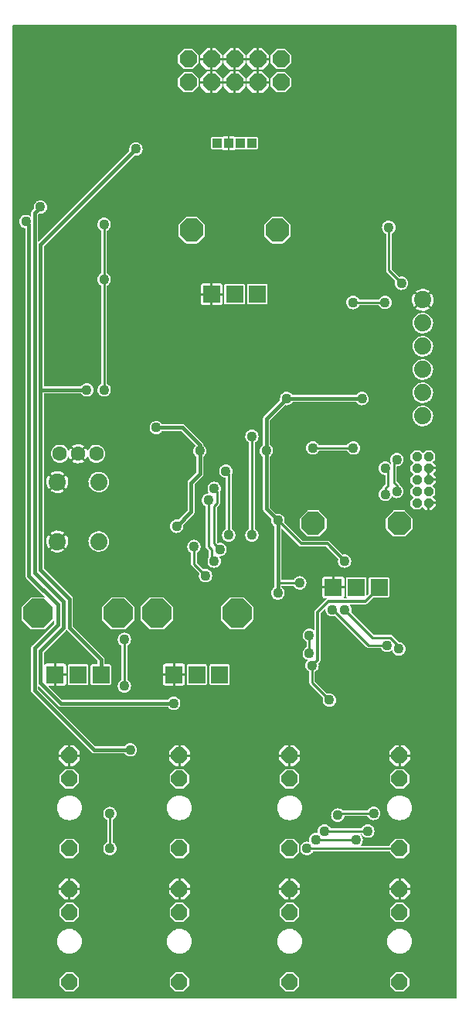
<source format=gbr>
%TF.GenerationSoftware,KiCad,Pcbnew,(6.0.11-0)*%
%TF.CreationDate,2023-05-26T18:45:56+02:00*%
%TF.ProjectId,warps,77617270-732e-46b6-9963-61645f706362,rev?*%
%TF.SameCoordinates,Original*%
%TF.FileFunction,Copper,L2,Bot*%
%TF.FilePolarity,Positive*%
%FSLAX46Y46*%
G04 Gerber Fmt 4.6, Leading zero omitted, Abs format (unit mm)*
G04 Created by KiCad (PCBNEW (6.0.11-0)) date 2023-05-26 18:45:56*
%MOMM*%
%LPD*%
G01*
G04 APERTURE LIST*
G04 Aperture macros list*
%AMOutline5P*
0 Free polygon, 5 corners , with rotation*
0 The origin of the aperture is its center*
0 number of corners: always 5*
0 $1 to $10 corner X, Y*
0 $11 Rotation angle, in degrees counterclockwise*
0 create outline with 5 corners*
4,1,5,$1,$2,$3,$4,$5,$6,$7,$8,$9,$10,$1,$2,$11*%
%AMOutline6P*
0 Free polygon, 6 corners , with rotation*
0 The origin of the aperture is its center*
0 number of corners: always 6*
0 $1 to $12 corner X, Y*
0 $13 Rotation angle, in degrees counterclockwise*
0 create outline with 6 corners*
4,1,6,$1,$2,$3,$4,$5,$6,$7,$8,$9,$10,$11,$12,$1,$2,$13*%
%AMOutline7P*
0 Free polygon, 7 corners , with rotation*
0 The origin of the aperture is its center*
0 number of corners: always 7*
0 $1 to $14 corner X, Y*
0 $15 Rotation angle, in degrees counterclockwise*
0 create outline with 7 corners*
4,1,7,$1,$2,$3,$4,$5,$6,$7,$8,$9,$10,$11,$12,$13,$14,$1,$2,$15*%
%AMOutline8P*
0 Free polygon, 8 corners , with rotation*
0 The origin of the aperture is its center*
0 number of corners: always 8*
0 $1 to $16 corner X, Y*
0 $17 Rotation angle, in degrees counterclockwise*
0 create outline with 8 corners*
4,1,8,$1,$2,$3,$4,$5,$6,$7,$8,$9,$10,$11,$12,$13,$14,$15,$16,$1,$2,$17*%
G04 Aperture macros list end*
%TA.AperFunction,ComponentPad*%
%ADD10C,1.600000*%
%TD*%
%TA.AperFunction,ComponentPad*%
%ADD11Outline8P,-0.889000X0.368236X-0.368236X0.889000X0.368236X0.889000X0.889000X0.368236X0.889000X-0.368236X0.368236X-0.889000X-0.368236X-0.889000X-0.889000X-0.368236X180.000000*%
%TD*%
%TA.AperFunction,ComponentPad*%
%ADD12R,1.879600X1.879600*%
%TD*%
%TA.AperFunction,ComponentPad*%
%ADD13Outline8P,-1.587500X0.657564X-0.657564X1.587500X0.657564X1.587500X1.587500X0.657564X1.587500X-0.657564X0.657564X-1.587500X-0.657564X-1.587500X-1.587500X-0.657564X90.000000*%
%TD*%
%TA.AperFunction,ComponentPad*%
%ADD14Outline8P,-1.270000X0.526051X-0.526051X1.270000X0.526051X1.270000X1.270000X0.526051X1.270000X-0.526051X0.526051X-1.270000X-0.526051X-1.270000X-1.270000X-0.526051X90.000000*%
%TD*%
%TA.AperFunction,ComponentPad*%
%ADD15R,1.006400X1.006400*%
%TD*%
%TA.AperFunction,ComponentPad*%
%ADD16C,1.879600*%
%TD*%
%TA.AperFunction,ComponentPad*%
%ADD17Outline8P,-0.533400X0.220942X-0.220942X0.533400X0.220942X0.533400X0.533400X0.220942X0.533400X-0.220942X0.220942X-0.533400X-0.220942X-0.533400X-0.533400X-0.220942X270.000000*%
%TD*%
%TA.AperFunction,ComponentPad*%
%ADD18Outline8P,-0.939800X0.389278X-0.389278X0.939800X0.389278X0.939800X0.939800X0.389278X0.939800X-0.389278X0.389278X-0.939800X-0.389278X-0.939800X-0.939800X-0.389278X0.000000*%
%TD*%
%TA.AperFunction,ViaPad*%
%ADD19C,1.108000*%
%TD*%
%TA.AperFunction,Conductor*%
%ADD20C,0.406400*%
%TD*%
%TA.AperFunction,Conductor*%
%ADD21C,0.250000*%
%TD*%
%TA.AperFunction,Conductor*%
%ADD22C,0.304800*%
%TD*%
%TA.AperFunction,Conductor*%
%ADD23C,0.254000*%
%TD*%
G04 APERTURE END LIST*
D10*
%TO.P,LED2,1,GRN*%
%TO.N,Net-(LED2-Pad1)*%
X129356100Y-98653600D03*
%TO.P,LED2,2,C*%
%TO.N,GND*%
X131356100Y-98653600D03*
%TO.P,LED2,3,RED*%
%TO.N,Net-(LED2-Pad3)*%
X133356100Y-98653600D03*
%TD*%
D11*
%TO.P,J2,P1,1*%
%TO.N,GND*%
X142468600Y-131673600D03*
%TO.P,J2,P2,2*%
%TO.N,Net-(J2-PadP2)*%
X142468600Y-134213600D03*
%TO.P,J2,P3,3*%
%TO.N,Net-(J2-PadP3)*%
X142468600Y-141833600D03*
%TD*%
%TO.P,J3,P1,1*%
%TO.N,GND*%
X154533600Y-131673600D03*
%TO.P,J3,P2,2*%
%TO.N,unconnected-(J3-PadP2)*%
X154533600Y-134213600D03*
%TO.P,J3,P3,3*%
%TO.N,Net-(J3-PadP3)*%
X154533600Y-141833600D03*
%TD*%
D12*
%TO.P,R26,P$1,E*%
%TO.N,+3V3_A*%
X133856100Y-122816100D03*
%TO.P,R26,P$2,S*%
%TO.N,/warps_2/LEVEL_1_POT*%
X131356100Y-122816100D03*
%TO.P,R26,P$3,A*%
%TO.N,GND*%
X128856100Y-122816100D03*
D13*
%TO.P,R26,P$4*%
%TO.N,N/C*%
X135756100Y-116116100D03*
%TO.P,R26,P$5*%
X126956100Y-116116100D03*
%TD*%
D11*
%TO.P,J6,P1,1*%
%TO.N,GND*%
X142468600Y-146278600D03*
%TO.P,J6,P2,2*%
%TO.N,Net-(J6-PadP2)*%
X142468600Y-148818600D03*
%TO.P,J6,P3,3*%
%TO.N,Net-(J6-PadP3)*%
X142468600Y-156438600D03*
%TD*%
%TO.P,J1,P1,1*%
%TO.N,GND*%
X130403600Y-131673600D03*
%TO.P,J1,P2,2*%
%TO.N,Net-(J1-PadP2)*%
X130403600Y-134213600D03*
%TO.P,J1,P3,3*%
%TO.N,Net-(J1-PadP3)*%
X130403600Y-141833600D03*
%TD*%
D12*
%TO.P,R23,P$1,E*%
%TO.N,+3V3_A*%
X164336100Y-113273600D03*
%TO.P,R23,P$2,S*%
%TO.N,/warps_2/PARAMETER_POT*%
X161836100Y-113273600D03*
%TO.P,R23,P$3,A*%
%TO.N,GND*%
X159336100Y-113273600D03*
D14*
%TO.P,R23,P$4*%
%TO.N,N/C*%
X166536100Y-106273600D03*
%TO.P,R23,P$5*%
X157136100Y-106273600D03*
%TD*%
D11*
%TO.P,J7,P1,1*%
%TO.N,GND*%
X154533600Y-146278600D03*
%TO.P,J7,P2,2*%
%TO.N,unconnected-(J7-PadP2)*%
X154533600Y-148818600D03*
%TO.P,J7,P3,3*%
%TO.N,Net-(J7-PadP3)*%
X154533600Y-156438600D03*
%TD*%
%TO.P,J4,P1,1*%
%TO.N,GND*%
X166598600Y-131673600D03*
%TO.P,J4,P2,2*%
%TO.N,unconnected-(J4-PadP2)*%
X166598600Y-134213600D03*
%TO.P,J4,P3,3*%
%TO.N,Net-(J4-PadP3)*%
X166598600Y-141833600D03*
%TD*%
D15*
%TO.P,LED1,BLU,BLU*%
%TO.N,Net-(LED1-PadBLU)*%
X149136100Y-64681100D03*
%TO.P,LED1,GND,C*%
%TO.N,GND*%
X147866100Y-64681100D03*
%TO.P,LED1,GRN,GRN*%
%TO.N,Net-(LED1-PadGRN)*%
X150406100Y-64681100D03*
%TO.P,LED1,RED,RED*%
%TO.N,Net-(LED1-PadRED)*%
X146596100Y-64681100D03*
%TD*%
D11*
%TO.P,J5,P1,1*%
%TO.N,GND*%
X130403600Y-146278600D03*
%TO.P,J5,P2,2*%
%TO.N,Net-(J5-PadP2)*%
X130403600Y-148818600D03*
%TO.P,J5,P3,3*%
%TO.N,Net-(J5-PadP3)*%
X130403600Y-156438600D03*
%TD*%
D16*
%TO.P,SW3,1,1*%
%TO.N,GND*%
X129095500Y-108254800D03*
%TO.P,SW3,2,2*%
X129095500Y-101752400D03*
%TO.P,SW3,3,3*%
%TO.N,/warps_2/SW_CARRIER*%
X133616700Y-108254800D03*
%TO.P,SW3,4,4*%
X133616700Y-101752400D03*
%TD*%
D11*
%TO.P,J8,P1,1*%
%TO.N,GND*%
X166598600Y-146278600D03*
%TO.P,J8,P2,2*%
%TO.N,unconnected-(J8-PadP2)*%
X166598600Y-148818600D03*
%TO.P,J8,P3,3*%
%TO.N,Net-(J8-PadP3)*%
X166598600Y-156438600D03*
%TD*%
D12*
%TO.P,R27,P$1,E*%
%TO.N,+3V3_A*%
X146873600Y-122816100D03*
%TO.P,R27,P$2,S*%
%TO.N,/warps_2/LEVEL_2_POT*%
X144373600Y-122816100D03*
%TO.P,R27,P$3,A*%
%TO.N,GND*%
X141873600Y-122816100D03*
D13*
%TO.P,R27,P$4*%
%TO.N,N/C*%
X148773600Y-116116100D03*
%TO.P,R27,P$5*%
X139973600Y-116116100D03*
%TD*%
D12*
%TO.P,R7,P$1,E*%
%TO.N,+3V3_A*%
X151001100Y-81206100D03*
%TO.P,R7,P$2,S*%
%TO.N,/warps_2/ALGORITHM_POT*%
X148501100Y-81206100D03*
%TO.P,R7,P$3,A*%
%TO.N,GND*%
X146001100Y-81206100D03*
D14*
%TO.P,R7,P$4*%
%TO.N,N/C*%
X153201100Y-74206100D03*
%TO.P,R7,P$5*%
X143801100Y-74206100D03*
%TD*%
D17*
%TO.P,JP1,1,1*%
%TO.N,+3V3*%
X169773600Y-98971100D03*
%TO.P,JP1,2,2*%
%TO.N,/warps_2/JTMS*%
X168503600Y-98971100D03*
%TO.P,JP1,3,3*%
%TO.N,GND*%
X169773600Y-100241100D03*
%TO.P,JP1,4,4*%
%TO.N,/warps_2/JTCK*%
X168503600Y-100241100D03*
%TO.P,JP1,5,5*%
%TO.N,GND*%
X169773600Y-101511100D03*
%TO.P,JP1,6,6*%
%TO.N,/warps_2/JTDO*%
X168503600Y-101511100D03*
%TO.P,JP1,7,7*%
%TO.N,unconnected-(JP1-Pad7)*%
X169773600Y-102781100D03*
%TO.P,JP1,8,8*%
%TO.N,/warps_2/JTDI*%
X168503600Y-102781100D03*
%TO.P,JP1,9,9*%
%TO.N,GND*%
X169773600Y-104051100D03*
%TO.P,JP1,10,10*%
%TO.N,/warps_2/RESET*%
X168503600Y-104051100D03*
%TD*%
D18*
%TO.P,JP3,1,1*%
%TO.N,Net-(D1-PadA)*%
X143421100Y-55473600D03*
%TO.P,JP3,2,2*%
X143421100Y-58013600D03*
%TO.P,JP3,3,3*%
%TO.N,GND*%
X145961100Y-55473600D03*
%TO.P,JP3,4,4*%
X145961100Y-58013600D03*
%TO.P,JP3,5,5*%
X148501100Y-55473600D03*
%TO.P,JP3,6,6*%
X148501100Y-58013600D03*
%TO.P,JP3,7,7*%
X151041100Y-55473600D03*
%TO.P,JP3,8,8*%
X151041100Y-58013600D03*
%TO.P,JP3,9,9*%
%TO.N,Net-(D2-PadC)*%
X153581100Y-55473600D03*
%TO.P,JP3,10,10*%
X153581100Y-58013600D03*
%TD*%
D16*
%TO.P,JP2,1,1*%
%TO.N,GND*%
X169138600Y-81826100D03*
%TO.P,JP2,2,2*%
%TO.N,unconnected-(JP2-Pad2)*%
X169138600Y-84366100D03*
%TO.P,JP2,3,3*%
%TO.N,unconnected-(JP2-Pad3)*%
X169138600Y-86906100D03*
%TO.P,JP2,4,4*%
%TO.N,/warps_2/RX*%
X169138600Y-89446100D03*
%TO.P,JP2,5,5*%
%TO.N,/warps_2/TX*%
X169138600Y-91986100D03*
%TO.P,JP2,6,6*%
%TO.N,unconnected-(JP2-Pad6)*%
X169138600Y-94526100D03*
%TD*%
D19*
%TO.N,GND*%
X138341100Y-95161100D03*
X172000000Y-133750000D03*
X157073600Y-91033600D03*
X158100000Y-123000000D03*
X134848600Y-58966100D03*
X167100000Y-121900000D03*
X171361100Y-62141100D03*
X151200000Y-131100000D03*
X153898600Y-68808600D03*
X153600000Y-123700000D03*
X125641100Y-69443600D03*
X159931100Y-65633600D03*
X131991100Y-85953600D03*
X151300000Y-86200000D03*
X149136100Y-103733600D03*
X125641100Y-150723600D03*
X171361100Y-58331100D03*
X172000000Y-108500000D03*
X145961100Y-100876100D03*
X144691100Y-131038600D03*
X154851100Y-105956100D03*
X132308600Y-79603600D03*
X125641100Y-59283600D03*
X172000000Y-106250000D03*
X172000000Y-114000000D03*
X160883600Y-156756100D03*
X163800000Y-123000000D03*
X172100000Y-127500000D03*
X131673600Y-52933600D03*
X157600000Y-84500000D03*
X171361100Y-64046000D03*
X161800000Y-79800000D03*
X161518600Y-94843600D03*
X168503600Y-56743600D03*
X129451100Y-66268600D03*
X143738600Y-85636100D03*
X146000000Y-90300000D03*
X142200000Y-81500000D03*
X139293600Y-131038600D03*
X148183600Y-156756100D03*
X171361100Y-140563600D03*
X132626100Y-129133600D03*
X171361100Y-60236100D03*
X156121100Y-65633600D03*
X160500000Y-70600000D03*
X146596100Y-96113600D03*
X171361100Y-150723600D03*
X161518600Y-59283600D03*
X166598600Y-56743600D03*
X172000000Y-119500000D03*
X156121100Y-93573600D03*
X151041200Y-117386100D03*
X136753600Y-156756100D03*
X157708600Y-72618600D03*
X136436100Y-85953600D03*
X138658600Y-105321100D03*
X154851100Y-109131100D03*
X170408600Y-56743600D03*
X164693600Y-56743600D03*
X161201100Y-84048600D03*
%TO.N,+3V3*%
X160566100Y-110401100D03*
X155644900Y-112782300D03*
X142151100Y-106591100D03*
X139928600Y-95796100D03*
X153263600Y-105956100D03*
X154216100Y-92621100D03*
X144691100Y-98336100D03*
X161487500Y-82112500D03*
X162471100Y-92621100D03*
X151993600Y-98336100D03*
X165000000Y-82100000D03*
X153263600Y-113893600D03*
%TO.N,/warps_2/PARAMETER_POT*%
X147548600Y-100558600D03*
X147866100Y-107543600D03*
%TO.N,+3V3_A*%
X137706100Y-65316100D03*
X158900000Y-125600000D03*
X132308600Y-91668600D03*
X157000000Y-121800000D03*
%TO.N,Net-(C35-Pad2)*%
X161836100Y-140881100D03*
X157391100Y-140881100D03*
%TO.N,Net-(C37-Pad-)*%
X159816800Y-138183200D03*
X163750000Y-138000000D03*
%TO.N,VCC*%
X127228600Y-71666100D03*
X141833600Y-125958600D03*
%TO.N,AREF_-10*%
X134213600Y-73571100D03*
X134213600Y-79603600D03*
X134213600Y-91668600D03*
%TO.N,VEE*%
X125641100Y-73253600D03*
X137071100Y-131038600D03*
%TO.N,Net-(C38-Pad2)*%
X163106100Y-139928600D03*
X158343600Y-139928600D03*
%TO.N,/warps_2/BOOT_FLASH*%
X157073600Y-98018600D03*
X161518600Y-98018600D03*
%TO.N,/warps_2/JTCK*%
X165011100Y-103098600D03*
X165011100Y-100241100D03*
%TO.N,/warps_2/JTMS*%
X166281100Y-102781100D03*
X166281100Y-99288600D03*
%TO.N,/warps_2/I2S_SCK*%
X144056100Y-108813600D03*
X145326100Y-111988600D03*
%TO.N,/warps_2/I2S_LRCK*%
X156700500Y-120500000D03*
X156700000Y-118500000D03*
%TO.N,NORMALIZATION_PROBE*%
X136436100Y-118973600D03*
X134848600Y-138023600D03*
X136436100Y-124053600D03*
X134848600Y-141833600D03*
%TO.N,/warps_2/I2C_SDA*%
X159200000Y-115709900D03*
X146278600Y-110401100D03*
X145643600Y-103733600D03*
X165196240Y-119610060D03*
%TO.N,/warps_2/I2C_SCL*%
X166500000Y-120000000D03*
X146278600Y-102463600D03*
X160600000Y-115700000D03*
X146913600Y-109131100D03*
%TO.N,/warps_2/RESET*%
X150406100Y-107543600D03*
X165400000Y-73900000D03*
X166800000Y-80000000D03*
X150406100Y-96748600D03*
%TO.N,Net-(J4-PadP3)*%
X156438600Y-141833600D03*
%TD*%
D20*
%TO.N,+3V3*%
X142151100Y-106591100D02*
X143738600Y-105003600D01*
X153263600Y-105956100D02*
X153263600Y-112782300D01*
D21*
X165000000Y-82100000D02*
X164987500Y-82112500D01*
D22*
X158661100Y-108496100D02*
X160566100Y-110401100D01*
D20*
X151993600Y-98336100D02*
X151993600Y-94843600D01*
X143738600Y-101828600D02*
X144691100Y-100876100D01*
X151993600Y-94843600D02*
X154216100Y-92621100D01*
D22*
X153263600Y-105956100D02*
X155803600Y-108496100D01*
D20*
X143738600Y-105003600D02*
X143738600Y-101828600D01*
D21*
X164987500Y-82112500D02*
X161487500Y-82112500D01*
D20*
X142786100Y-95796100D02*
X139928600Y-95796100D01*
X153263600Y-112782300D02*
X153263600Y-113893600D01*
X144691100Y-100876100D02*
X144691100Y-98336100D01*
X144691100Y-98336100D02*
X144691100Y-97701100D01*
X144691100Y-97701100D02*
X142786100Y-95796100D01*
X151993600Y-98336100D02*
X151993600Y-104686100D01*
D22*
X155803600Y-108496100D02*
X158661100Y-108496100D01*
D20*
X154216100Y-92621100D02*
X162471100Y-92621100D01*
X151993600Y-104686100D02*
X153263600Y-105956100D01*
D23*
X153263600Y-112782300D02*
X155644900Y-112782300D01*
%TO.N,/warps_2/PARAMETER_POT*%
X147866100Y-100876100D02*
X147548600Y-100558600D01*
X147866100Y-107543600D02*
X147866100Y-100876100D01*
D22*
%TO.N,+3V3_A*%
X157000000Y-121800000D02*
X157584200Y-121215800D01*
X157584200Y-121215800D02*
X157584200Y-116015800D01*
D21*
X157000000Y-123700000D02*
X158900000Y-125600000D01*
D20*
X130403600Y-114528600D02*
X127228600Y-111353600D01*
D21*
X157000000Y-121800000D02*
X157000000Y-123700000D01*
D20*
X127228600Y-111353600D02*
X127228600Y-91668600D01*
X127228600Y-91668600D02*
X132308600Y-91668600D01*
X127228600Y-75793600D02*
X137706100Y-65316100D01*
X127228600Y-91668600D02*
X127228600Y-75793600D01*
X133856100Y-122816100D02*
X133856100Y-121156100D01*
D22*
X162809700Y-114800000D02*
X164336100Y-113273600D01*
D20*
X133856100Y-121156100D02*
X130403600Y-117703600D01*
X130403600Y-117703600D02*
X130403600Y-114528600D01*
D22*
X157584200Y-116015800D02*
X158800000Y-114800000D01*
X158800000Y-114800000D02*
X162809700Y-114800000D01*
D23*
%TO.N,Net-(C35-Pad2)*%
X157391100Y-140881100D02*
X161836100Y-140881100D01*
D21*
%TO.N,Net-(C37-Pad-)*%
X159816800Y-138183200D02*
X160000000Y-138000000D01*
X160000000Y-138000000D02*
X163750000Y-138000000D01*
D20*
%TO.N,VCC*%
X126593600Y-72301100D02*
X127228600Y-71666100D01*
X129768600Y-117703600D02*
X129768600Y-114846100D01*
X129768600Y-114846100D02*
X126593600Y-111671100D01*
X129451100Y-125958600D02*
X127228600Y-123736100D01*
X127228600Y-120243600D02*
X129768600Y-117703600D01*
X129451100Y-125958600D02*
X141833600Y-125958600D01*
X127228600Y-123736100D02*
X127228600Y-120243600D01*
X126593600Y-111671100D02*
X126593600Y-72301100D01*
D23*
%TO.N,AREF_-10*%
X134213600Y-79603600D02*
X134213600Y-73571100D01*
X134213600Y-91668600D02*
X134213600Y-79603600D01*
D20*
%TO.N,VEE*%
X133102300Y-131038600D02*
X137071100Y-131038600D01*
X125958600Y-73571100D02*
X125641100Y-73253600D01*
X126593600Y-119926100D02*
X129133600Y-117386100D01*
X125958600Y-111988600D02*
X125958600Y-73571100D01*
X126593600Y-124529900D02*
X126593600Y-119926100D01*
X129133600Y-115163600D02*
X125958600Y-111988600D01*
X129133600Y-117386100D02*
X129133600Y-115163600D01*
X133102300Y-131038600D02*
X126593600Y-124529900D01*
D23*
%TO.N,Net-(C38-Pad2)*%
X158343600Y-139928600D02*
X163106100Y-139928600D01*
%TO.N,/warps_2/BOOT_FLASH*%
X157073600Y-98018600D02*
X161518600Y-98018600D01*
%TO.N,/warps_2/JTCK*%
X165328600Y-100558600D02*
X165011100Y-100241100D01*
X165011100Y-102463600D02*
X165328600Y-102146100D01*
X165328600Y-102146100D02*
X165328600Y-100558600D01*
X165011100Y-103098600D02*
X165011100Y-102463600D01*
%TO.N,/warps_2/JTMS*%
X166281100Y-102146100D02*
X165963600Y-101828600D01*
X165963600Y-99606100D02*
X166281100Y-99288600D01*
X165963600Y-101828600D02*
X165963600Y-99606100D01*
X166281100Y-102781100D02*
X166281100Y-102146100D01*
%TO.N,/warps_2/I2S_SCK*%
X145326100Y-111988600D02*
X144056100Y-110718600D01*
X144056100Y-110718600D02*
X144056100Y-108813600D01*
D21*
%TO.N,/warps_2/I2S_LRCK*%
X156700000Y-120499500D02*
X156700000Y-118500000D01*
X156700500Y-120500000D02*
X156700000Y-120499500D01*
D23*
%TO.N,NORMALIZATION_PROBE*%
X134848600Y-141833600D02*
X134848600Y-138023600D01*
X136436100Y-124053600D02*
X136436100Y-118973600D01*
%TO.N,/warps_2/I2C_SDA*%
X163200000Y-119600000D02*
X159309900Y-115709900D01*
X145643600Y-108813600D02*
X145643600Y-103733600D01*
X165186180Y-119600000D02*
X163200000Y-119600000D01*
X146278600Y-110401100D02*
X145961100Y-110083600D01*
X145961100Y-110083600D02*
X145961100Y-109131100D01*
X165196240Y-119610060D02*
X165186180Y-119600000D01*
X145961100Y-109131100D02*
X145643600Y-108813600D01*
X159309900Y-115709900D02*
X159200000Y-115709900D01*
%TO.N,/warps_2/I2C_SCL*%
X146913600Y-109131100D02*
X146278600Y-108496100D01*
X166500000Y-120000000D02*
X166500000Y-119700000D01*
X146596100Y-102781100D02*
X146278600Y-102463600D01*
X146278600Y-104368600D02*
X146596100Y-104051100D01*
X146596100Y-104051100D02*
X146596100Y-102781100D01*
X165551260Y-118751260D02*
X163651260Y-118751260D01*
X163651260Y-118751260D02*
X160600000Y-115700000D01*
X146278600Y-108496100D02*
X146278600Y-104368600D01*
X166500000Y-119700000D02*
X165551260Y-118751260D01*
D21*
%TO.N,/warps_2/RESET*%
X165400000Y-73900000D02*
X165400000Y-78600000D01*
X165400000Y-78600000D02*
X166800000Y-80000000D01*
D23*
X150406100Y-107543600D02*
X150406100Y-96748600D01*
%TO.N,Net-(J4-PadP3)*%
X156438600Y-141833600D02*
X166598600Y-141833600D01*
%TD*%
%TA.AperFunction,Conductor*%
%TO.N,GND*%
G36*
X172831914Y-51780286D02*
G01*
X172846500Y-51815500D01*
X172846500Y-158191700D01*
X172831914Y-158226914D01*
X172796700Y-158241500D01*
X124205500Y-158241500D01*
X124170286Y-158226914D01*
X124155700Y-158191700D01*
X124155700Y-156052723D01*
X129336300Y-156052723D01*
X129336301Y-156824477D01*
X129346767Y-156876698D01*
X129376049Y-156920439D01*
X129921761Y-157466152D01*
X129966088Y-157495676D01*
X129970891Y-157496627D01*
X130015333Y-157505427D01*
X130015335Y-157505427D01*
X130017723Y-157505900D01*
X130401320Y-157505900D01*
X130789477Y-157505899D01*
X130841698Y-157495433D01*
X130880157Y-157469687D01*
X130883409Y-157467510D01*
X130885439Y-157466151D01*
X131431152Y-156920439D01*
X131460676Y-156876112D01*
X131470900Y-156824477D01*
X131470899Y-156052723D01*
X141401300Y-156052723D01*
X141401301Y-156824477D01*
X141411767Y-156876698D01*
X141441049Y-156920439D01*
X141986761Y-157466152D01*
X142031088Y-157495676D01*
X142035891Y-157496627D01*
X142080333Y-157505427D01*
X142080335Y-157505427D01*
X142082723Y-157505900D01*
X142466320Y-157505900D01*
X142854477Y-157505899D01*
X142906698Y-157495433D01*
X142945157Y-157469687D01*
X142948409Y-157467510D01*
X142950439Y-157466151D01*
X143496152Y-156920439D01*
X143525676Y-156876112D01*
X143535900Y-156824477D01*
X143535899Y-156052723D01*
X153466300Y-156052723D01*
X153466301Y-156824477D01*
X153476767Y-156876698D01*
X153506049Y-156920439D01*
X154051761Y-157466152D01*
X154096088Y-157495676D01*
X154100891Y-157496627D01*
X154145333Y-157505427D01*
X154145335Y-157505427D01*
X154147723Y-157505900D01*
X154531320Y-157505900D01*
X154919477Y-157505899D01*
X154971698Y-157495433D01*
X155010157Y-157469687D01*
X155013409Y-157467510D01*
X155015439Y-157466151D01*
X155561152Y-156920439D01*
X155590676Y-156876112D01*
X155600900Y-156824477D01*
X155600899Y-156052723D01*
X165531300Y-156052723D01*
X165531301Y-156824477D01*
X165541767Y-156876698D01*
X165571049Y-156920439D01*
X166116761Y-157466152D01*
X166161088Y-157495676D01*
X166165891Y-157496627D01*
X166210333Y-157505427D01*
X166210335Y-157505427D01*
X166212723Y-157505900D01*
X166596320Y-157505900D01*
X166984477Y-157505899D01*
X167036698Y-157495433D01*
X167075157Y-157469687D01*
X167078409Y-157467510D01*
X167080439Y-157466151D01*
X167626152Y-156920439D01*
X167655676Y-156876112D01*
X167665900Y-156824477D01*
X167665899Y-156052723D01*
X167655433Y-156000502D01*
X167626151Y-155956761D01*
X167080439Y-155411048D01*
X167036112Y-155381524D01*
X167027933Y-155379904D01*
X166986867Y-155371773D01*
X166986865Y-155371773D01*
X166984477Y-155371300D01*
X166600881Y-155371300D01*
X166212723Y-155371301D01*
X166160502Y-155381767D01*
X166122043Y-155407513D01*
X166118802Y-155409683D01*
X166116761Y-155411049D01*
X165571048Y-155956761D01*
X165541524Y-156001088D01*
X165531300Y-156052723D01*
X155600899Y-156052723D01*
X155590433Y-156000502D01*
X155561151Y-155956761D01*
X155015439Y-155411048D01*
X154971112Y-155381524D01*
X154962933Y-155379904D01*
X154921867Y-155371773D01*
X154921865Y-155371773D01*
X154919477Y-155371300D01*
X154535881Y-155371300D01*
X154147723Y-155371301D01*
X154095502Y-155381767D01*
X154057043Y-155407513D01*
X154053802Y-155409683D01*
X154051761Y-155411049D01*
X153506048Y-155956761D01*
X153476524Y-156001088D01*
X153466300Y-156052723D01*
X143535899Y-156052723D01*
X143525433Y-156000502D01*
X143496151Y-155956761D01*
X142950439Y-155411048D01*
X142906112Y-155381524D01*
X142897933Y-155379904D01*
X142856867Y-155371773D01*
X142856865Y-155371773D01*
X142854477Y-155371300D01*
X142470881Y-155371300D01*
X142082723Y-155371301D01*
X142030502Y-155381767D01*
X141992043Y-155407513D01*
X141988802Y-155409683D01*
X141986761Y-155411049D01*
X141441048Y-155956761D01*
X141411524Y-156001088D01*
X141401300Y-156052723D01*
X131470899Y-156052723D01*
X131460433Y-156000502D01*
X131431151Y-155956761D01*
X130885439Y-155411048D01*
X130841112Y-155381524D01*
X130832933Y-155379904D01*
X130791867Y-155371773D01*
X130791865Y-155371773D01*
X130789477Y-155371300D01*
X130405881Y-155371300D01*
X130017723Y-155371301D01*
X129965502Y-155381767D01*
X129927043Y-155407513D01*
X129923802Y-155409683D01*
X129921761Y-155411049D01*
X129376048Y-155956761D01*
X129346524Y-156001088D01*
X129336300Y-156052723D01*
X124155700Y-156052723D01*
X124155700Y-151993600D01*
X129047941Y-151993600D01*
X129068537Y-152229008D01*
X129129697Y-152457263D01*
X129229565Y-152671429D01*
X129365105Y-152865001D01*
X129532199Y-153032095D01*
X129725771Y-153167635D01*
X129727736Y-153168551D01*
X129727739Y-153168553D01*
X129832854Y-153217569D01*
X129939937Y-153267503D01*
X130168192Y-153328663D01*
X130344634Y-153344100D01*
X130462566Y-153344100D01*
X130639008Y-153328663D01*
X130867263Y-153267503D01*
X130974346Y-153217569D01*
X131079461Y-153168553D01*
X131079464Y-153168551D01*
X131081429Y-153167635D01*
X131275001Y-153032095D01*
X131442095Y-152865001D01*
X131577635Y-152671430D01*
X131677503Y-152457263D01*
X131738663Y-152229008D01*
X131759259Y-151993600D01*
X141112941Y-151993600D01*
X141133537Y-152229008D01*
X141194697Y-152457263D01*
X141294565Y-152671429D01*
X141430105Y-152865001D01*
X141597199Y-153032095D01*
X141790771Y-153167635D01*
X141792736Y-153168551D01*
X141792739Y-153168553D01*
X141897854Y-153217569D01*
X142004937Y-153267503D01*
X142233192Y-153328663D01*
X142409634Y-153344100D01*
X142527566Y-153344100D01*
X142704008Y-153328663D01*
X142932263Y-153267503D01*
X143039346Y-153217569D01*
X143144461Y-153168553D01*
X143144464Y-153168551D01*
X143146429Y-153167635D01*
X143340001Y-153032095D01*
X143507095Y-152865001D01*
X143642635Y-152671430D01*
X143742503Y-152457263D01*
X143803663Y-152229008D01*
X143824259Y-151993600D01*
X153177941Y-151993600D01*
X153198537Y-152229008D01*
X153259697Y-152457263D01*
X153359565Y-152671429D01*
X153495105Y-152865001D01*
X153662199Y-153032095D01*
X153855771Y-153167635D01*
X153857736Y-153168551D01*
X153857739Y-153168553D01*
X153962854Y-153217569D01*
X154069937Y-153267503D01*
X154298192Y-153328663D01*
X154474634Y-153344100D01*
X154592566Y-153344100D01*
X154769008Y-153328663D01*
X154997263Y-153267503D01*
X155104346Y-153217569D01*
X155209461Y-153168553D01*
X155209464Y-153168551D01*
X155211429Y-153167635D01*
X155405001Y-153032095D01*
X155572095Y-152865001D01*
X155707635Y-152671430D01*
X155807503Y-152457263D01*
X155868663Y-152229008D01*
X155889259Y-151993600D01*
X165242941Y-151993600D01*
X165263537Y-152229008D01*
X165324697Y-152457263D01*
X165424565Y-152671429D01*
X165560105Y-152865001D01*
X165727199Y-153032095D01*
X165920771Y-153167635D01*
X165922736Y-153168551D01*
X165922739Y-153168553D01*
X166027854Y-153217569D01*
X166134937Y-153267503D01*
X166363192Y-153328663D01*
X166539634Y-153344100D01*
X166657566Y-153344100D01*
X166834008Y-153328663D01*
X167062263Y-153267503D01*
X167169346Y-153217569D01*
X167274461Y-153168553D01*
X167274464Y-153168551D01*
X167276429Y-153167635D01*
X167470001Y-153032095D01*
X167637095Y-152865001D01*
X167772635Y-152671430D01*
X167872503Y-152457263D01*
X167933663Y-152229008D01*
X167954259Y-151993600D01*
X167933663Y-151758192D01*
X167872503Y-151529937D01*
X167772635Y-151315771D01*
X167637095Y-151122199D01*
X167470001Y-150955105D01*
X167276429Y-150819565D01*
X167274464Y-150818649D01*
X167274461Y-150818647D01*
X167169346Y-150769631D01*
X167062263Y-150719697D01*
X166834008Y-150658537D01*
X166657566Y-150643100D01*
X166539634Y-150643100D01*
X166363192Y-150658537D01*
X166134937Y-150719697D01*
X166027854Y-150769631D01*
X165922739Y-150818647D01*
X165922736Y-150818649D01*
X165920771Y-150819565D01*
X165727199Y-150955105D01*
X165560105Y-151122199D01*
X165424565Y-151315770D01*
X165324697Y-151529937D01*
X165263537Y-151758192D01*
X165242941Y-151993600D01*
X155889259Y-151993600D01*
X155868663Y-151758192D01*
X155807503Y-151529937D01*
X155707635Y-151315771D01*
X155572095Y-151122199D01*
X155405001Y-150955105D01*
X155211429Y-150819565D01*
X155209464Y-150818649D01*
X155209461Y-150818647D01*
X155104346Y-150769631D01*
X154997263Y-150719697D01*
X154769008Y-150658537D01*
X154592566Y-150643100D01*
X154474634Y-150643100D01*
X154298192Y-150658537D01*
X154069937Y-150719697D01*
X153962854Y-150769631D01*
X153857739Y-150818647D01*
X153857736Y-150818649D01*
X153855771Y-150819565D01*
X153662199Y-150955105D01*
X153495105Y-151122199D01*
X153359565Y-151315770D01*
X153259697Y-151529937D01*
X153198537Y-151758192D01*
X153177941Y-151993600D01*
X143824259Y-151993600D01*
X143803663Y-151758192D01*
X143742503Y-151529937D01*
X143642635Y-151315771D01*
X143507095Y-151122199D01*
X143340001Y-150955105D01*
X143146429Y-150819565D01*
X143144464Y-150818649D01*
X143144461Y-150818647D01*
X143039346Y-150769631D01*
X142932263Y-150719697D01*
X142704008Y-150658537D01*
X142527566Y-150643100D01*
X142409634Y-150643100D01*
X142233192Y-150658537D01*
X142004937Y-150719697D01*
X141897854Y-150769631D01*
X141792739Y-150818647D01*
X141792736Y-150818649D01*
X141790771Y-150819565D01*
X141597199Y-150955105D01*
X141430105Y-151122199D01*
X141294565Y-151315770D01*
X141194697Y-151529937D01*
X141133537Y-151758192D01*
X141112941Y-151993600D01*
X131759259Y-151993600D01*
X131738663Y-151758192D01*
X131677503Y-151529937D01*
X131577635Y-151315771D01*
X131442095Y-151122199D01*
X131275001Y-150955105D01*
X131081429Y-150819565D01*
X131079464Y-150818649D01*
X131079461Y-150818647D01*
X130974346Y-150769631D01*
X130867263Y-150719697D01*
X130639008Y-150658537D01*
X130462566Y-150643100D01*
X130344634Y-150643100D01*
X130168192Y-150658537D01*
X129939937Y-150719697D01*
X129832854Y-150769631D01*
X129727739Y-150818647D01*
X129727736Y-150818649D01*
X129725771Y-150819565D01*
X129532199Y-150955105D01*
X129365105Y-151122199D01*
X129229565Y-151315770D01*
X129129697Y-151529937D01*
X129068537Y-151758192D01*
X129047941Y-151993600D01*
X124155700Y-151993600D01*
X124155700Y-148432723D01*
X129336300Y-148432723D01*
X129336301Y-149204477D01*
X129346767Y-149256698D01*
X129376049Y-149300439D01*
X129921761Y-149846152D01*
X129966088Y-149875676D01*
X129970891Y-149876627D01*
X130015333Y-149885427D01*
X130015335Y-149885427D01*
X130017723Y-149885900D01*
X130401320Y-149885900D01*
X130789477Y-149885899D01*
X130841698Y-149875433D01*
X130880157Y-149849687D01*
X130883409Y-149847510D01*
X130885439Y-149846151D01*
X131431152Y-149300439D01*
X131460676Y-149256112D01*
X131470900Y-149204477D01*
X131470899Y-148432723D01*
X141401300Y-148432723D01*
X141401301Y-149204477D01*
X141411767Y-149256698D01*
X141441049Y-149300439D01*
X141986761Y-149846152D01*
X142031088Y-149875676D01*
X142035891Y-149876627D01*
X142080333Y-149885427D01*
X142080335Y-149885427D01*
X142082723Y-149885900D01*
X142466320Y-149885900D01*
X142854477Y-149885899D01*
X142906698Y-149875433D01*
X142945157Y-149849687D01*
X142948409Y-149847510D01*
X142950439Y-149846151D01*
X143496152Y-149300439D01*
X143525676Y-149256112D01*
X143535900Y-149204477D01*
X143535899Y-148432723D01*
X153466300Y-148432723D01*
X153466301Y-149204477D01*
X153476767Y-149256698D01*
X153506049Y-149300439D01*
X154051761Y-149846152D01*
X154096088Y-149875676D01*
X154100891Y-149876627D01*
X154145333Y-149885427D01*
X154145335Y-149885427D01*
X154147723Y-149885900D01*
X154531320Y-149885900D01*
X154919477Y-149885899D01*
X154971698Y-149875433D01*
X155010157Y-149849687D01*
X155013409Y-149847510D01*
X155015439Y-149846151D01*
X155561152Y-149300439D01*
X155590676Y-149256112D01*
X155600900Y-149204477D01*
X155600899Y-148432723D01*
X165531300Y-148432723D01*
X165531301Y-149204477D01*
X165541767Y-149256698D01*
X165571049Y-149300439D01*
X166116761Y-149846152D01*
X166161088Y-149875676D01*
X166165891Y-149876627D01*
X166210333Y-149885427D01*
X166210335Y-149885427D01*
X166212723Y-149885900D01*
X166596320Y-149885900D01*
X166984477Y-149885899D01*
X167036698Y-149875433D01*
X167075157Y-149849687D01*
X167078409Y-149847510D01*
X167080439Y-149846151D01*
X167626152Y-149300439D01*
X167655676Y-149256112D01*
X167665900Y-149204477D01*
X167665899Y-148432723D01*
X167655433Y-148380502D01*
X167626151Y-148336761D01*
X167080439Y-147791048D01*
X167036112Y-147761524D01*
X167027933Y-147759904D01*
X166986867Y-147751773D01*
X166986865Y-147751773D01*
X166984477Y-147751300D01*
X166600881Y-147751300D01*
X166212723Y-147751301D01*
X166160502Y-147761767D01*
X166122043Y-147787513D01*
X166118802Y-147789683D01*
X166116761Y-147791049D01*
X165571048Y-148336761D01*
X165541524Y-148381088D01*
X165531300Y-148432723D01*
X155600899Y-148432723D01*
X155590433Y-148380502D01*
X155561151Y-148336761D01*
X155015439Y-147791048D01*
X154971112Y-147761524D01*
X154962933Y-147759904D01*
X154921867Y-147751773D01*
X154921865Y-147751773D01*
X154919477Y-147751300D01*
X154535881Y-147751300D01*
X154147723Y-147751301D01*
X154095502Y-147761767D01*
X154057043Y-147787513D01*
X154053802Y-147789683D01*
X154051761Y-147791049D01*
X153506048Y-148336761D01*
X153476524Y-148381088D01*
X153466300Y-148432723D01*
X143535899Y-148432723D01*
X143525433Y-148380502D01*
X143496151Y-148336761D01*
X142950439Y-147791048D01*
X142906112Y-147761524D01*
X142897933Y-147759904D01*
X142856867Y-147751773D01*
X142856865Y-147751773D01*
X142854477Y-147751300D01*
X142470881Y-147751300D01*
X142082723Y-147751301D01*
X142030502Y-147761767D01*
X141992043Y-147787513D01*
X141988802Y-147789683D01*
X141986761Y-147791049D01*
X141441048Y-148336761D01*
X141411524Y-148381088D01*
X141401300Y-148432723D01*
X131470899Y-148432723D01*
X131460433Y-148380502D01*
X131431151Y-148336761D01*
X130885439Y-147791048D01*
X130841112Y-147761524D01*
X130832933Y-147759904D01*
X130791867Y-147751773D01*
X130791865Y-147751773D01*
X130789477Y-147751300D01*
X130405881Y-147751300D01*
X130017723Y-147751301D01*
X129965502Y-147761767D01*
X129927043Y-147787513D01*
X129923802Y-147789683D01*
X129921761Y-147791049D01*
X129376048Y-148336761D01*
X129346524Y-148381088D01*
X129336300Y-148432723D01*
X124155700Y-148432723D01*
X124155700Y-146669416D01*
X129261400Y-146669416D01*
X129261885Y-146674303D01*
X129275303Y-146741244D01*
X129278989Y-146750114D01*
X129316496Y-146806141D01*
X129319572Y-146809886D01*
X129872297Y-147362613D01*
X129876088Y-147365719D01*
X129932911Y-147403566D01*
X129941790Y-147407232D01*
X130007924Y-147420327D01*
X130012753Y-147420800D01*
X130267094Y-147420800D01*
X130274099Y-147417899D01*
X130277000Y-147410894D01*
X130530200Y-147410894D01*
X130533101Y-147417899D01*
X130540106Y-147420800D01*
X130794416Y-147420800D01*
X130799303Y-147420315D01*
X130866244Y-147406897D01*
X130875114Y-147403211D01*
X130931141Y-147365704D01*
X130934886Y-147362628D01*
X131487613Y-146809903D01*
X131490719Y-146806112D01*
X131528566Y-146749289D01*
X131532232Y-146740410D01*
X131545327Y-146674276D01*
X131545800Y-146669447D01*
X131545800Y-146669416D01*
X141326400Y-146669416D01*
X141326885Y-146674303D01*
X141340303Y-146741244D01*
X141343989Y-146750114D01*
X141381496Y-146806141D01*
X141384572Y-146809886D01*
X141937297Y-147362613D01*
X141941088Y-147365719D01*
X141997911Y-147403566D01*
X142006790Y-147407232D01*
X142072924Y-147420327D01*
X142077753Y-147420800D01*
X142332094Y-147420800D01*
X142339099Y-147417899D01*
X142342000Y-147410894D01*
X142595200Y-147410894D01*
X142598101Y-147417899D01*
X142605106Y-147420800D01*
X142859416Y-147420800D01*
X142864303Y-147420315D01*
X142931244Y-147406897D01*
X142940114Y-147403211D01*
X142996141Y-147365704D01*
X142999886Y-147362628D01*
X143552613Y-146809903D01*
X143555719Y-146806112D01*
X143593566Y-146749289D01*
X143597232Y-146740410D01*
X143610327Y-146674276D01*
X143610800Y-146669447D01*
X143610800Y-146669416D01*
X153391400Y-146669416D01*
X153391885Y-146674303D01*
X153405303Y-146741244D01*
X153408989Y-146750114D01*
X153446496Y-146806141D01*
X153449572Y-146809886D01*
X154002297Y-147362613D01*
X154006088Y-147365719D01*
X154062911Y-147403566D01*
X154071790Y-147407232D01*
X154137924Y-147420327D01*
X154142753Y-147420800D01*
X154397094Y-147420800D01*
X154404099Y-147417899D01*
X154407000Y-147410894D01*
X154660200Y-147410894D01*
X154663101Y-147417899D01*
X154670106Y-147420800D01*
X154924416Y-147420800D01*
X154929303Y-147420315D01*
X154996244Y-147406897D01*
X155005114Y-147403211D01*
X155061141Y-147365704D01*
X155064886Y-147362628D01*
X155617613Y-146809903D01*
X155620719Y-146806112D01*
X155658566Y-146749289D01*
X155662232Y-146740410D01*
X155675327Y-146674276D01*
X155675800Y-146669447D01*
X155675800Y-146669416D01*
X165456400Y-146669416D01*
X165456885Y-146674303D01*
X165470303Y-146741244D01*
X165473989Y-146750114D01*
X165511496Y-146806141D01*
X165514572Y-146809886D01*
X166067297Y-147362613D01*
X166071088Y-147365719D01*
X166127911Y-147403566D01*
X166136790Y-147407232D01*
X166202924Y-147420327D01*
X166207753Y-147420800D01*
X166462094Y-147420800D01*
X166469099Y-147417899D01*
X166472000Y-147410894D01*
X166725200Y-147410894D01*
X166728101Y-147417899D01*
X166735106Y-147420800D01*
X166989416Y-147420800D01*
X166994303Y-147420315D01*
X167061244Y-147406897D01*
X167070114Y-147403211D01*
X167126141Y-147365704D01*
X167129886Y-147362628D01*
X167682613Y-146809903D01*
X167685719Y-146806112D01*
X167723566Y-146749289D01*
X167727232Y-146740410D01*
X167740327Y-146674276D01*
X167740800Y-146669447D01*
X167740800Y-146415106D01*
X167737899Y-146408101D01*
X167730894Y-146405200D01*
X166735106Y-146405200D01*
X166728101Y-146408101D01*
X166725200Y-146415106D01*
X166725200Y-147410894D01*
X166472000Y-147410894D01*
X166472000Y-146415106D01*
X166469099Y-146408101D01*
X166462094Y-146405200D01*
X165466306Y-146405200D01*
X165459301Y-146408101D01*
X165456400Y-146415106D01*
X165456400Y-146669416D01*
X155675800Y-146669416D01*
X155675800Y-146415106D01*
X155672899Y-146408101D01*
X155665894Y-146405200D01*
X154670106Y-146405200D01*
X154663101Y-146408101D01*
X154660200Y-146415106D01*
X154660200Y-147410894D01*
X154407000Y-147410894D01*
X154407000Y-146415106D01*
X154404099Y-146408101D01*
X154397094Y-146405200D01*
X153401306Y-146405200D01*
X153394301Y-146408101D01*
X153391400Y-146415106D01*
X153391400Y-146669416D01*
X143610800Y-146669416D01*
X143610800Y-146415106D01*
X143607899Y-146408101D01*
X143600894Y-146405200D01*
X142605106Y-146405200D01*
X142598101Y-146408101D01*
X142595200Y-146415106D01*
X142595200Y-147410894D01*
X142342000Y-147410894D01*
X142342000Y-146415106D01*
X142339099Y-146408101D01*
X142332094Y-146405200D01*
X141336306Y-146405200D01*
X141329301Y-146408101D01*
X141326400Y-146415106D01*
X141326400Y-146669416D01*
X131545800Y-146669416D01*
X131545800Y-146415106D01*
X131542899Y-146408101D01*
X131535894Y-146405200D01*
X130540106Y-146405200D01*
X130533101Y-146408101D01*
X130530200Y-146415106D01*
X130530200Y-147410894D01*
X130277000Y-147410894D01*
X130277000Y-146415106D01*
X130274099Y-146408101D01*
X130267094Y-146405200D01*
X129271306Y-146405200D01*
X129264301Y-146408101D01*
X129261400Y-146415106D01*
X129261400Y-146669416D01*
X124155700Y-146669416D01*
X124155700Y-146142094D01*
X129261400Y-146142094D01*
X129264301Y-146149099D01*
X129271306Y-146152000D01*
X130267094Y-146152000D01*
X130274099Y-146149099D01*
X130277000Y-146142094D01*
X130530200Y-146142094D01*
X130533101Y-146149099D01*
X130540106Y-146152000D01*
X131535894Y-146152000D01*
X131542899Y-146149099D01*
X131545800Y-146142094D01*
X141326400Y-146142094D01*
X141329301Y-146149099D01*
X141336306Y-146152000D01*
X142332094Y-146152000D01*
X142339099Y-146149099D01*
X142342000Y-146142094D01*
X142595200Y-146142094D01*
X142598101Y-146149099D01*
X142605106Y-146152000D01*
X143600894Y-146152000D01*
X143607899Y-146149099D01*
X143610800Y-146142094D01*
X153391400Y-146142094D01*
X153394301Y-146149099D01*
X153401306Y-146152000D01*
X154397094Y-146152000D01*
X154404099Y-146149099D01*
X154407000Y-146142094D01*
X154660200Y-146142094D01*
X154663101Y-146149099D01*
X154670106Y-146152000D01*
X155665894Y-146152000D01*
X155672899Y-146149099D01*
X155675800Y-146142094D01*
X165456400Y-146142094D01*
X165459301Y-146149099D01*
X165466306Y-146152000D01*
X166462094Y-146152000D01*
X166469099Y-146149099D01*
X166472000Y-146142094D01*
X166725200Y-146142094D01*
X166728101Y-146149099D01*
X166735106Y-146152000D01*
X167730894Y-146152000D01*
X167737899Y-146149099D01*
X167740800Y-146142094D01*
X167740800Y-145887784D01*
X167740315Y-145882897D01*
X167726897Y-145815956D01*
X167723211Y-145807086D01*
X167685704Y-145751059D01*
X167682628Y-145747314D01*
X167129903Y-145194587D01*
X167126112Y-145191481D01*
X167069289Y-145153634D01*
X167060410Y-145149968D01*
X166994276Y-145136873D01*
X166989447Y-145136400D01*
X166735106Y-145136400D01*
X166728101Y-145139301D01*
X166725200Y-145146306D01*
X166725200Y-146142094D01*
X166472000Y-146142094D01*
X166472000Y-145146306D01*
X166469099Y-145139301D01*
X166462094Y-145136400D01*
X166207784Y-145136400D01*
X166202897Y-145136885D01*
X166135956Y-145150303D01*
X166127086Y-145153989D01*
X166071059Y-145191496D01*
X166067314Y-145194572D01*
X165514587Y-145747297D01*
X165511481Y-145751088D01*
X165473634Y-145807911D01*
X165469968Y-145816790D01*
X165456873Y-145882924D01*
X165456400Y-145887753D01*
X165456400Y-146142094D01*
X155675800Y-146142094D01*
X155675800Y-145887784D01*
X155675315Y-145882897D01*
X155661897Y-145815956D01*
X155658211Y-145807086D01*
X155620704Y-145751059D01*
X155617628Y-145747314D01*
X155064903Y-145194587D01*
X155061112Y-145191481D01*
X155004289Y-145153634D01*
X154995410Y-145149968D01*
X154929276Y-145136873D01*
X154924447Y-145136400D01*
X154670106Y-145136400D01*
X154663101Y-145139301D01*
X154660200Y-145146306D01*
X154660200Y-146142094D01*
X154407000Y-146142094D01*
X154407000Y-145146306D01*
X154404099Y-145139301D01*
X154397094Y-145136400D01*
X154142784Y-145136400D01*
X154137897Y-145136885D01*
X154070956Y-145150303D01*
X154062086Y-145153989D01*
X154006059Y-145191496D01*
X154002314Y-145194572D01*
X153449587Y-145747297D01*
X153446481Y-145751088D01*
X153408634Y-145807911D01*
X153404968Y-145816790D01*
X153391873Y-145882924D01*
X153391400Y-145887753D01*
X153391400Y-146142094D01*
X143610800Y-146142094D01*
X143610800Y-145887784D01*
X143610315Y-145882897D01*
X143596897Y-145815956D01*
X143593211Y-145807086D01*
X143555704Y-145751059D01*
X143552628Y-145747314D01*
X142999903Y-145194587D01*
X142996112Y-145191481D01*
X142939289Y-145153634D01*
X142930410Y-145149968D01*
X142864276Y-145136873D01*
X142859447Y-145136400D01*
X142605106Y-145136400D01*
X142598101Y-145139301D01*
X142595200Y-145146306D01*
X142595200Y-146142094D01*
X142342000Y-146142094D01*
X142342000Y-145146306D01*
X142339099Y-145139301D01*
X142332094Y-145136400D01*
X142077784Y-145136400D01*
X142072897Y-145136885D01*
X142005956Y-145150303D01*
X141997086Y-145153989D01*
X141941059Y-145191496D01*
X141937314Y-145194572D01*
X141384587Y-145747297D01*
X141381481Y-145751088D01*
X141343634Y-145807911D01*
X141339968Y-145816790D01*
X141326873Y-145882924D01*
X141326400Y-145887753D01*
X141326400Y-146142094D01*
X131545800Y-146142094D01*
X131545800Y-145887784D01*
X131545315Y-145882897D01*
X131531897Y-145815956D01*
X131528211Y-145807086D01*
X131490704Y-145751059D01*
X131487628Y-145747314D01*
X130934903Y-145194587D01*
X130931112Y-145191481D01*
X130874289Y-145153634D01*
X130865410Y-145149968D01*
X130799276Y-145136873D01*
X130794447Y-145136400D01*
X130540106Y-145136400D01*
X130533101Y-145139301D01*
X130530200Y-145146306D01*
X130530200Y-146142094D01*
X130277000Y-146142094D01*
X130277000Y-145146306D01*
X130274099Y-145139301D01*
X130267094Y-145136400D01*
X130012784Y-145136400D01*
X130007897Y-145136885D01*
X129940956Y-145150303D01*
X129932086Y-145153989D01*
X129876059Y-145191496D01*
X129872314Y-145194572D01*
X129319587Y-145747297D01*
X129316481Y-145751088D01*
X129278634Y-145807911D01*
X129274968Y-145816790D01*
X129261873Y-145882924D01*
X129261400Y-145887753D01*
X129261400Y-146142094D01*
X124155700Y-146142094D01*
X124155700Y-141447723D01*
X129336300Y-141447723D01*
X129336301Y-142219477D01*
X129346767Y-142271698D01*
X129376049Y-142315439D01*
X129921761Y-142861152D01*
X129966088Y-142890676D01*
X129970891Y-142891627D01*
X130015333Y-142900427D01*
X130015335Y-142900427D01*
X130017723Y-142900900D01*
X130401320Y-142900900D01*
X130789477Y-142900899D01*
X130841698Y-142890433D01*
X130880157Y-142864687D01*
X130883409Y-142862510D01*
X130885439Y-142861151D01*
X131431152Y-142315439D01*
X131460676Y-142271112D01*
X131470900Y-142219477D01*
X131470899Y-141823311D01*
X134111738Y-141823311D01*
X134127770Y-141986817D01*
X134128649Y-141989458D01*
X134128649Y-141989460D01*
X134138632Y-142019471D01*
X134179628Y-142142709D01*
X134264735Y-142283237D01*
X134266671Y-142285242D01*
X134266672Y-142285243D01*
X134376929Y-142399417D01*
X134376932Y-142399419D01*
X134378861Y-142401417D01*
X134381183Y-142402936D01*
X134381186Y-142402939D01*
X134408160Y-142420590D01*
X134516333Y-142491377D01*
X134623390Y-142531191D01*
X134667711Y-142547674D01*
X134667713Y-142547675D01*
X134670320Y-142548644D01*
X134833167Y-142570372D01*
X134835936Y-142570120D01*
X134835938Y-142570120D01*
X134994012Y-142555734D01*
X134996781Y-142555482D01*
X135074906Y-142530098D01*
X135150388Y-142505573D01*
X135150390Y-142505572D01*
X135153031Y-142504714D01*
X135210908Y-142470212D01*
X135291759Y-142422016D01*
X135291763Y-142422013D01*
X135294150Y-142420590D01*
X135296162Y-142418674D01*
X135296166Y-142418671D01*
X135350481Y-142366946D01*
X135413124Y-142307292D01*
X135414661Y-142304978D01*
X135414664Y-142304975D01*
X135502499Y-142172772D01*
X135502500Y-142172771D01*
X135504041Y-142170451D01*
X135505757Y-142165935D01*
X135561393Y-142019471D01*
X135562382Y-142016868D01*
X135585247Y-141854176D01*
X135585534Y-141833600D01*
X135567221Y-141670333D01*
X135564694Y-141663075D01*
X135540206Y-141592757D01*
X135513191Y-141515181D01*
X135471038Y-141447723D01*
X141401300Y-141447723D01*
X141401301Y-142219477D01*
X141411767Y-142271698D01*
X141441049Y-142315439D01*
X141986761Y-142861152D01*
X142031088Y-142890676D01*
X142035891Y-142891627D01*
X142080333Y-142900427D01*
X142080335Y-142900427D01*
X142082723Y-142900900D01*
X142466320Y-142900900D01*
X142854477Y-142900899D01*
X142906698Y-142890433D01*
X142945157Y-142864687D01*
X142948409Y-142862510D01*
X142950439Y-142861151D01*
X143496152Y-142315439D01*
X143525676Y-142271112D01*
X143535900Y-142219477D01*
X143535899Y-141447723D01*
X153466300Y-141447723D01*
X153466301Y-142219477D01*
X153476767Y-142271698D01*
X153506049Y-142315439D01*
X154051761Y-142861152D01*
X154096088Y-142890676D01*
X154100891Y-142891627D01*
X154145333Y-142900427D01*
X154145335Y-142900427D01*
X154147723Y-142900900D01*
X154531320Y-142900900D01*
X154919477Y-142900899D01*
X154971698Y-142890433D01*
X155010157Y-142864687D01*
X155013409Y-142862510D01*
X155015439Y-142861151D01*
X155561152Y-142315439D01*
X155590676Y-142271112D01*
X155600900Y-142219477D01*
X155600899Y-141823311D01*
X155701738Y-141823311D01*
X155717770Y-141986817D01*
X155718649Y-141989458D01*
X155718649Y-141989460D01*
X155728632Y-142019471D01*
X155769628Y-142142709D01*
X155854735Y-142283237D01*
X155856671Y-142285242D01*
X155856672Y-142285243D01*
X155966929Y-142399417D01*
X155966932Y-142399419D01*
X155968861Y-142401417D01*
X155971183Y-142402936D01*
X155971186Y-142402939D01*
X155998160Y-142420590D01*
X156106333Y-142491377D01*
X156213390Y-142531191D01*
X156257711Y-142547674D01*
X156257713Y-142547675D01*
X156260320Y-142548644D01*
X156423167Y-142570372D01*
X156425936Y-142570120D01*
X156425938Y-142570120D01*
X156584012Y-142555734D01*
X156586781Y-142555482D01*
X156664906Y-142530098D01*
X156740388Y-142505573D01*
X156740390Y-142505572D01*
X156743031Y-142504714D01*
X156800908Y-142470212D01*
X156881759Y-142422016D01*
X156881763Y-142422013D01*
X156884150Y-142420590D01*
X156886162Y-142418674D01*
X156886166Y-142418671D01*
X156940481Y-142366946D01*
X157003124Y-142307292D01*
X157004661Y-142304978D01*
X157004664Y-142304975D01*
X157061468Y-142219477D01*
X157094041Y-142170451D01*
X157095031Y-142167846D01*
X157096013Y-142165935D01*
X157125083Y-142141284D01*
X157140305Y-142138900D01*
X165481501Y-142138900D01*
X165516715Y-142153486D01*
X165531301Y-142188700D01*
X165531301Y-142219477D01*
X165541767Y-142271698D01*
X165571049Y-142315439D01*
X166116761Y-142861152D01*
X166161088Y-142890676D01*
X166165891Y-142891627D01*
X166210333Y-142900427D01*
X166210335Y-142900427D01*
X166212723Y-142900900D01*
X166596320Y-142900900D01*
X166984477Y-142900899D01*
X167036698Y-142890433D01*
X167075157Y-142864687D01*
X167078409Y-142862510D01*
X167080439Y-142861151D01*
X167626152Y-142315439D01*
X167655676Y-142271112D01*
X167665900Y-142219477D01*
X167665899Y-141447723D01*
X167655433Y-141395502D01*
X167626151Y-141351761D01*
X167080439Y-140806048D01*
X167036112Y-140776524D01*
X167027933Y-140774904D01*
X166986867Y-140766773D01*
X166986865Y-140766773D01*
X166984477Y-140766300D01*
X166600881Y-140766300D01*
X166212723Y-140766301D01*
X166160502Y-140776767D01*
X166122043Y-140802513D01*
X166118802Y-140804683D01*
X166116761Y-140806049D01*
X165571048Y-141351761D01*
X165541524Y-141396088D01*
X165531300Y-141447723D01*
X165531300Y-141478500D01*
X165516714Y-141513714D01*
X165481500Y-141528300D01*
X162342932Y-141528300D01*
X162307718Y-141513714D01*
X162293132Y-141478500D01*
X162308589Y-141442436D01*
X162400624Y-141354792D01*
X162402161Y-141352478D01*
X162402164Y-141352475D01*
X162489999Y-141220272D01*
X162490000Y-141220271D01*
X162491541Y-141217951D01*
X162493257Y-141213435D01*
X162537606Y-141096684D01*
X162549882Y-141064368D01*
X162572747Y-140901676D01*
X162573034Y-140881100D01*
X162554721Y-140717833D01*
X162552194Y-140710575D01*
X162513091Y-140598290D01*
X162500691Y-140562681D01*
X162413630Y-140423355D01*
X162403733Y-140413388D01*
X162309794Y-140318791D01*
X162295331Y-140283526D01*
X162310040Y-140248363D01*
X162345131Y-140233900D01*
X162406760Y-140233900D01*
X162441974Y-140248486D01*
X162449357Y-140257902D01*
X162453929Y-140265451D01*
X162522235Y-140378237D01*
X162524171Y-140380242D01*
X162524172Y-140380243D01*
X162634429Y-140494417D01*
X162634432Y-140494419D01*
X162636361Y-140496417D01*
X162638683Y-140497936D01*
X162638686Y-140497939D01*
X162665660Y-140515590D01*
X162773833Y-140586377D01*
X162880890Y-140626191D01*
X162925211Y-140642674D01*
X162925213Y-140642675D01*
X162927820Y-140643644D01*
X163090667Y-140665372D01*
X163093436Y-140665120D01*
X163093438Y-140665120D01*
X163251512Y-140650734D01*
X163254281Y-140650482D01*
X163332406Y-140625098D01*
X163407888Y-140600573D01*
X163407890Y-140600572D01*
X163410531Y-140599714D01*
X163492097Y-140551091D01*
X163549259Y-140517016D01*
X163549263Y-140517013D01*
X163551650Y-140515590D01*
X163553662Y-140513674D01*
X163553666Y-140513671D01*
X163607981Y-140461946D01*
X163670624Y-140402292D01*
X163672161Y-140399978D01*
X163672164Y-140399975D01*
X163759999Y-140267772D01*
X163760000Y-140267771D01*
X163761541Y-140265451D01*
X163763257Y-140260935D01*
X163807606Y-140144184D01*
X163819882Y-140111868D01*
X163842747Y-139949176D01*
X163843034Y-139928600D01*
X163824721Y-139765333D01*
X163822194Y-139758075D01*
X163797706Y-139687757D01*
X163770691Y-139610181D01*
X163683630Y-139470855D01*
X163673733Y-139460888D01*
X163569822Y-139356249D01*
X163567866Y-139354279D01*
X163565525Y-139352793D01*
X163565522Y-139352791D01*
X163431500Y-139267739D01*
X163429151Y-139266248D01*
X163341719Y-139235115D01*
X163276998Y-139212069D01*
X163276996Y-139212069D01*
X163274380Y-139211137D01*
X163111245Y-139191684D01*
X163108476Y-139191975D01*
X163108474Y-139191975D01*
X162950621Y-139208566D01*
X162950619Y-139208566D01*
X162947854Y-139208857D01*
X162945224Y-139209752D01*
X162945221Y-139209753D01*
X162794963Y-139260905D01*
X162794961Y-139260906D01*
X162792329Y-139261802D01*
X162789962Y-139263258D01*
X162789958Y-139263260D01*
X162674057Y-139334563D01*
X162652398Y-139347888D01*
X162535017Y-139462836D01*
X162533510Y-139465175D01*
X162533508Y-139465177D01*
X162446314Y-139600477D01*
X162414978Y-139622175D01*
X162404454Y-139623300D01*
X159043993Y-139623300D01*
X159008779Y-139608714D01*
X159001760Y-139599890D01*
X159000949Y-139598591D01*
X158921130Y-139470855D01*
X158911233Y-139460888D01*
X158807322Y-139356249D01*
X158805366Y-139354279D01*
X158803025Y-139352793D01*
X158803022Y-139352791D01*
X158669000Y-139267739D01*
X158666651Y-139266248D01*
X158579219Y-139235115D01*
X158514498Y-139212069D01*
X158514496Y-139212069D01*
X158511880Y-139211137D01*
X158348745Y-139191684D01*
X158345976Y-139191975D01*
X158345974Y-139191975D01*
X158188121Y-139208566D01*
X158188119Y-139208566D01*
X158185354Y-139208857D01*
X158182724Y-139209752D01*
X158182721Y-139209753D01*
X158032463Y-139260905D01*
X158032461Y-139260906D01*
X158029829Y-139261802D01*
X158027462Y-139263258D01*
X158027458Y-139263260D01*
X157911557Y-139334563D01*
X157889898Y-139347888D01*
X157772517Y-139462836D01*
X157683520Y-139600933D01*
X157682569Y-139603546D01*
X157682568Y-139603548D01*
X157675789Y-139622175D01*
X157627329Y-139755316D01*
X157626981Y-139758071D01*
X157626980Y-139758075D01*
X157607087Y-139915547D01*
X157606738Y-139918311D01*
X157622770Y-140081817D01*
X157629934Y-140103353D01*
X157627209Y-140141369D01*
X157598400Y-140166325D01*
X157565977Y-140165986D01*
X157565201Y-140165710D01*
X157559380Y-140163637D01*
X157396245Y-140144184D01*
X157393476Y-140144475D01*
X157393474Y-140144475D01*
X157235621Y-140161066D01*
X157235619Y-140161066D01*
X157232854Y-140161357D01*
X157230224Y-140162252D01*
X157230221Y-140162253D01*
X157079963Y-140213405D01*
X157079961Y-140213406D01*
X157077329Y-140214302D01*
X157074962Y-140215758D01*
X157074958Y-140215760D01*
X156964807Y-140283526D01*
X156937398Y-140300388D01*
X156918105Y-140319281D01*
X156831380Y-140404209D01*
X156820017Y-140415336D01*
X156818510Y-140417675D01*
X156818508Y-140417677D01*
X156755408Y-140515590D01*
X156731020Y-140553433D01*
X156730069Y-140556046D01*
X156730068Y-140556048D01*
X156696010Y-140649623D01*
X156674829Y-140707816D01*
X156674481Y-140710571D01*
X156674480Y-140710575D01*
X156654587Y-140868047D01*
X156654238Y-140870811D01*
X156670270Y-141034317D01*
X156677434Y-141055853D01*
X156674709Y-141093869D01*
X156645900Y-141118825D01*
X156613477Y-141118486D01*
X156612701Y-141118210D01*
X156606880Y-141116137D01*
X156443745Y-141096684D01*
X156440976Y-141096975D01*
X156440974Y-141096975D01*
X156283121Y-141113566D01*
X156283119Y-141113566D01*
X156280354Y-141113857D01*
X156277724Y-141114752D01*
X156277721Y-141114753D01*
X156127463Y-141165905D01*
X156127461Y-141165906D01*
X156124829Y-141166802D01*
X156122462Y-141168258D01*
X156122458Y-141168260D01*
X156006557Y-141239563D01*
X155984898Y-141252888D01*
X155982907Y-141254838D01*
X155878880Y-141356709D01*
X155867517Y-141367836D01*
X155866010Y-141370175D01*
X155866008Y-141370177D01*
X155814443Y-141450191D01*
X155778520Y-141505933D01*
X155722329Y-141660316D01*
X155721981Y-141663071D01*
X155721980Y-141663075D01*
X155702087Y-141820547D01*
X155701738Y-141823311D01*
X155600899Y-141823311D01*
X155600899Y-141447723D01*
X155590433Y-141395502D01*
X155561151Y-141351761D01*
X155015439Y-140806048D01*
X154971112Y-140776524D01*
X154962933Y-140774904D01*
X154921867Y-140766773D01*
X154921865Y-140766773D01*
X154919477Y-140766300D01*
X154535881Y-140766300D01*
X154147723Y-140766301D01*
X154095502Y-140776767D01*
X154057043Y-140802513D01*
X154053802Y-140804683D01*
X154051761Y-140806049D01*
X153506048Y-141351761D01*
X153476524Y-141396088D01*
X153466300Y-141447723D01*
X143535899Y-141447723D01*
X143525433Y-141395502D01*
X143496151Y-141351761D01*
X142950439Y-140806048D01*
X142906112Y-140776524D01*
X142897933Y-140774904D01*
X142856867Y-140766773D01*
X142856865Y-140766773D01*
X142854477Y-140766300D01*
X142470881Y-140766300D01*
X142082723Y-140766301D01*
X142030502Y-140776767D01*
X141992043Y-140802513D01*
X141988802Y-140804683D01*
X141986761Y-140806049D01*
X141441048Y-141351761D01*
X141411524Y-141396088D01*
X141401300Y-141447723D01*
X135471038Y-141447723D01*
X135426130Y-141375855D01*
X135416233Y-141365888D01*
X135312322Y-141261249D01*
X135310366Y-141259279D01*
X135308025Y-141257793D01*
X135308022Y-141257791D01*
X135195527Y-141186400D01*
X135177016Y-141174653D01*
X135155099Y-141143469D01*
X135153900Y-141132605D01*
X135153900Y-138722486D01*
X135168486Y-138687272D01*
X135178200Y-138679710D01*
X135291759Y-138612016D01*
X135291763Y-138612013D01*
X135294150Y-138610590D01*
X135296162Y-138608674D01*
X135296166Y-138608671D01*
X135350481Y-138556946D01*
X135413124Y-138497292D01*
X135414661Y-138494978D01*
X135414664Y-138494975D01*
X135502499Y-138362772D01*
X135504041Y-138360451D01*
X135509467Y-138346169D01*
X135561393Y-138209471D01*
X135562382Y-138206868D01*
X135577114Y-138102047D01*
X135585029Y-138045729D01*
X135585029Y-138045725D01*
X135585247Y-138044176D01*
X135585534Y-138023600D01*
X135567221Y-137860333D01*
X135565550Y-137855533D01*
X135540206Y-137782757D01*
X135513191Y-137705181D01*
X135452085Y-137607391D01*
X135427605Y-137568215D01*
X135427604Y-137568213D01*
X135426130Y-137565855D01*
X135416233Y-137555888D01*
X135326709Y-137465737D01*
X135310366Y-137449279D01*
X135308025Y-137447793D01*
X135308022Y-137447791D01*
X135214751Y-137388600D01*
X141112941Y-137388600D01*
X141113131Y-137390772D01*
X141116055Y-137424191D01*
X141133537Y-137624008D01*
X141194697Y-137852263D01*
X141198460Y-137860333D01*
X141271089Y-138016084D01*
X141294565Y-138066429D01*
X141430105Y-138260001D01*
X141597199Y-138427095D01*
X141790771Y-138562635D01*
X141792736Y-138563551D01*
X141792739Y-138563553D01*
X141889495Y-138608671D01*
X142004937Y-138662503D01*
X142233192Y-138723663D01*
X142409634Y-138739100D01*
X142527566Y-138739100D01*
X142704008Y-138723663D01*
X142932263Y-138662503D01*
X143047705Y-138608671D01*
X143144461Y-138563553D01*
X143144464Y-138563551D01*
X143146429Y-138562635D01*
X143340001Y-138427095D01*
X143507095Y-138260001D01*
X143642635Y-138066430D01*
X143742503Y-137852263D01*
X143743725Y-137847705D01*
X143784881Y-137694103D01*
X143803663Y-137624008D01*
X143821145Y-137424191D01*
X143824069Y-137390772D01*
X143824259Y-137388600D01*
X153177941Y-137388600D01*
X153178131Y-137390772D01*
X153181055Y-137424191D01*
X153198537Y-137624008D01*
X153259697Y-137852263D01*
X153263460Y-137860333D01*
X153336089Y-138016084D01*
X153359565Y-138066429D01*
X153495105Y-138260001D01*
X153662199Y-138427095D01*
X153855771Y-138562635D01*
X153857736Y-138563551D01*
X153857739Y-138563553D01*
X153954495Y-138608671D01*
X154069937Y-138662503D01*
X154298192Y-138723663D01*
X154474634Y-138739100D01*
X154592566Y-138739100D01*
X154769008Y-138723663D01*
X154997263Y-138662503D01*
X155112705Y-138608671D01*
X155209461Y-138563553D01*
X155209464Y-138563551D01*
X155211429Y-138562635D01*
X155405001Y-138427095D01*
X155572095Y-138260001D01*
X155633076Y-138172911D01*
X159079938Y-138172911D01*
X159095970Y-138336417D01*
X159096849Y-138339058D01*
X159096849Y-138339060D01*
X159106832Y-138369071D01*
X159147828Y-138492309D01*
X159232935Y-138632837D01*
X159234871Y-138634842D01*
X159234872Y-138634843D01*
X159345129Y-138749017D01*
X159345132Y-138749019D01*
X159347061Y-138751017D01*
X159349383Y-138752536D01*
X159349386Y-138752539D01*
X159376360Y-138770190D01*
X159484533Y-138840977D01*
X159591590Y-138880791D01*
X159635911Y-138897274D01*
X159635913Y-138897275D01*
X159638520Y-138898244D01*
X159801367Y-138919972D01*
X159804136Y-138919720D01*
X159804138Y-138919720D01*
X159962212Y-138905334D01*
X159964981Y-138905082D01*
X160043106Y-138879698D01*
X160118588Y-138855173D01*
X160118590Y-138855172D01*
X160121231Y-138854314D01*
X160179108Y-138819812D01*
X160259959Y-138771616D01*
X160259963Y-138771613D01*
X160262350Y-138770190D01*
X160264362Y-138768274D01*
X160264366Y-138768271D01*
X160321277Y-138714074D01*
X160381324Y-138656892D01*
X160382861Y-138654578D01*
X160382864Y-138654575D01*
X160470699Y-138522372D01*
X160472241Y-138520051D01*
X160480159Y-138499209D01*
X160529593Y-138369071D01*
X160530582Y-138366468D01*
X160533435Y-138346169D01*
X160552780Y-138313328D01*
X160582750Y-138303300D01*
X163049449Y-138303300D01*
X163084663Y-138317886D01*
X163092046Y-138327302D01*
X163097566Y-138336417D01*
X163166135Y-138449637D01*
X163168071Y-138451642D01*
X163168072Y-138451643D01*
X163278329Y-138565817D01*
X163278332Y-138565819D01*
X163280261Y-138567817D01*
X163282583Y-138569336D01*
X163282586Y-138569339D01*
X163370890Y-138627124D01*
X163417733Y-138657777D01*
X163481192Y-138681377D01*
X163569111Y-138714074D01*
X163569113Y-138714075D01*
X163571720Y-138715044D01*
X163734567Y-138736772D01*
X163737336Y-138736520D01*
X163737338Y-138736520D01*
X163895412Y-138722134D01*
X163898181Y-138721882D01*
X164004701Y-138687272D01*
X164051788Y-138671973D01*
X164051790Y-138671972D01*
X164054431Y-138671114D01*
X164155961Y-138610590D01*
X164193159Y-138588416D01*
X164193163Y-138588413D01*
X164195550Y-138586990D01*
X164197562Y-138585074D01*
X164197566Y-138585071D01*
X164263405Y-138522372D01*
X164314524Y-138473692D01*
X164316061Y-138471378D01*
X164316064Y-138471375D01*
X164403899Y-138339172D01*
X164405441Y-138336851D01*
X164406660Y-138333644D01*
X164462793Y-138185871D01*
X164463782Y-138183268D01*
X164483550Y-138042610D01*
X164486429Y-138022129D01*
X164486429Y-138022125D01*
X164486647Y-138020576D01*
X164486934Y-138000000D01*
X164468621Y-137836733D01*
X164414591Y-137681581D01*
X164342277Y-137565855D01*
X164329005Y-137544615D01*
X164329004Y-137544613D01*
X164327530Y-137542255D01*
X164317633Y-137532288D01*
X164237158Y-137451249D01*
X164211766Y-137425679D01*
X164209425Y-137424193D01*
X164209422Y-137424191D01*
X164153339Y-137388600D01*
X165242941Y-137388600D01*
X165243131Y-137390772D01*
X165246055Y-137424191D01*
X165263537Y-137624008D01*
X165324697Y-137852263D01*
X165328460Y-137860333D01*
X165401089Y-138016084D01*
X165424565Y-138066429D01*
X165560105Y-138260001D01*
X165727199Y-138427095D01*
X165920771Y-138562635D01*
X165922736Y-138563551D01*
X165922739Y-138563553D01*
X166019495Y-138608671D01*
X166134937Y-138662503D01*
X166363192Y-138723663D01*
X166539634Y-138739100D01*
X166657566Y-138739100D01*
X166834008Y-138723663D01*
X167062263Y-138662503D01*
X167177705Y-138608671D01*
X167274461Y-138563553D01*
X167274464Y-138563551D01*
X167276429Y-138562635D01*
X167470001Y-138427095D01*
X167637095Y-138260001D01*
X167772635Y-138066430D01*
X167872503Y-137852263D01*
X167873725Y-137847705D01*
X167914881Y-137694103D01*
X167933663Y-137624008D01*
X167951145Y-137424191D01*
X167954069Y-137390772D01*
X167954259Y-137388600D01*
X167951399Y-137355905D01*
X167933853Y-137155364D01*
X167933663Y-137153192D01*
X167872503Y-136924937D01*
X167772635Y-136710771D01*
X167637095Y-136517199D01*
X167470001Y-136350105D01*
X167276429Y-136214565D01*
X167274464Y-136213649D01*
X167274461Y-136213647D01*
X167169346Y-136164631D01*
X167062263Y-136114697D01*
X166834008Y-136053537D01*
X166657566Y-136038100D01*
X166539634Y-136038100D01*
X166363192Y-136053537D01*
X166134937Y-136114697D01*
X166027854Y-136164631D01*
X165922739Y-136213647D01*
X165922736Y-136213649D01*
X165920771Y-136214565D01*
X165727199Y-136350105D01*
X165560105Y-136517199D01*
X165424565Y-136710770D01*
X165324697Y-136924937D01*
X165263537Y-137153192D01*
X165263347Y-137155364D01*
X165245802Y-137355905D01*
X165242941Y-137388600D01*
X164153339Y-137388600D01*
X164110239Y-137361248D01*
X164073051Y-137337648D01*
X163977337Y-137303566D01*
X163920898Y-137283469D01*
X163920896Y-137283469D01*
X163918280Y-137282537D01*
X163755145Y-137263084D01*
X163752376Y-137263375D01*
X163752374Y-137263375D01*
X163594521Y-137279966D01*
X163594519Y-137279966D01*
X163591754Y-137280257D01*
X163589124Y-137281152D01*
X163589121Y-137281153D01*
X163438863Y-137332305D01*
X163438861Y-137332306D01*
X163436229Y-137333202D01*
X163433862Y-137334658D01*
X163433858Y-137334660D01*
X163342650Y-137390772D01*
X163296298Y-137419288D01*
X163268394Y-137446614D01*
X163195640Y-137517860D01*
X163178917Y-137534236D01*
X163177410Y-137536575D01*
X163177408Y-137536577D01*
X163122463Y-137621836D01*
X163089920Y-137672333D01*
X163088893Y-137671671D01*
X163063164Y-137694103D01*
X163047293Y-137696700D01*
X160386506Y-137696700D01*
X160351169Y-137681991D01*
X160295679Y-137626112D01*
X160278566Y-137608879D01*
X160276225Y-137607393D01*
X160276222Y-137607391D01*
X160173583Y-137542255D01*
X160139851Y-137520848D01*
X160052419Y-137489715D01*
X159987698Y-137466669D01*
X159987696Y-137466669D01*
X159985080Y-137465737D01*
X159821945Y-137446284D01*
X159819176Y-137446575D01*
X159819174Y-137446575D01*
X159661321Y-137463166D01*
X159661319Y-137463166D01*
X159658554Y-137463457D01*
X159655924Y-137464352D01*
X159655921Y-137464353D01*
X159505663Y-137515505D01*
X159505661Y-137515506D01*
X159503029Y-137516402D01*
X159500662Y-137517858D01*
X159500658Y-137517860D01*
X159425853Y-137563881D01*
X159363098Y-137602488D01*
X159245717Y-137717436D01*
X159244210Y-137719775D01*
X159244208Y-137719777D01*
X159160185Y-137850156D01*
X159156720Y-137855533D01*
X159155769Y-137858146D01*
X159155768Y-137858148D01*
X159103567Y-138001570D01*
X159100529Y-138009916D01*
X159100181Y-138012671D01*
X159100180Y-138012675D01*
X159093165Y-138068208D01*
X159079938Y-138172911D01*
X155633076Y-138172911D01*
X155707635Y-138066430D01*
X155807503Y-137852263D01*
X155808725Y-137847705D01*
X155849881Y-137694103D01*
X155868663Y-137624008D01*
X155886145Y-137424191D01*
X155889069Y-137390772D01*
X155889259Y-137388600D01*
X155886399Y-137355905D01*
X155868853Y-137155364D01*
X155868663Y-137153192D01*
X155807503Y-136924937D01*
X155707635Y-136710771D01*
X155572095Y-136517199D01*
X155405001Y-136350105D01*
X155211429Y-136214565D01*
X155209464Y-136213649D01*
X155209461Y-136213647D01*
X155104346Y-136164631D01*
X154997263Y-136114697D01*
X154769008Y-136053537D01*
X154592566Y-136038100D01*
X154474634Y-136038100D01*
X154298192Y-136053537D01*
X154069937Y-136114697D01*
X153962854Y-136164631D01*
X153857739Y-136213647D01*
X153857736Y-136213649D01*
X153855771Y-136214565D01*
X153662199Y-136350105D01*
X153495105Y-136517199D01*
X153359565Y-136710770D01*
X153259697Y-136924937D01*
X153198537Y-137153192D01*
X153198347Y-137155364D01*
X153180802Y-137355905D01*
X153177941Y-137388600D01*
X143824259Y-137388600D01*
X143821399Y-137355905D01*
X143803853Y-137155364D01*
X143803663Y-137153192D01*
X143742503Y-136924937D01*
X143642635Y-136710771D01*
X143507095Y-136517199D01*
X143340001Y-136350105D01*
X143146429Y-136214565D01*
X143144464Y-136213649D01*
X143144461Y-136213647D01*
X143039346Y-136164631D01*
X142932263Y-136114697D01*
X142704008Y-136053537D01*
X142527566Y-136038100D01*
X142409634Y-136038100D01*
X142233192Y-136053537D01*
X142004937Y-136114697D01*
X141897854Y-136164631D01*
X141792739Y-136213647D01*
X141792736Y-136213649D01*
X141790771Y-136214565D01*
X141597199Y-136350105D01*
X141430105Y-136517199D01*
X141294565Y-136710770D01*
X141194697Y-136924937D01*
X141133537Y-137153192D01*
X141133347Y-137155364D01*
X141115802Y-137355905D01*
X141112941Y-137388600D01*
X135214751Y-137388600D01*
X135174000Y-137362739D01*
X135171651Y-137361248D01*
X135084219Y-137330115D01*
X135019498Y-137307069D01*
X135019496Y-137307069D01*
X135016880Y-137306137D01*
X134853745Y-137286684D01*
X134850976Y-137286975D01*
X134850974Y-137286975D01*
X134693121Y-137303566D01*
X134693119Y-137303566D01*
X134690354Y-137303857D01*
X134687724Y-137304752D01*
X134687721Y-137304753D01*
X134537463Y-137355905D01*
X134537461Y-137355906D01*
X134534829Y-137356802D01*
X134532462Y-137358258D01*
X134532458Y-137358260D01*
X134479611Y-137390772D01*
X134394898Y-137442888D01*
X134370614Y-137466669D01*
X134295444Y-137540281D01*
X134277517Y-137557836D01*
X134276010Y-137560175D01*
X134276008Y-137560177D01*
X134197769Y-137681581D01*
X134188520Y-137695933D01*
X134187569Y-137698546D01*
X134187568Y-137698548D01*
X134136268Y-137839495D01*
X134132329Y-137850316D01*
X134131981Y-137853071D01*
X134131980Y-137853075D01*
X134113221Y-138001570D01*
X134111738Y-138013311D01*
X134127770Y-138176817D01*
X134128649Y-138179458D01*
X134128649Y-138179460D01*
X134138632Y-138209471D01*
X134179628Y-138332709D01*
X134264735Y-138473237D01*
X134266671Y-138475242D01*
X134266672Y-138475243D01*
X134376929Y-138589417D01*
X134376932Y-138589419D01*
X134378861Y-138591417D01*
X134381183Y-138592936D01*
X134381186Y-138592939D01*
X134514007Y-138679855D01*
X134516333Y-138681377D01*
X134516458Y-138681423D01*
X134540809Y-138709737D01*
X134543300Y-138725289D01*
X134543300Y-141133759D01*
X134528714Y-141168973D01*
X134519596Y-141176173D01*
X134394898Y-141252888D01*
X134392907Y-141254838D01*
X134288880Y-141356709D01*
X134277517Y-141367836D01*
X134276010Y-141370175D01*
X134276008Y-141370177D01*
X134224443Y-141450191D01*
X134188520Y-141505933D01*
X134132329Y-141660316D01*
X134131981Y-141663071D01*
X134131980Y-141663075D01*
X134112087Y-141820547D01*
X134111738Y-141823311D01*
X131470899Y-141823311D01*
X131470899Y-141447723D01*
X131460433Y-141395502D01*
X131431151Y-141351761D01*
X130885439Y-140806048D01*
X130841112Y-140776524D01*
X130832933Y-140774904D01*
X130791867Y-140766773D01*
X130791865Y-140766773D01*
X130789477Y-140766300D01*
X130405881Y-140766300D01*
X130017723Y-140766301D01*
X129965502Y-140776767D01*
X129927043Y-140802513D01*
X129923802Y-140804683D01*
X129921761Y-140806049D01*
X129376048Y-141351761D01*
X129346524Y-141396088D01*
X129336300Y-141447723D01*
X124155700Y-141447723D01*
X124155700Y-137388600D01*
X129047941Y-137388600D01*
X129048131Y-137390772D01*
X129051055Y-137424191D01*
X129068537Y-137624008D01*
X129129697Y-137852263D01*
X129133460Y-137860333D01*
X129206089Y-138016084D01*
X129229565Y-138066429D01*
X129365105Y-138260001D01*
X129532199Y-138427095D01*
X129725771Y-138562635D01*
X129727736Y-138563551D01*
X129727739Y-138563553D01*
X129824495Y-138608671D01*
X129939937Y-138662503D01*
X130168192Y-138723663D01*
X130344634Y-138739100D01*
X130462566Y-138739100D01*
X130639008Y-138723663D01*
X130867263Y-138662503D01*
X130982705Y-138608671D01*
X131079461Y-138563553D01*
X131079464Y-138563551D01*
X131081429Y-138562635D01*
X131275001Y-138427095D01*
X131442095Y-138260001D01*
X131577635Y-138066430D01*
X131677503Y-137852263D01*
X131678725Y-137847705D01*
X131719881Y-137694103D01*
X131738663Y-137624008D01*
X131756145Y-137424191D01*
X131759069Y-137390772D01*
X131759259Y-137388600D01*
X131756399Y-137355905D01*
X131738853Y-137155364D01*
X131738663Y-137153192D01*
X131677503Y-136924937D01*
X131577635Y-136710771D01*
X131442095Y-136517199D01*
X131275001Y-136350105D01*
X131081429Y-136214565D01*
X131079464Y-136213649D01*
X131079461Y-136213647D01*
X130974346Y-136164631D01*
X130867263Y-136114697D01*
X130639008Y-136053537D01*
X130462566Y-136038100D01*
X130344634Y-136038100D01*
X130168192Y-136053537D01*
X129939937Y-136114697D01*
X129832854Y-136164631D01*
X129727739Y-136213647D01*
X129727736Y-136213649D01*
X129725771Y-136214565D01*
X129532199Y-136350105D01*
X129365105Y-136517199D01*
X129229565Y-136710770D01*
X129129697Y-136924937D01*
X129068537Y-137153192D01*
X129068347Y-137155364D01*
X129050802Y-137355905D01*
X129047941Y-137388600D01*
X124155700Y-137388600D01*
X124155700Y-133827723D01*
X129336300Y-133827723D01*
X129336301Y-134599477D01*
X129346767Y-134651698D01*
X129376049Y-134695439D01*
X129921761Y-135241152D01*
X129966088Y-135270676D01*
X129970891Y-135271627D01*
X130015333Y-135280427D01*
X130015335Y-135280427D01*
X130017723Y-135280900D01*
X130401320Y-135280900D01*
X130789477Y-135280899D01*
X130841698Y-135270433D01*
X130880157Y-135244687D01*
X130883409Y-135242510D01*
X130885439Y-135241151D01*
X131431152Y-134695439D01*
X131460676Y-134651112D01*
X131470900Y-134599477D01*
X131470899Y-133827723D01*
X141401300Y-133827723D01*
X141401301Y-134599477D01*
X141411767Y-134651698D01*
X141441049Y-134695439D01*
X141986761Y-135241152D01*
X142031088Y-135270676D01*
X142035891Y-135271627D01*
X142080333Y-135280427D01*
X142080335Y-135280427D01*
X142082723Y-135280900D01*
X142466320Y-135280900D01*
X142854477Y-135280899D01*
X142906698Y-135270433D01*
X142945157Y-135244687D01*
X142948409Y-135242510D01*
X142950439Y-135241151D01*
X143496152Y-134695439D01*
X143525676Y-134651112D01*
X143535900Y-134599477D01*
X143535899Y-133827723D01*
X153466300Y-133827723D01*
X153466301Y-134599477D01*
X153476767Y-134651698D01*
X153506049Y-134695439D01*
X154051761Y-135241152D01*
X154096088Y-135270676D01*
X154100891Y-135271627D01*
X154145333Y-135280427D01*
X154145335Y-135280427D01*
X154147723Y-135280900D01*
X154531320Y-135280900D01*
X154919477Y-135280899D01*
X154971698Y-135270433D01*
X155010157Y-135244687D01*
X155013409Y-135242510D01*
X155015439Y-135241151D01*
X155561152Y-134695439D01*
X155590676Y-134651112D01*
X155600900Y-134599477D01*
X155600899Y-133827723D01*
X165531300Y-133827723D01*
X165531301Y-134599477D01*
X165541767Y-134651698D01*
X165571049Y-134695439D01*
X166116761Y-135241152D01*
X166161088Y-135270676D01*
X166165891Y-135271627D01*
X166210333Y-135280427D01*
X166210335Y-135280427D01*
X166212723Y-135280900D01*
X166596320Y-135280900D01*
X166984477Y-135280899D01*
X167036698Y-135270433D01*
X167075157Y-135244687D01*
X167078409Y-135242510D01*
X167080439Y-135241151D01*
X167626152Y-134695439D01*
X167655676Y-134651112D01*
X167665900Y-134599477D01*
X167665899Y-133827723D01*
X167655433Y-133775502D01*
X167626151Y-133731761D01*
X167080439Y-133186048D01*
X167036112Y-133156524D01*
X167027933Y-133154904D01*
X166986867Y-133146773D01*
X166986865Y-133146773D01*
X166984477Y-133146300D01*
X166600881Y-133146300D01*
X166212723Y-133146301D01*
X166160502Y-133156767D01*
X166122043Y-133182513D01*
X166118802Y-133184683D01*
X166116761Y-133186049D01*
X165571048Y-133731761D01*
X165541524Y-133776088D01*
X165531300Y-133827723D01*
X155600899Y-133827723D01*
X155590433Y-133775502D01*
X155561151Y-133731761D01*
X155015439Y-133186048D01*
X154971112Y-133156524D01*
X154962933Y-133154904D01*
X154921867Y-133146773D01*
X154921865Y-133146773D01*
X154919477Y-133146300D01*
X154535881Y-133146300D01*
X154147723Y-133146301D01*
X154095502Y-133156767D01*
X154057043Y-133182513D01*
X154053802Y-133184683D01*
X154051761Y-133186049D01*
X153506048Y-133731761D01*
X153476524Y-133776088D01*
X153466300Y-133827723D01*
X143535899Y-133827723D01*
X143525433Y-133775502D01*
X143496151Y-133731761D01*
X142950439Y-133186048D01*
X142906112Y-133156524D01*
X142897933Y-133154904D01*
X142856867Y-133146773D01*
X142856865Y-133146773D01*
X142854477Y-133146300D01*
X142470881Y-133146300D01*
X142082723Y-133146301D01*
X142030502Y-133156767D01*
X141992043Y-133182513D01*
X141988802Y-133184683D01*
X141986761Y-133186049D01*
X141441048Y-133731761D01*
X141411524Y-133776088D01*
X141401300Y-133827723D01*
X131470899Y-133827723D01*
X131460433Y-133775502D01*
X131431151Y-133731761D01*
X130885439Y-133186048D01*
X130841112Y-133156524D01*
X130832933Y-133154904D01*
X130791867Y-133146773D01*
X130791865Y-133146773D01*
X130789477Y-133146300D01*
X130405881Y-133146300D01*
X130017723Y-133146301D01*
X129965502Y-133156767D01*
X129927043Y-133182513D01*
X129923802Y-133184683D01*
X129921761Y-133186049D01*
X129376048Y-133731761D01*
X129346524Y-133776088D01*
X129336300Y-133827723D01*
X124155700Y-133827723D01*
X124155700Y-132064416D01*
X129261400Y-132064416D01*
X129261885Y-132069303D01*
X129275303Y-132136244D01*
X129278989Y-132145114D01*
X129316496Y-132201141D01*
X129319572Y-132204886D01*
X129872297Y-132757613D01*
X129876088Y-132760719D01*
X129932911Y-132798566D01*
X129941790Y-132802232D01*
X130007924Y-132815327D01*
X130012753Y-132815800D01*
X130267094Y-132815800D01*
X130274099Y-132812899D01*
X130277000Y-132805894D01*
X130530200Y-132805894D01*
X130533101Y-132812899D01*
X130540106Y-132815800D01*
X130794416Y-132815800D01*
X130799303Y-132815315D01*
X130866244Y-132801897D01*
X130875114Y-132798211D01*
X130931141Y-132760704D01*
X130934886Y-132757628D01*
X131487613Y-132204903D01*
X131490719Y-132201112D01*
X131528566Y-132144289D01*
X131532232Y-132135410D01*
X131545327Y-132069276D01*
X131545800Y-132064447D01*
X131545800Y-132064416D01*
X141326400Y-132064416D01*
X141326885Y-132069303D01*
X141340303Y-132136244D01*
X141343989Y-132145114D01*
X141381496Y-132201141D01*
X141384572Y-132204886D01*
X141937297Y-132757613D01*
X141941088Y-132760719D01*
X141997911Y-132798566D01*
X142006790Y-132802232D01*
X142072924Y-132815327D01*
X142077753Y-132815800D01*
X142332094Y-132815800D01*
X142339099Y-132812899D01*
X142342000Y-132805894D01*
X142595200Y-132805894D01*
X142598101Y-132812899D01*
X142605106Y-132815800D01*
X142859416Y-132815800D01*
X142864303Y-132815315D01*
X142931244Y-132801897D01*
X142940114Y-132798211D01*
X142996141Y-132760704D01*
X142999886Y-132757628D01*
X143552613Y-132204903D01*
X143555719Y-132201112D01*
X143593566Y-132144289D01*
X143597232Y-132135410D01*
X143610327Y-132069276D01*
X143610800Y-132064447D01*
X143610800Y-132064416D01*
X153391400Y-132064416D01*
X153391885Y-132069303D01*
X153405303Y-132136244D01*
X153408989Y-132145114D01*
X153446496Y-132201141D01*
X153449572Y-132204886D01*
X154002297Y-132757613D01*
X154006088Y-132760719D01*
X154062911Y-132798566D01*
X154071790Y-132802232D01*
X154137924Y-132815327D01*
X154142753Y-132815800D01*
X154397094Y-132815800D01*
X154404099Y-132812899D01*
X154407000Y-132805894D01*
X154660200Y-132805894D01*
X154663101Y-132812899D01*
X154670106Y-132815800D01*
X154924416Y-132815800D01*
X154929303Y-132815315D01*
X154996244Y-132801897D01*
X155005114Y-132798211D01*
X155061141Y-132760704D01*
X155064886Y-132757628D01*
X155617613Y-132204903D01*
X155620719Y-132201112D01*
X155658566Y-132144289D01*
X155662232Y-132135410D01*
X155675327Y-132069276D01*
X155675800Y-132064447D01*
X155675800Y-132064416D01*
X165456400Y-132064416D01*
X165456885Y-132069303D01*
X165470303Y-132136244D01*
X165473989Y-132145114D01*
X165511496Y-132201141D01*
X165514572Y-132204886D01*
X166067297Y-132757613D01*
X166071088Y-132760719D01*
X166127911Y-132798566D01*
X166136790Y-132802232D01*
X166202924Y-132815327D01*
X166207753Y-132815800D01*
X166462094Y-132815800D01*
X166469099Y-132812899D01*
X166472000Y-132805894D01*
X166725200Y-132805894D01*
X166728101Y-132812899D01*
X166735106Y-132815800D01*
X166989416Y-132815800D01*
X166994303Y-132815315D01*
X167061244Y-132801897D01*
X167070114Y-132798211D01*
X167126141Y-132760704D01*
X167129886Y-132757628D01*
X167682613Y-132204903D01*
X167685719Y-132201112D01*
X167723566Y-132144289D01*
X167727232Y-132135410D01*
X167740327Y-132069276D01*
X167740800Y-132064447D01*
X167740800Y-131810106D01*
X167737899Y-131803101D01*
X167730894Y-131800200D01*
X166735106Y-131800200D01*
X166728101Y-131803101D01*
X166725200Y-131810106D01*
X166725200Y-132805894D01*
X166472000Y-132805894D01*
X166472000Y-131810106D01*
X166469099Y-131803101D01*
X166462094Y-131800200D01*
X165466306Y-131800200D01*
X165459301Y-131803101D01*
X165456400Y-131810106D01*
X165456400Y-132064416D01*
X155675800Y-132064416D01*
X155675800Y-131810106D01*
X155672899Y-131803101D01*
X155665894Y-131800200D01*
X154670106Y-131800200D01*
X154663101Y-131803101D01*
X154660200Y-131810106D01*
X154660200Y-132805894D01*
X154407000Y-132805894D01*
X154407000Y-131810106D01*
X154404099Y-131803101D01*
X154397094Y-131800200D01*
X153401306Y-131800200D01*
X153394301Y-131803101D01*
X153391400Y-131810106D01*
X153391400Y-132064416D01*
X143610800Y-132064416D01*
X143610800Y-131810106D01*
X143607899Y-131803101D01*
X143600894Y-131800200D01*
X142605106Y-131800200D01*
X142598101Y-131803101D01*
X142595200Y-131810106D01*
X142595200Y-132805894D01*
X142342000Y-132805894D01*
X142342000Y-131810106D01*
X142339099Y-131803101D01*
X142332094Y-131800200D01*
X141336306Y-131800200D01*
X141329301Y-131803101D01*
X141326400Y-131810106D01*
X141326400Y-132064416D01*
X131545800Y-132064416D01*
X131545800Y-131810106D01*
X131542899Y-131803101D01*
X131535894Y-131800200D01*
X130540106Y-131800200D01*
X130533101Y-131803101D01*
X130530200Y-131810106D01*
X130530200Y-132805894D01*
X130277000Y-132805894D01*
X130277000Y-131810106D01*
X130274099Y-131803101D01*
X130267094Y-131800200D01*
X129271306Y-131800200D01*
X129264301Y-131803101D01*
X129261400Y-131810106D01*
X129261400Y-132064416D01*
X124155700Y-132064416D01*
X124155700Y-131537094D01*
X129261400Y-131537094D01*
X129264301Y-131544099D01*
X129271306Y-131547000D01*
X130267094Y-131547000D01*
X130274099Y-131544099D01*
X130277000Y-131537094D01*
X130530200Y-131537094D01*
X130533101Y-131544099D01*
X130540106Y-131547000D01*
X131535894Y-131547000D01*
X131542899Y-131544099D01*
X131545800Y-131537094D01*
X131545800Y-131282784D01*
X131545315Y-131277897D01*
X131531897Y-131210956D01*
X131528211Y-131202086D01*
X131490704Y-131146059D01*
X131487628Y-131142314D01*
X130934903Y-130589587D01*
X130931112Y-130586481D01*
X130874289Y-130548634D01*
X130865410Y-130544968D01*
X130799276Y-130531873D01*
X130794447Y-130531400D01*
X130540106Y-130531400D01*
X130533101Y-130534301D01*
X130530200Y-130541306D01*
X130530200Y-131537094D01*
X130277000Y-131537094D01*
X130277000Y-130541306D01*
X130274099Y-130534301D01*
X130267094Y-130531400D01*
X130012784Y-130531400D01*
X130007897Y-130531885D01*
X129940956Y-130545303D01*
X129932086Y-130548989D01*
X129876059Y-130586496D01*
X129872314Y-130589572D01*
X129319587Y-131142297D01*
X129316481Y-131146088D01*
X129278634Y-131202911D01*
X129274968Y-131211790D01*
X129261873Y-131277924D01*
X129261400Y-131282753D01*
X129261400Y-131537094D01*
X124155700Y-131537094D01*
X124155700Y-73243311D01*
X124904238Y-73243311D01*
X124920270Y-73406817D01*
X124921149Y-73409458D01*
X124921149Y-73409460D01*
X124932844Y-73444615D01*
X124972128Y-73562709D01*
X125057235Y-73703237D01*
X125059171Y-73705242D01*
X125059172Y-73705243D01*
X125169429Y-73819417D01*
X125169432Y-73819419D01*
X125171361Y-73821417D01*
X125173683Y-73822936D01*
X125173686Y-73822939D01*
X125257160Y-73877563D01*
X125308833Y-73911377D01*
X125415890Y-73951191D01*
X125460211Y-73967674D01*
X125460213Y-73967675D01*
X125462820Y-73968644D01*
X125533886Y-73978126D01*
X125566862Y-73997242D01*
X125577100Y-74027489D01*
X125577100Y-111942573D01*
X125575985Y-111953054D01*
X125572255Y-111970380D01*
X125572739Y-111974468D01*
X125576755Y-112008403D01*
X125577100Y-112014256D01*
X125577100Y-112020292D01*
X125577438Y-112022321D01*
X125577438Y-112022325D01*
X125580581Y-112041206D01*
X125580912Y-112043526D01*
X125581166Y-112045675D01*
X125586472Y-112090506D01*
X125587182Y-112096507D01*
X125588963Y-112100216D01*
X125590112Y-112104171D01*
X125589936Y-112104222D01*
X125590494Y-112105989D01*
X125590669Y-112105929D01*
X125592002Y-112109821D01*
X125592678Y-112113883D01*
X125607751Y-112141817D01*
X125617995Y-112160803D01*
X125619061Y-112162894D01*
X125623370Y-112171868D01*
X125642160Y-112210998D01*
X125645602Y-112215092D01*
X125645770Y-112215292D01*
X125645754Y-112215306D01*
X125648328Y-112218922D01*
X125648510Y-112218781D01*
X125651032Y-112222032D01*
X125652988Y-112225657D01*
X125690245Y-112260097D01*
X125693880Y-112263457D01*
X125695290Y-112264812D01*
X127701777Y-114271300D01*
X127716363Y-114306514D01*
X127701777Y-114341728D01*
X127666563Y-114356314D01*
X127656890Y-114355366D01*
X127656830Y-114355354D01*
X127651537Y-114354306D01*
X127633695Y-114350773D01*
X127633693Y-114350773D01*
X127631305Y-114350300D01*
X126960090Y-114350300D01*
X126280895Y-114350301D01*
X126228674Y-114360767D01*
X126202793Y-114378093D01*
X126186974Y-114388683D01*
X126184933Y-114390049D01*
X125230048Y-115344933D01*
X125200524Y-115389260D01*
X125190300Y-115440895D01*
X125190301Y-116791305D01*
X125200767Y-116843526D01*
X125230049Y-116887267D01*
X126184933Y-117842152D01*
X126229260Y-117871676D01*
X126234063Y-117872627D01*
X126278505Y-117881427D01*
X126278507Y-117881427D01*
X126280895Y-117881900D01*
X126952110Y-117881900D01*
X127631305Y-117881899D01*
X127683526Y-117871433D01*
X127721985Y-117845687D01*
X127725237Y-117843510D01*
X127727267Y-117842151D01*
X128667086Y-116902333D01*
X128702300Y-116887747D01*
X128737514Y-116902333D01*
X128752100Y-116937547D01*
X128752100Y-117207450D01*
X128737514Y-117242664D01*
X127539134Y-118441043D01*
X126356384Y-119623793D01*
X126348183Y-119630416D01*
X126336755Y-119637795D01*
X126336753Y-119637797D01*
X126333296Y-119640029D01*
X126330748Y-119643261D01*
X126309593Y-119670096D01*
X126305698Y-119674479D01*
X126301429Y-119678748D01*
X126300241Y-119680411D01*
X126289099Y-119696003D01*
X126287690Y-119697879D01*
X126257214Y-119736537D01*
X126257212Y-119736540D01*
X126254666Y-119739770D01*
X126253302Y-119743655D01*
X126251321Y-119747258D01*
X126251159Y-119747169D01*
X126250303Y-119748818D01*
X126250469Y-119748900D01*
X126248660Y-119752593D01*
X126246266Y-119755943D01*
X126245087Y-119759884D01*
X126245086Y-119759887D01*
X126238640Y-119781443D01*
X126233863Y-119797418D01*
X126230990Y-119807024D01*
X126230269Y-119809243D01*
X126212584Y-119859602D01*
X126212100Y-119865191D01*
X126212081Y-119865189D01*
X126211343Y-119869569D01*
X126211570Y-119869598D01*
X126211054Y-119873681D01*
X126209875Y-119877624D01*
X126211156Y-119910217D01*
X126212062Y-119933279D01*
X126212100Y-119935234D01*
X126212100Y-124483873D01*
X126210985Y-124494354D01*
X126207255Y-124511680D01*
X126209103Y-124527292D01*
X126211755Y-124549703D01*
X126212100Y-124555556D01*
X126212100Y-124561592D01*
X126212438Y-124563621D01*
X126212438Y-124563625D01*
X126215581Y-124582506D01*
X126215912Y-124584829D01*
X126220006Y-124619417D01*
X126222182Y-124637807D01*
X126223963Y-124641516D01*
X126225112Y-124645471D01*
X126224936Y-124645522D01*
X126225494Y-124647289D01*
X126225669Y-124647229D01*
X126227002Y-124651121D01*
X126227678Y-124655183D01*
X126247056Y-124691097D01*
X126252995Y-124702103D01*
X126254061Y-124704194D01*
X126277160Y-124752298D01*
X126280602Y-124756392D01*
X126280770Y-124756592D01*
X126280754Y-124756606D01*
X126283328Y-124760222D01*
X126283510Y-124760081D01*
X126286032Y-124763332D01*
X126287988Y-124766957D01*
X126297483Y-124775734D01*
X126328881Y-124804758D01*
X126330291Y-124806113D01*
X132799991Y-131275813D01*
X132806614Y-131284013D01*
X132816229Y-131298904D01*
X132819461Y-131301452D01*
X132846301Y-131322611D01*
X132850684Y-131326506D01*
X132854949Y-131330771D01*
X132872216Y-131343111D01*
X132874057Y-131344492D01*
X132915970Y-131377534D01*
X132919850Y-131378897D01*
X132923460Y-131380881D01*
X132923371Y-131381042D01*
X132925017Y-131381897D01*
X132925098Y-131381731D01*
X132928793Y-131383541D01*
X132932143Y-131385935D01*
X132936089Y-131387115D01*
X132983234Y-131401214D01*
X132985454Y-131401935D01*
X133006526Y-131409335D01*
X133032845Y-131418578D01*
X133032848Y-131418579D01*
X133035802Y-131419616D01*
X133038922Y-131419886D01*
X133038926Y-131419887D01*
X133040323Y-131420008D01*
X133040334Y-131420008D01*
X133041391Y-131420100D01*
X133041389Y-131420119D01*
X133045769Y-131420857D01*
X133045798Y-131420630D01*
X133049883Y-131421146D01*
X133053824Y-131422325D01*
X133057931Y-131422164D01*
X133057934Y-131422164D01*
X133109490Y-131420138D01*
X133111445Y-131420100D01*
X136417909Y-131420100D01*
X136453123Y-131434686D01*
X136460506Y-131444102D01*
X136487235Y-131488237D01*
X136489171Y-131490242D01*
X136489172Y-131490243D01*
X136599429Y-131604417D01*
X136599432Y-131604419D01*
X136601361Y-131606417D01*
X136603683Y-131607936D01*
X136603686Y-131607939D01*
X136630660Y-131625590D01*
X136738833Y-131696377D01*
X136845890Y-131736191D01*
X136890211Y-131752674D01*
X136890213Y-131752675D01*
X136892820Y-131753644D01*
X137055667Y-131775372D01*
X137058436Y-131775120D01*
X137058438Y-131775120D01*
X137216512Y-131760734D01*
X137219281Y-131760482D01*
X137297406Y-131735098D01*
X137372888Y-131710573D01*
X137372890Y-131710572D01*
X137375531Y-131709714D01*
X137433408Y-131675212D01*
X137514259Y-131627016D01*
X137514263Y-131627013D01*
X137516650Y-131625590D01*
X137518662Y-131623674D01*
X137518666Y-131623671D01*
X137599177Y-131547000D01*
X137609579Y-131537094D01*
X141326400Y-131537094D01*
X141329301Y-131544099D01*
X141336306Y-131547000D01*
X142332094Y-131547000D01*
X142339099Y-131544099D01*
X142342000Y-131537094D01*
X142595200Y-131537094D01*
X142598101Y-131544099D01*
X142605106Y-131547000D01*
X143600894Y-131547000D01*
X143607899Y-131544099D01*
X143610800Y-131537094D01*
X153391400Y-131537094D01*
X153394301Y-131544099D01*
X153401306Y-131547000D01*
X154397094Y-131547000D01*
X154404099Y-131544099D01*
X154407000Y-131537094D01*
X154660200Y-131537094D01*
X154663101Y-131544099D01*
X154670106Y-131547000D01*
X155665894Y-131547000D01*
X155672899Y-131544099D01*
X155675800Y-131537094D01*
X165456400Y-131537094D01*
X165459301Y-131544099D01*
X165466306Y-131547000D01*
X166462094Y-131547000D01*
X166469099Y-131544099D01*
X166472000Y-131537094D01*
X166725200Y-131537094D01*
X166728101Y-131544099D01*
X166735106Y-131547000D01*
X167730894Y-131547000D01*
X167737899Y-131544099D01*
X167740800Y-131537094D01*
X167740800Y-131282784D01*
X167740315Y-131277897D01*
X167726897Y-131210956D01*
X167723211Y-131202086D01*
X167685704Y-131146059D01*
X167682628Y-131142314D01*
X167129903Y-130589587D01*
X167126112Y-130586481D01*
X167069289Y-130548634D01*
X167060410Y-130544968D01*
X166994276Y-130531873D01*
X166989447Y-130531400D01*
X166735106Y-130531400D01*
X166728101Y-130534301D01*
X166725200Y-130541306D01*
X166725200Y-131537094D01*
X166472000Y-131537094D01*
X166472000Y-130541306D01*
X166469099Y-130534301D01*
X166462094Y-130531400D01*
X166207784Y-130531400D01*
X166202897Y-130531885D01*
X166135956Y-130545303D01*
X166127086Y-130548989D01*
X166071059Y-130586496D01*
X166067314Y-130589572D01*
X165514587Y-131142297D01*
X165511481Y-131146088D01*
X165473634Y-131202911D01*
X165469968Y-131211790D01*
X165456873Y-131277924D01*
X165456400Y-131282753D01*
X165456400Y-131537094D01*
X155675800Y-131537094D01*
X155675800Y-131282784D01*
X155675315Y-131277897D01*
X155661897Y-131210956D01*
X155658211Y-131202086D01*
X155620704Y-131146059D01*
X155617628Y-131142314D01*
X155064903Y-130589587D01*
X155061112Y-130586481D01*
X155004289Y-130548634D01*
X154995410Y-130544968D01*
X154929276Y-130531873D01*
X154924447Y-130531400D01*
X154670106Y-130531400D01*
X154663101Y-130534301D01*
X154660200Y-130541306D01*
X154660200Y-131537094D01*
X154407000Y-131537094D01*
X154407000Y-130541306D01*
X154404099Y-130534301D01*
X154397094Y-130531400D01*
X154142784Y-130531400D01*
X154137897Y-130531885D01*
X154070956Y-130545303D01*
X154062086Y-130548989D01*
X154006059Y-130586496D01*
X154002314Y-130589572D01*
X153449587Y-131142297D01*
X153446481Y-131146088D01*
X153408634Y-131202911D01*
X153404968Y-131211790D01*
X153391873Y-131277924D01*
X153391400Y-131282753D01*
X153391400Y-131537094D01*
X143610800Y-131537094D01*
X143610800Y-131282784D01*
X143610315Y-131277897D01*
X143596897Y-131210956D01*
X143593211Y-131202086D01*
X143555704Y-131146059D01*
X143552628Y-131142314D01*
X142999903Y-130589587D01*
X142996112Y-130586481D01*
X142939289Y-130548634D01*
X142930410Y-130544968D01*
X142864276Y-130531873D01*
X142859447Y-130531400D01*
X142605106Y-130531400D01*
X142598101Y-130534301D01*
X142595200Y-130541306D01*
X142595200Y-131537094D01*
X142342000Y-131537094D01*
X142342000Y-130541306D01*
X142339099Y-130534301D01*
X142332094Y-130531400D01*
X142077784Y-130531400D01*
X142072897Y-130531885D01*
X142005956Y-130545303D01*
X141997086Y-130548989D01*
X141941059Y-130586496D01*
X141937314Y-130589572D01*
X141384587Y-131142297D01*
X141381481Y-131146088D01*
X141343634Y-131202911D01*
X141339968Y-131211790D01*
X141326873Y-131277924D01*
X141326400Y-131282753D01*
X141326400Y-131537094D01*
X137609579Y-131537094D01*
X137635624Y-131512292D01*
X137637161Y-131509978D01*
X137637164Y-131509975D01*
X137724999Y-131377772D01*
X137726541Y-131375451D01*
X137738833Y-131343094D01*
X137783893Y-131224471D01*
X137784882Y-131221868D01*
X137807747Y-131059176D01*
X137808034Y-131038600D01*
X137789721Y-130875333D01*
X137735691Y-130720181D01*
X137679820Y-130630769D01*
X137650105Y-130583215D01*
X137650104Y-130583213D01*
X137648630Y-130580855D01*
X137638733Y-130570888D01*
X137534822Y-130466249D01*
X137532866Y-130464279D01*
X137530525Y-130462793D01*
X137530522Y-130462791D01*
X137396500Y-130377739D01*
X137394151Y-130376248D01*
X137306719Y-130345115D01*
X137241998Y-130322069D01*
X137241996Y-130322069D01*
X137239380Y-130321137D01*
X137076245Y-130301684D01*
X137073476Y-130301975D01*
X137073474Y-130301975D01*
X136915621Y-130318566D01*
X136915619Y-130318566D01*
X136912854Y-130318857D01*
X136910224Y-130319752D01*
X136910221Y-130319753D01*
X136759963Y-130370905D01*
X136759961Y-130370906D01*
X136757329Y-130371802D01*
X136754962Y-130373258D01*
X136754958Y-130373260D01*
X136639057Y-130444563D01*
X136617398Y-130457888D01*
X136500017Y-130572836D01*
X136498510Y-130575175D01*
X136498508Y-130575177D01*
X136460421Y-130634277D01*
X136429085Y-130655975D01*
X136418561Y-130657100D01*
X133280951Y-130657100D01*
X133245737Y-130642514D01*
X126989686Y-124386463D01*
X126975100Y-124351249D01*
X126975100Y-124142350D01*
X126989686Y-124107136D01*
X127024900Y-124092550D01*
X127060114Y-124107136D01*
X129148791Y-126195813D01*
X129155414Y-126204013D01*
X129165029Y-126218904D01*
X129168261Y-126221452D01*
X129195101Y-126242611D01*
X129199484Y-126246506D01*
X129203749Y-126250771D01*
X129221016Y-126263111D01*
X129222857Y-126264492D01*
X129264770Y-126297534D01*
X129268650Y-126298897D01*
X129272260Y-126300881D01*
X129272171Y-126301042D01*
X129273817Y-126301897D01*
X129273898Y-126301731D01*
X129277593Y-126303541D01*
X129280943Y-126305935D01*
X129331396Y-126321023D01*
X129332031Y-126321213D01*
X129334251Y-126321934D01*
X129355368Y-126329350D01*
X129381645Y-126338578D01*
X129381648Y-126338579D01*
X129384602Y-126339616D01*
X129387722Y-126339886D01*
X129387726Y-126339887D01*
X129389123Y-126340008D01*
X129389134Y-126340008D01*
X129390191Y-126340100D01*
X129390189Y-126340119D01*
X129394570Y-126340857D01*
X129394599Y-126340630D01*
X129398684Y-126341146D01*
X129402625Y-126342325D01*
X129406732Y-126342164D01*
X129406735Y-126342164D01*
X129458291Y-126340138D01*
X129460246Y-126340100D01*
X141180409Y-126340100D01*
X141215623Y-126354686D01*
X141223006Y-126364102D01*
X141249735Y-126408237D01*
X141251671Y-126410242D01*
X141251672Y-126410243D01*
X141361929Y-126524417D01*
X141361932Y-126524419D01*
X141363861Y-126526417D01*
X141366183Y-126527936D01*
X141366186Y-126527939D01*
X141393160Y-126545590D01*
X141501333Y-126616377D01*
X141608390Y-126656191D01*
X141652711Y-126672674D01*
X141652713Y-126672675D01*
X141655320Y-126673644D01*
X141818167Y-126695372D01*
X141820936Y-126695120D01*
X141820938Y-126695120D01*
X141979012Y-126680734D01*
X141981781Y-126680482D01*
X142059906Y-126655098D01*
X142135388Y-126630573D01*
X142135390Y-126630572D01*
X142138031Y-126629714D01*
X142195908Y-126595212D01*
X142276759Y-126547016D01*
X142276763Y-126547013D01*
X142279150Y-126545590D01*
X142281162Y-126543674D01*
X142281166Y-126543671D01*
X142335481Y-126491946D01*
X142398124Y-126432292D01*
X142399661Y-126429978D01*
X142399664Y-126429975D01*
X142487499Y-126297772D01*
X142489041Y-126295451D01*
X142501333Y-126263094D01*
X142537525Y-126167817D01*
X142547382Y-126141868D01*
X142570247Y-125979176D01*
X142570534Y-125958600D01*
X142552221Y-125795333D01*
X142548020Y-125783268D01*
X142499105Y-125642807D01*
X142498191Y-125640181D01*
X142411130Y-125500855D01*
X142401233Y-125490888D01*
X142297322Y-125386249D01*
X142295366Y-125384279D01*
X142293025Y-125382793D01*
X142293022Y-125382791D01*
X142159000Y-125297739D01*
X142156651Y-125296248D01*
X142069219Y-125265115D01*
X142004498Y-125242069D01*
X142004496Y-125242069D01*
X142001880Y-125241137D01*
X141838745Y-125221684D01*
X141835976Y-125221975D01*
X141835974Y-125221975D01*
X141678121Y-125238566D01*
X141678119Y-125238566D01*
X141675354Y-125238857D01*
X141672724Y-125239752D01*
X141672721Y-125239753D01*
X141522463Y-125290905D01*
X141522461Y-125290906D01*
X141519829Y-125291802D01*
X141517462Y-125293258D01*
X141517458Y-125293260D01*
X141472919Y-125320661D01*
X141379898Y-125377888D01*
X141262517Y-125492836D01*
X141261010Y-125495175D01*
X141261008Y-125495177D01*
X141222921Y-125554277D01*
X141191585Y-125575975D01*
X141181061Y-125577100D01*
X129629751Y-125577100D01*
X129594537Y-125562514D01*
X128126137Y-124094114D01*
X128111551Y-124058900D01*
X128118008Y-124043311D01*
X135699238Y-124043311D01*
X135715270Y-124206817D01*
X135716149Y-124209458D01*
X135716149Y-124209460D01*
X135726132Y-124239471D01*
X135767128Y-124362709D01*
X135852235Y-124503237D01*
X135854171Y-124505242D01*
X135854172Y-124505243D01*
X135964429Y-124619417D01*
X135964432Y-124619419D01*
X135966361Y-124621417D01*
X135968683Y-124622936D01*
X135968686Y-124622939D01*
X136005897Y-124647289D01*
X136103833Y-124711377D01*
X136206279Y-124749476D01*
X136255211Y-124767674D01*
X136255213Y-124767675D01*
X136257820Y-124768644D01*
X136420667Y-124790372D01*
X136423436Y-124790120D01*
X136423438Y-124790120D01*
X136581512Y-124775734D01*
X136584281Y-124775482D01*
X136664320Y-124749476D01*
X136737888Y-124725573D01*
X136737890Y-124725572D01*
X136740531Y-124724714D01*
X136798408Y-124690212D01*
X136879259Y-124642016D01*
X136879263Y-124642013D01*
X136881650Y-124640590D01*
X136883662Y-124638674D01*
X136883666Y-124638671D01*
X136937981Y-124586946D01*
X137000624Y-124527292D01*
X137002161Y-124524978D01*
X137002164Y-124524975D01*
X137089999Y-124392772D01*
X137091541Y-124390451D01*
X137102080Y-124362709D01*
X137148893Y-124239471D01*
X137149882Y-124236868D01*
X137172747Y-124074176D01*
X137173034Y-124053600D01*
X137158850Y-123927146D01*
X137155031Y-123893095D01*
X137155031Y-123893093D01*
X137154721Y-123890333D01*
X137152672Y-123884447D01*
X137119337Y-123788724D01*
X137115738Y-123778390D01*
X140680600Y-123778390D01*
X140681077Y-123783236D01*
X140694334Y-123849882D01*
X140698017Y-123858773D01*
X140748526Y-123934366D01*
X140755334Y-123941174D01*
X140830927Y-123991683D01*
X140839818Y-123995366D01*
X140906464Y-124008623D01*
X140911310Y-124009100D01*
X141737094Y-124009100D01*
X141744099Y-124006199D01*
X141747000Y-123999194D01*
X142000200Y-123999194D01*
X142003101Y-124006199D01*
X142010106Y-124009100D01*
X142835890Y-124009100D01*
X142840736Y-124008623D01*
X142907382Y-123995366D01*
X142916273Y-123991683D01*
X142991866Y-123941174D01*
X142998674Y-123934366D01*
X143049183Y-123858773D01*
X143052866Y-123849882D01*
X143066123Y-123783236D01*
X143066600Y-123778390D01*
X143066600Y-122952606D01*
X143063699Y-122945601D01*
X143056694Y-122942700D01*
X142010106Y-122942700D01*
X142003101Y-122945601D01*
X142000200Y-122952606D01*
X142000200Y-123999194D01*
X141747000Y-123999194D01*
X141747000Y-122952606D01*
X141744099Y-122945601D01*
X141737094Y-122942700D01*
X140690506Y-122942700D01*
X140683501Y-122945601D01*
X140680600Y-122952606D01*
X140680600Y-123778390D01*
X137115738Y-123778390D01*
X137100691Y-123735181D01*
X137013630Y-123595855D01*
X137003733Y-123585888D01*
X136899822Y-123481249D01*
X136897866Y-123479279D01*
X136895525Y-123477793D01*
X136895522Y-123477791D01*
X136813890Y-123425987D01*
X136764516Y-123394653D01*
X136742599Y-123363469D01*
X136741400Y-123352605D01*
X136741400Y-122679594D01*
X140680600Y-122679594D01*
X140683501Y-122686599D01*
X140690506Y-122689500D01*
X141737094Y-122689500D01*
X141744099Y-122686599D01*
X141747000Y-122679594D01*
X142000200Y-122679594D01*
X142003101Y-122686599D01*
X142010106Y-122689500D01*
X143056694Y-122689500D01*
X143063699Y-122686599D01*
X143066600Y-122679594D01*
X143066600Y-121858739D01*
X143255500Y-121858739D01*
X143255501Y-123773460D01*
X143265845Y-123825469D01*
X143305253Y-123884447D01*
X143364231Y-123923855D01*
X143380776Y-123927146D01*
X143413840Y-123933723D01*
X143413842Y-123933723D01*
X143416239Y-123934200D01*
X144373404Y-123934200D01*
X145330960Y-123934199D01*
X145366422Y-123927146D01*
X145378153Y-123924813D01*
X145378154Y-123924813D01*
X145382969Y-123923855D01*
X145441947Y-123884447D01*
X145481355Y-123825469D01*
X145490720Y-123778390D01*
X145491223Y-123775860D01*
X145491223Y-123775858D01*
X145491700Y-123773461D01*
X145491699Y-121858740D01*
X145491699Y-121858739D01*
X145755500Y-121858739D01*
X145755501Y-123773460D01*
X145765845Y-123825469D01*
X145805253Y-123884447D01*
X145864231Y-123923855D01*
X145880776Y-123927146D01*
X145913840Y-123933723D01*
X145913842Y-123933723D01*
X145916239Y-123934200D01*
X146873404Y-123934200D01*
X147830960Y-123934199D01*
X147866422Y-123927146D01*
X147878153Y-123924813D01*
X147878154Y-123924813D01*
X147882969Y-123923855D01*
X147941947Y-123884447D01*
X147981355Y-123825469D01*
X147990720Y-123778390D01*
X147991223Y-123775860D01*
X147991223Y-123775858D01*
X147991700Y-123773461D01*
X147991699Y-121858740D01*
X147985529Y-121827718D01*
X147982313Y-121811547D01*
X147982313Y-121811546D01*
X147981355Y-121806731D01*
X147941947Y-121747753D01*
X147882969Y-121708345D01*
X147857415Y-121703262D01*
X147833360Y-121698477D01*
X147833358Y-121698477D01*
X147830961Y-121698000D01*
X146873796Y-121698000D01*
X145916240Y-121698001D01*
X145885218Y-121704171D01*
X145869047Y-121707387D01*
X145869046Y-121707387D01*
X145864231Y-121708345D01*
X145805253Y-121747753D01*
X145765845Y-121806731D01*
X145764888Y-121811543D01*
X145755978Y-121856338D01*
X145755500Y-121858739D01*
X145491699Y-121858739D01*
X145485529Y-121827718D01*
X145482313Y-121811547D01*
X145482313Y-121811546D01*
X145481355Y-121806731D01*
X145441947Y-121747753D01*
X145382969Y-121708345D01*
X145357415Y-121703262D01*
X145333360Y-121698477D01*
X145333358Y-121698477D01*
X145330961Y-121698000D01*
X144373796Y-121698000D01*
X143416240Y-121698001D01*
X143385218Y-121704171D01*
X143369047Y-121707387D01*
X143369046Y-121707387D01*
X143364231Y-121708345D01*
X143305253Y-121747753D01*
X143265845Y-121806731D01*
X143264888Y-121811543D01*
X143255978Y-121856338D01*
X143255500Y-121858739D01*
X143066600Y-121858739D01*
X143066600Y-121853810D01*
X143066123Y-121848964D01*
X143052866Y-121782318D01*
X143049183Y-121773427D01*
X142998674Y-121697834D01*
X142991866Y-121691026D01*
X142916273Y-121640517D01*
X142907382Y-121636834D01*
X142840736Y-121623577D01*
X142835890Y-121623100D01*
X142010106Y-121623100D01*
X142003101Y-121626001D01*
X142000200Y-121633006D01*
X142000200Y-122679594D01*
X141747000Y-122679594D01*
X141747000Y-121633006D01*
X141744099Y-121626001D01*
X141737094Y-121623100D01*
X140911310Y-121623100D01*
X140906464Y-121623577D01*
X140839818Y-121636834D01*
X140830927Y-121640517D01*
X140755334Y-121691026D01*
X140748526Y-121697834D01*
X140698017Y-121773427D01*
X140694334Y-121782318D01*
X140681077Y-121848964D01*
X140680600Y-121853810D01*
X140680600Y-122679594D01*
X136741400Y-122679594D01*
X136741400Y-119672486D01*
X136755986Y-119637272D01*
X136765700Y-119629710D01*
X136879259Y-119562016D01*
X136879263Y-119562013D01*
X136881650Y-119560590D01*
X136883662Y-119558674D01*
X136883666Y-119558671D01*
X136937981Y-119506946D01*
X137000624Y-119447292D01*
X137002161Y-119444978D01*
X137002164Y-119444975D01*
X137089999Y-119312772D01*
X137091541Y-119310451D01*
X137097525Y-119294700D01*
X137145444Y-119168550D01*
X137149882Y-119156868D01*
X137172747Y-118994176D01*
X137173034Y-118973600D01*
X137154721Y-118810333D01*
X137153374Y-118806463D01*
X137101605Y-118657807D01*
X137100691Y-118655181D01*
X137013630Y-118515855D01*
X137010860Y-118513065D01*
X136987668Y-118489711D01*
X155963138Y-118489711D01*
X155979170Y-118653217D01*
X156031028Y-118809109D01*
X156116135Y-118949637D01*
X156118071Y-118951642D01*
X156118072Y-118951643D01*
X156228329Y-119065817D01*
X156228332Y-119065819D01*
X156230261Y-119067817D01*
X156232583Y-119069336D01*
X156232586Y-119069339D01*
X156289160Y-119106360D01*
X156367733Y-119157777D01*
X156369519Y-119158441D01*
X156394208Y-119187144D01*
X156396700Y-119202699D01*
X156396700Y-119799236D01*
X156382114Y-119834450D01*
X156372995Y-119841651D01*
X156246798Y-119919288D01*
X156183358Y-119981413D01*
X156165967Y-119998444D01*
X156129417Y-120034236D01*
X156127910Y-120036575D01*
X156127908Y-120036577D01*
X156041929Y-120169991D01*
X156040420Y-120172333D01*
X156039469Y-120174946D01*
X156039468Y-120174948D01*
X155989770Y-120311493D01*
X155984229Y-120326716D01*
X155983881Y-120329471D01*
X155983880Y-120329475D01*
X155965419Y-120475609D01*
X155963638Y-120489711D01*
X155979670Y-120653217D01*
X155980549Y-120655858D01*
X155980549Y-120655860D01*
X155985150Y-120669690D01*
X156031528Y-120809109D01*
X156116635Y-120949637D01*
X156118571Y-120951642D01*
X156118572Y-120951643D01*
X156228829Y-121065817D01*
X156228832Y-121065819D01*
X156230761Y-121067817D01*
X156233083Y-121069336D01*
X156233086Y-121069339D01*
X156253255Y-121082537D01*
X156368233Y-121157777D01*
X156446994Y-121187068D01*
X156469261Y-121195349D01*
X156497182Y-121221295D01*
X156498579Y-121259385D01*
X156486746Y-121277606D01*
X156428917Y-121334236D01*
X156427410Y-121336575D01*
X156427408Y-121336577D01*
X156348867Y-121458450D01*
X156339920Y-121472333D01*
X156338969Y-121474946D01*
X156338968Y-121474948D01*
X156284872Y-121623577D01*
X156283729Y-121626716D01*
X156283381Y-121629471D01*
X156283380Y-121629475D01*
X156267923Y-121751834D01*
X156263138Y-121789711D01*
X156279170Y-121953217D01*
X156280049Y-121955858D01*
X156280049Y-121955860D01*
X156290032Y-121985871D01*
X156331028Y-122109109D01*
X156416135Y-122249637D01*
X156418071Y-122251642D01*
X156418072Y-122251643D01*
X156528329Y-122365817D01*
X156528332Y-122365819D01*
X156530261Y-122367817D01*
X156532583Y-122369336D01*
X156532586Y-122369339D01*
X156559560Y-122386990D01*
X156667733Y-122457777D01*
X156669519Y-122458441D01*
X156694208Y-122487144D01*
X156696700Y-122502699D01*
X156696700Y-123643863D01*
X156696195Y-123650732D01*
X156694755Y-123654925D01*
X156694927Y-123659515D01*
X156694927Y-123659518D01*
X156696665Y-123705787D01*
X156696700Y-123707656D01*
X156696700Y-123728211D01*
X156697120Y-123730464D01*
X156697274Y-123732136D01*
X156697848Y-123737293D01*
X156697868Y-123737807D01*
X156698995Y-123767834D01*
X156705785Y-123783637D01*
X156708985Y-123794174D01*
X156712133Y-123811078D01*
X156718038Y-123820657D01*
X156728171Y-123837096D01*
X156731533Y-123843568D01*
X156743596Y-123871647D01*
X156747642Y-123876573D01*
X156756198Y-123885129D01*
X156763377Y-123894211D01*
X156771422Y-123907262D01*
X156775083Y-123910046D01*
X156797571Y-123927146D01*
X156802642Y-123931573D01*
X158191730Y-125320661D01*
X158206316Y-125355875D01*
X158203313Y-125372907D01*
X158190505Y-125408099D01*
X158183729Y-125426716D01*
X158183380Y-125429477D01*
X158183380Y-125429478D01*
X158182464Y-125436733D01*
X158163138Y-125589711D01*
X158179170Y-125753217D01*
X158180049Y-125755858D01*
X158180049Y-125755860D01*
X158190032Y-125785871D01*
X158231028Y-125909109D01*
X158316135Y-126049637D01*
X158318071Y-126051642D01*
X158318072Y-126051643D01*
X158428329Y-126165817D01*
X158428332Y-126165819D01*
X158430261Y-126167817D01*
X158432583Y-126169336D01*
X158432586Y-126169339D01*
X158508329Y-126218904D01*
X158567733Y-126257777D01*
X158662031Y-126292846D01*
X158719111Y-126314074D01*
X158719113Y-126314075D01*
X158721720Y-126315044D01*
X158884567Y-126336772D01*
X158887336Y-126336520D01*
X158887338Y-126336520D01*
X159045412Y-126322134D01*
X159048181Y-126321882D01*
X159137546Y-126292846D01*
X159201788Y-126271973D01*
X159201790Y-126271972D01*
X159204431Y-126271114D01*
X159292014Y-126218904D01*
X159343159Y-126188416D01*
X159343163Y-126188413D01*
X159345550Y-126186990D01*
X159347562Y-126185074D01*
X159347566Y-126185071D01*
X159401881Y-126133346D01*
X159464524Y-126073692D01*
X159466061Y-126071378D01*
X159466064Y-126071375D01*
X159553899Y-125939172D01*
X159555441Y-125936851D01*
X159565980Y-125909109D01*
X159612793Y-125785871D01*
X159613782Y-125783268D01*
X159636647Y-125620576D01*
X159636934Y-125600000D01*
X159618621Y-125436733D01*
X159601041Y-125386249D01*
X159590463Y-125355875D01*
X159564591Y-125281581D01*
X159477530Y-125142255D01*
X159361766Y-125025679D01*
X159359425Y-125024193D01*
X159359422Y-125024191D01*
X159225400Y-124939139D01*
X159223051Y-124937648D01*
X159121465Y-124901475D01*
X159070898Y-124883469D01*
X159070896Y-124883469D01*
X159068280Y-124882537D01*
X158905145Y-124863084D01*
X158902376Y-124863375D01*
X158902374Y-124863375D01*
X158744521Y-124879966D01*
X158744519Y-124879966D01*
X158741754Y-124880257D01*
X158739124Y-124881152D01*
X158739121Y-124881153D01*
X158672200Y-124903935D01*
X158634164Y-124901475D01*
X158620937Y-124892006D01*
X157317886Y-123588955D01*
X157303300Y-123553741D01*
X157303300Y-122500078D01*
X157317886Y-122464864D01*
X157327597Y-122457304D01*
X157375194Y-122428931D01*
X157443159Y-122388416D01*
X157443163Y-122388413D01*
X157445550Y-122386990D01*
X157447562Y-122385074D01*
X157447566Y-122385071D01*
X157501881Y-122333346D01*
X157564524Y-122273692D01*
X157566061Y-122271378D01*
X157566064Y-122271375D01*
X157653899Y-122139172D01*
X157655441Y-122136851D01*
X157665980Y-122109109D01*
X157712793Y-121985871D01*
X157713782Y-121983268D01*
X157728514Y-121878447D01*
X157736429Y-121822129D01*
X157736429Y-121822125D01*
X157736647Y-121820576D01*
X157736934Y-121800000D01*
X157718621Y-121636733D01*
X157706249Y-121601206D01*
X157708443Y-121563156D01*
X157718065Y-121549616D01*
X157806296Y-121461385D01*
X157809499Y-121458450D01*
X157838104Y-121434447D01*
X157841439Y-121431649D01*
X157862285Y-121395543D01*
X157864619Y-121391879D01*
X157886041Y-121361285D01*
X157888540Y-121357716D01*
X157890667Y-121349779D01*
X157895642Y-121337768D01*
X157897572Y-121334425D01*
X157899751Y-121330651D01*
X157906993Y-121289582D01*
X157907932Y-121285344D01*
X157917597Y-121249273D01*
X157918724Y-121245067D01*
X157916098Y-121215044D01*
X157915089Y-121203517D01*
X157914900Y-121199177D01*
X157914900Y-116173408D01*
X157929486Y-116138194D01*
X158380153Y-115687527D01*
X158415367Y-115672941D01*
X158450581Y-115687527D01*
X158464929Y-115717881D01*
X158465346Y-115722129D01*
X158479170Y-115863117D01*
X158480049Y-115865758D01*
X158480049Y-115865760D01*
X158491755Y-115900949D01*
X158531028Y-116019009D01*
X158616135Y-116159537D01*
X158618071Y-116161542D01*
X158618072Y-116161543D01*
X158728329Y-116275717D01*
X158728332Y-116275719D01*
X158730261Y-116277717D01*
X158732583Y-116279236D01*
X158732586Y-116279239D01*
X158820890Y-116337024D01*
X158867733Y-116367677D01*
X158953287Y-116399494D01*
X159019111Y-116423974D01*
X159019113Y-116423975D01*
X159021720Y-116424944D01*
X159184567Y-116446672D01*
X159187336Y-116446420D01*
X159187338Y-116446420D01*
X159345412Y-116432034D01*
X159348181Y-116431782D01*
X159456760Y-116396503D01*
X159501785Y-116381874D01*
X159501787Y-116381873D01*
X159504431Y-116381014D01*
X159504436Y-116381011D01*
X159541722Y-116379772D01*
X159559416Y-116391175D01*
X162944162Y-119775921D01*
X162948698Y-119781177D01*
X162950655Y-119785180D01*
X162954025Y-119788306D01*
X162988187Y-119819996D01*
X162989533Y-119821292D01*
X163004197Y-119835956D01*
X163006085Y-119837251D01*
X163007250Y-119838219D01*
X163011466Y-119841590D01*
X163034037Y-119862528D01*
X163038305Y-119864231D01*
X163038307Y-119864232D01*
X163050149Y-119868956D01*
X163059867Y-119874146D01*
X163074168Y-119883956D01*
X163078641Y-119885017D01*
X163078642Y-119885018D01*
X163104119Y-119891064D01*
X163111072Y-119893263D01*
X163136405Y-119903370D01*
X163136410Y-119903371D01*
X163139673Y-119904673D01*
X163146068Y-119905300D01*
X163158281Y-119905300D01*
X163169779Y-119906646D01*
X163184827Y-119910217D01*
X163189384Y-119909597D01*
X163189386Y-119909597D01*
X163217614Y-119905755D01*
X163224329Y-119905300D01*
X164490808Y-119905300D01*
X164526022Y-119919886D01*
X164533404Y-119929301D01*
X164612375Y-120059697D01*
X164614311Y-120061702D01*
X164614312Y-120061703D01*
X164724569Y-120175877D01*
X164724572Y-120175879D01*
X164726501Y-120177877D01*
X164728823Y-120179396D01*
X164728826Y-120179399D01*
X164755800Y-120197050D01*
X164863973Y-120267837D01*
X164967836Y-120306463D01*
X165015351Y-120324134D01*
X165015353Y-120324135D01*
X165017960Y-120325104D01*
X165180807Y-120346832D01*
X165183576Y-120346580D01*
X165183578Y-120346580D01*
X165341652Y-120332194D01*
X165344421Y-120331942D01*
X165422838Y-120306463D01*
X165498028Y-120282033D01*
X165498030Y-120282032D01*
X165500671Y-120281174D01*
X165558548Y-120246672D01*
X165639399Y-120198476D01*
X165639403Y-120198473D01*
X165641790Y-120197050D01*
X165700367Y-120141268D01*
X165735925Y-120127547D01*
X165770773Y-120142989D01*
X165781963Y-120161613D01*
X165831028Y-120309109D01*
X165916135Y-120449637D01*
X165918071Y-120451642D01*
X165918072Y-120451643D01*
X166028329Y-120565817D01*
X166028332Y-120565819D01*
X166030261Y-120567817D01*
X166032583Y-120569336D01*
X166032586Y-120569339D01*
X166059560Y-120586990D01*
X166167733Y-120657777D01*
X166274790Y-120697591D01*
X166319111Y-120714074D01*
X166319113Y-120714075D01*
X166321720Y-120715044D01*
X166484567Y-120736772D01*
X166487336Y-120736520D01*
X166487338Y-120736520D01*
X166645412Y-120722134D01*
X166648181Y-120721882D01*
X166726306Y-120696498D01*
X166801788Y-120671973D01*
X166801790Y-120671972D01*
X166804431Y-120671114D01*
X166862308Y-120636612D01*
X166943159Y-120588416D01*
X166943163Y-120588413D01*
X166945550Y-120586990D01*
X166947562Y-120585074D01*
X166947566Y-120585071D01*
X167001881Y-120533346D01*
X167064524Y-120473692D01*
X167066061Y-120471378D01*
X167066064Y-120471375D01*
X167153899Y-120339172D01*
X167155441Y-120336851D01*
X167157633Y-120331083D01*
X167208547Y-120197050D01*
X167213782Y-120183268D01*
X167236647Y-120020576D01*
X167236934Y-120000000D01*
X167223208Y-119877624D01*
X167218931Y-119839495D01*
X167218931Y-119839493D01*
X167218621Y-119836733D01*
X167217392Y-119833202D01*
X167188034Y-119748900D01*
X167164591Y-119681581D01*
X167077530Y-119542255D01*
X166961766Y-119425679D01*
X166959425Y-119424193D01*
X166959422Y-119424191D01*
X166825400Y-119339139D01*
X166823051Y-119337648D01*
X166699279Y-119293575D01*
X166670898Y-119283469D01*
X166670896Y-119283469D01*
X166668280Y-119282537D01*
X166665521Y-119282208D01*
X166510571Y-119263731D01*
X166481254Y-119249495D01*
X165807096Y-118575336D01*
X165802562Y-118570084D01*
X165800605Y-118566080D01*
X165763087Y-118531277D01*
X165761741Y-118529981D01*
X165747063Y-118515303D01*
X165745169Y-118514004D01*
X165744039Y-118513065D01*
X165739790Y-118509666D01*
X165720593Y-118491858D01*
X165717223Y-118488732D01*
X165701107Y-118482302D01*
X165691399Y-118477118D01*
X165680883Y-118469904D01*
X165680881Y-118469903D01*
X165677092Y-118467304D01*
X165647135Y-118460195D01*
X165640195Y-118458000D01*
X165611587Y-118446587D01*
X165605192Y-118445960D01*
X165592979Y-118445960D01*
X165581480Y-118444614D01*
X165566432Y-118441043D01*
X165535236Y-118445289D01*
X165533646Y-118445505D01*
X165526930Y-118445960D01*
X163798347Y-118445960D01*
X163763133Y-118431374D01*
X161309377Y-115977617D01*
X161294791Y-115942403D01*
X161298036Y-115924719D01*
X161313782Y-115883268D01*
X161336647Y-115720576D01*
X161336934Y-115700000D01*
X161318621Y-115536733D01*
X161264591Y-115381581D01*
X161177530Y-115242255D01*
X161175571Y-115240282D01*
X161175566Y-115240276D01*
X161151052Y-115215590D01*
X161136589Y-115180326D01*
X161151299Y-115145163D01*
X161186389Y-115130700D01*
X162793077Y-115130700D01*
X162797417Y-115130889D01*
X162834631Y-115134145D01*
X162834633Y-115134145D01*
X162838967Y-115134524D01*
X162879247Y-115123731D01*
X162883482Y-115122793D01*
X162924551Y-115115551D01*
X162931669Y-115111442D01*
X162943679Y-115106467D01*
X162947407Y-115105468D01*
X162951616Y-115104340D01*
X162985775Y-115080422D01*
X162989438Y-115078088D01*
X163025549Y-115057239D01*
X163052356Y-115025292D01*
X163055290Y-115022090D01*
X163671095Y-114406286D01*
X163706309Y-114391700D01*
X165122962Y-114391699D01*
X165293460Y-114391699D01*
X165324482Y-114385529D01*
X165340653Y-114382313D01*
X165340654Y-114382313D01*
X165345469Y-114381355D01*
X165404447Y-114341947D01*
X165443855Y-114282969D01*
X165453220Y-114235890D01*
X165453723Y-114233360D01*
X165453723Y-114233358D01*
X165454200Y-114230961D01*
X165454199Y-112316240D01*
X165443855Y-112264231D01*
X165404447Y-112205253D01*
X165396776Y-112200127D01*
X165388308Y-112194469D01*
X165345469Y-112165845D01*
X165319915Y-112160762D01*
X165295860Y-112155977D01*
X165295858Y-112155977D01*
X165293461Y-112155500D01*
X164336296Y-112155500D01*
X163378740Y-112155501D01*
X163352082Y-112160803D01*
X163331547Y-112164887D01*
X163331546Y-112164887D01*
X163326731Y-112165845D01*
X163283977Y-112194412D01*
X163275425Y-112200127D01*
X163267753Y-112205253D01*
X163228345Y-112264231D01*
X163227388Y-112269043D01*
X163218478Y-112313838D01*
X163218000Y-112316239D01*
X163218001Y-113119151D01*
X163218001Y-113903391D01*
X163203415Y-113938605D01*
X163039214Y-114102806D01*
X163004000Y-114117392D01*
X162968786Y-114102806D01*
X162954200Y-114067592D01*
X162954199Y-112318687D01*
X162954199Y-112316240D01*
X162943855Y-112264231D01*
X162904447Y-112205253D01*
X162896776Y-112200127D01*
X162888308Y-112194469D01*
X162845469Y-112165845D01*
X162819915Y-112160762D01*
X162795860Y-112155977D01*
X162795858Y-112155977D01*
X162793461Y-112155500D01*
X161836296Y-112155500D01*
X160878740Y-112155501D01*
X160852082Y-112160803D01*
X160831547Y-112164887D01*
X160831546Y-112164887D01*
X160826731Y-112165845D01*
X160783977Y-112194412D01*
X160775425Y-112200127D01*
X160767753Y-112205253D01*
X160728345Y-112264231D01*
X160727388Y-112269043D01*
X160718478Y-112313838D01*
X160718000Y-112316239D01*
X160718001Y-114230960D01*
X160728345Y-114282969D01*
X160767753Y-114341947D01*
X160821851Y-114378094D01*
X160843025Y-114409785D01*
X160835589Y-114447168D01*
X160803897Y-114468343D01*
X160794182Y-114469300D01*
X160502603Y-114469300D01*
X160467389Y-114454714D01*
X160452803Y-114419500D01*
X160461196Y-114391833D01*
X160511683Y-114316273D01*
X160515366Y-114307382D01*
X160528623Y-114240736D01*
X160529100Y-114235890D01*
X160529100Y-113410106D01*
X160526199Y-113403101D01*
X160519194Y-113400200D01*
X158153006Y-113400200D01*
X158146001Y-113403101D01*
X158143100Y-113410106D01*
X158143100Y-114235890D01*
X158143577Y-114240736D01*
X158156834Y-114307382D01*
X158160517Y-114316273D01*
X158211026Y-114391866D01*
X158217834Y-114398674D01*
X158293427Y-114449183D01*
X158302318Y-114452866D01*
X158368964Y-114466123D01*
X158373810Y-114466600D01*
X158541261Y-114466600D01*
X158576475Y-114481186D01*
X158591061Y-114516400D01*
X158579410Y-114548411D01*
X158557345Y-114574707D01*
X158554410Y-114577910D01*
X157362110Y-115770210D01*
X157358908Y-115773144D01*
X157326961Y-115799951D01*
X157306112Y-115836062D01*
X157303778Y-115839725D01*
X157279860Y-115873884D01*
X157278732Y-115878093D01*
X157277733Y-115881821D01*
X157272758Y-115893831D01*
X157268649Y-115900949D01*
X157267892Y-115905242D01*
X157261408Y-115942015D01*
X157260469Y-115946253D01*
X157249676Y-115986533D01*
X157250055Y-115990867D01*
X157250055Y-115990869D01*
X157253311Y-116028083D01*
X157253500Y-116032423D01*
X157253500Y-117897231D01*
X157238914Y-117932445D01*
X157203700Y-117947031D01*
X157168364Y-117932322D01*
X157163727Y-117927653D01*
X157163723Y-117927650D01*
X157161766Y-117925679D01*
X157159425Y-117924193D01*
X157159422Y-117924191D01*
X157076288Y-117871433D01*
X157023051Y-117837648D01*
X156935619Y-117806515D01*
X156870898Y-117783469D01*
X156870896Y-117783469D01*
X156868280Y-117782537D01*
X156705145Y-117763084D01*
X156702376Y-117763375D01*
X156702374Y-117763375D01*
X156544521Y-117779966D01*
X156544519Y-117779966D01*
X156541754Y-117780257D01*
X156539124Y-117781152D01*
X156539121Y-117781153D01*
X156388863Y-117832305D01*
X156388861Y-117832306D01*
X156386229Y-117833202D01*
X156383862Y-117834658D01*
X156383858Y-117834660D01*
X156322144Y-117872627D01*
X156246298Y-117919288D01*
X156128917Y-118034236D01*
X156039920Y-118172333D01*
X156038969Y-118174946D01*
X156038968Y-118174948D01*
X155991304Y-118305905D01*
X155983729Y-118326716D01*
X155983381Y-118329471D01*
X155983380Y-118329475D01*
X155965640Y-118469904D01*
X155963138Y-118489711D01*
X136987668Y-118489711D01*
X136899822Y-118401249D01*
X136897866Y-118399279D01*
X136895525Y-118397793D01*
X136895522Y-118397791D01*
X136787872Y-118329475D01*
X136759151Y-118311248D01*
X136671719Y-118280115D01*
X136606998Y-118257069D01*
X136606996Y-118257069D01*
X136604380Y-118256137D01*
X136441245Y-118236684D01*
X136438476Y-118236975D01*
X136438474Y-118236975D01*
X136280621Y-118253566D01*
X136280619Y-118253566D01*
X136277854Y-118253857D01*
X136275224Y-118254752D01*
X136275221Y-118254753D01*
X136124963Y-118305905D01*
X136124961Y-118305906D01*
X136122329Y-118306802D01*
X136119962Y-118308258D01*
X136119958Y-118308260D01*
X136004057Y-118379563D01*
X135982398Y-118392888D01*
X135933224Y-118441043D01*
X135883526Y-118489711D01*
X135865017Y-118507836D01*
X135863510Y-118510175D01*
X135863508Y-118510177D01*
X135821516Y-118575336D01*
X135776020Y-118645933D01*
X135719829Y-118800316D01*
X135719481Y-118803071D01*
X135719480Y-118803075D01*
X135701267Y-118947252D01*
X135699238Y-118963311D01*
X135715270Y-119126817D01*
X135716149Y-119129458D01*
X135716149Y-119129460D01*
X135730128Y-119171481D01*
X135767128Y-119282709D01*
X135852235Y-119423237D01*
X135854171Y-119425242D01*
X135854172Y-119425243D01*
X135964429Y-119539417D01*
X135964432Y-119539419D01*
X135966361Y-119541417D01*
X135968683Y-119542936D01*
X135968686Y-119542939D01*
X136101507Y-119629855D01*
X136103833Y-119631377D01*
X136103958Y-119631423D01*
X136128309Y-119659737D01*
X136130800Y-119675289D01*
X136130800Y-123353759D01*
X136116214Y-123388973D01*
X136107096Y-123396173D01*
X135982398Y-123472888D01*
X135980407Y-123474838D01*
X135874983Y-123578077D01*
X135865017Y-123587836D01*
X135863510Y-123590175D01*
X135863508Y-123590177D01*
X135777529Y-123723591D01*
X135776020Y-123725933D01*
X135775069Y-123728546D01*
X135775068Y-123728548D01*
X135720876Y-123877440D01*
X135719829Y-123880316D01*
X135719481Y-123883071D01*
X135719480Y-123883075D01*
X135713082Y-123933721D01*
X135699238Y-124043311D01*
X128118008Y-124043311D01*
X128126137Y-124023686D01*
X128161351Y-124009100D01*
X128719594Y-124009100D01*
X128726599Y-124006199D01*
X128729500Y-123999194D01*
X128982700Y-123999194D01*
X128985601Y-124006199D01*
X128992606Y-124009100D01*
X129818390Y-124009100D01*
X129823236Y-124008623D01*
X129889882Y-123995366D01*
X129898773Y-123991683D01*
X129974366Y-123941174D01*
X129981174Y-123934366D01*
X130031683Y-123858773D01*
X130035366Y-123849882D01*
X130048623Y-123783236D01*
X130049100Y-123778390D01*
X130049100Y-122952606D01*
X130046199Y-122945601D01*
X130039194Y-122942700D01*
X128992606Y-122942700D01*
X128985601Y-122945601D01*
X128982700Y-122952606D01*
X128982700Y-123999194D01*
X128729500Y-123999194D01*
X128729500Y-122679594D01*
X128982700Y-122679594D01*
X128985601Y-122686599D01*
X128992606Y-122689500D01*
X130039194Y-122689500D01*
X130046199Y-122686599D01*
X130049100Y-122679594D01*
X130049100Y-121858739D01*
X130238000Y-121858739D01*
X130238001Y-123773460D01*
X130248345Y-123825469D01*
X130287753Y-123884447D01*
X130346731Y-123923855D01*
X130363276Y-123927146D01*
X130396340Y-123933723D01*
X130396342Y-123933723D01*
X130398739Y-123934200D01*
X131355904Y-123934200D01*
X132313460Y-123934199D01*
X132348922Y-123927146D01*
X132360653Y-123924813D01*
X132360654Y-123924813D01*
X132365469Y-123923855D01*
X132424447Y-123884447D01*
X132463855Y-123825469D01*
X132473220Y-123778390D01*
X132473723Y-123775860D01*
X132473723Y-123775858D01*
X132474200Y-123773461D01*
X132474199Y-121858740D01*
X132468029Y-121827718D01*
X132464813Y-121811547D01*
X132464813Y-121811546D01*
X132463855Y-121806731D01*
X132424447Y-121747753D01*
X132365469Y-121708345D01*
X132339915Y-121703262D01*
X132315860Y-121698477D01*
X132315858Y-121698477D01*
X132313461Y-121698000D01*
X131356296Y-121698000D01*
X130398740Y-121698001D01*
X130367718Y-121704171D01*
X130351547Y-121707387D01*
X130351546Y-121707387D01*
X130346731Y-121708345D01*
X130287753Y-121747753D01*
X130248345Y-121806731D01*
X130247388Y-121811543D01*
X130238478Y-121856338D01*
X130238000Y-121858739D01*
X130049100Y-121858739D01*
X130049100Y-121853810D01*
X130048623Y-121848964D01*
X130035366Y-121782318D01*
X130031683Y-121773427D01*
X129981174Y-121697834D01*
X129974366Y-121691026D01*
X129898773Y-121640517D01*
X129889882Y-121636834D01*
X129823236Y-121623577D01*
X129818390Y-121623100D01*
X128992606Y-121623100D01*
X128985601Y-121626001D01*
X128982700Y-121633006D01*
X128982700Y-122679594D01*
X128729500Y-122679594D01*
X128729500Y-121633006D01*
X128726599Y-121626001D01*
X128719594Y-121623100D01*
X127893810Y-121623100D01*
X127888964Y-121623577D01*
X127822318Y-121636834D01*
X127813427Y-121640517D01*
X127737834Y-121691026D01*
X127731027Y-121697833D01*
X127701307Y-121742312D01*
X127669616Y-121763488D01*
X127632233Y-121756052D01*
X127611057Y-121724361D01*
X127610100Y-121714645D01*
X127610100Y-120422250D01*
X127624686Y-120387036D01*
X128811645Y-119200078D01*
X130005816Y-118005907D01*
X130014017Y-117999284D01*
X130025445Y-117991905D01*
X130025447Y-117991903D01*
X130028904Y-117989671D01*
X130037215Y-117979129D01*
X130047025Y-117966685D01*
X130080281Y-117948061D01*
X130119938Y-117960947D01*
X130138880Y-117978457D01*
X130140290Y-117979812D01*
X133460014Y-121299537D01*
X133474600Y-121334751D01*
X133474600Y-121648201D01*
X133460014Y-121683415D01*
X133424800Y-121698001D01*
X132898740Y-121698001D01*
X132867718Y-121704171D01*
X132851547Y-121707387D01*
X132851546Y-121707387D01*
X132846731Y-121708345D01*
X132787753Y-121747753D01*
X132748345Y-121806731D01*
X132747388Y-121811543D01*
X132738478Y-121856338D01*
X132738000Y-121858739D01*
X132738001Y-123773460D01*
X132748345Y-123825469D01*
X132787753Y-123884447D01*
X132846731Y-123923855D01*
X132863276Y-123927146D01*
X132896340Y-123933723D01*
X132896342Y-123933723D01*
X132898739Y-123934200D01*
X133855904Y-123934200D01*
X134813460Y-123934199D01*
X134848922Y-123927146D01*
X134860653Y-123924813D01*
X134860654Y-123924813D01*
X134865469Y-123923855D01*
X134924447Y-123884447D01*
X134963855Y-123825469D01*
X134973220Y-123778390D01*
X134973723Y-123775860D01*
X134973723Y-123775858D01*
X134974200Y-123773461D01*
X134974199Y-121858740D01*
X134968029Y-121827718D01*
X134964813Y-121811547D01*
X134964813Y-121811546D01*
X134963855Y-121806731D01*
X134924447Y-121747753D01*
X134865469Y-121708345D01*
X134839915Y-121703262D01*
X134815860Y-121698477D01*
X134815858Y-121698477D01*
X134813461Y-121698000D01*
X134287400Y-121698000D01*
X134252186Y-121683414D01*
X134237600Y-121648200D01*
X134237600Y-121202122D01*
X134238716Y-121191640D01*
X134241578Y-121178348D01*
X134241578Y-121178347D01*
X134242445Y-121174320D01*
X134237945Y-121136296D01*
X134237600Y-121130443D01*
X134237600Y-121124408D01*
X134237263Y-121122381D01*
X134237262Y-121122374D01*
X134234119Y-121103491D01*
X134233788Y-121101168D01*
X134228002Y-121052279D01*
X134228001Y-121052277D01*
X134227518Y-121048192D01*
X134225737Y-121044483D01*
X134224588Y-121040528D01*
X134224764Y-121040477D01*
X134224206Y-121038711D01*
X134224031Y-121038771D01*
X134222698Y-121034878D01*
X134222022Y-121030817D01*
X134196687Y-120983863D01*
X134195658Y-120981846D01*
X134172540Y-120933702D01*
X134168930Y-120929408D01*
X134168946Y-120929394D01*
X134166372Y-120925778D01*
X134166190Y-120925919D01*
X134163668Y-120922668D01*
X134161712Y-120919043D01*
X134120820Y-120881243D01*
X134119410Y-120879888D01*
X130799686Y-117560163D01*
X130785100Y-117524949D01*
X130785100Y-115440895D01*
X133990300Y-115440895D01*
X133990301Y-116791305D01*
X134000767Y-116843526D01*
X134030049Y-116887267D01*
X134984933Y-117842152D01*
X135029260Y-117871676D01*
X135034063Y-117872627D01*
X135078505Y-117881427D01*
X135078507Y-117881427D01*
X135080895Y-117881900D01*
X135752110Y-117881900D01*
X136431305Y-117881899D01*
X136483526Y-117871433D01*
X136521985Y-117845687D01*
X136525237Y-117843510D01*
X136527267Y-117842151D01*
X137482152Y-116887267D01*
X137511676Y-116842940D01*
X137521900Y-116791305D01*
X137521899Y-115440895D01*
X138207800Y-115440895D01*
X138207801Y-116791305D01*
X138218267Y-116843526D01*
X138247549Y-116887267D01*
X139202433Y-117842152D01*
X139246760Y-117871676D01*
X139251563Y-117872627D01*
X139296005Y-117881427D01*
X139296007Y-117881427D01*
X139298395Y-117881900D01*
X139969610Y-117881900D01*
X140648805Y-117881899D01*
X140701026Y-117871433D01*
X140739485Y-117845687D01*
X140742737Y-117843510D01*
X140744767Y-117842151D01*
X141699652Y-116887267D01*
X141729176Y-116842940D01*
X141739400Y-116791305D01*
X141739399Y-115440895D01*
X147007800Y-115440895D01*
X147007801Y-116791305D01*
X147018267Y-116843526D01*
X147047549Y-116887267D01*
X148002433Y-117842152D01*
X148046760Y-117871676D01*
X148051563Y-117872627D01*
X148096005Y-117881427D01*
X148096007Y-117881427D01*
X148098395Y-117881900D01*
X148769610Y-117881900D01*
X149448805Y-117881899D01*
X149501026Y-117871433D01*
X149539485Y-117845687D01*
X149542737Y-117843510D01*
X149544767Y-117842151D01*
X150499652Y-116887267D01*
X150529176Y-116842940D01*
X150539400Y-116791305D01*
X150539399Y-115440895D01*
X150528933Y-115388674D01*
X150499651Y-115344933D01*
X149544767Y-114390048D01*
X149500440Y-114360524D01*
X149479178Y-114356314D01*
X149451195Y-114350773D01*
X149451193Y-114350773D01*
X149448805Y-114350300D01*
X148777590Y-114350300D01*
X148098395Y-114350301D01*
X148046174Y-114360767D01*
X148020293Y-114378093D01*
X148004474Y-114388683D01*
X148002433Y-114390049D01*
X147047548Y-115344933D01*
X147018024Y-115389260D01*
X147007800Y-115440895D01*
X141739399Y-115440895D01*
X141728933Y-115388674D01*
X141699651Y-115344933D01*
X140744767Y-114390048D01*
X140700440Y-114360524D01*
X140679178Y-114356314D01*
X140651195Y-114350773D01*
X140651193Y-114350773D01*
X140648805Y-114350300D01*
X139977590Y-114350300D01*
X139298395Y-114350301D01*
X139246174Y-114360767D01*
X139220293Y-114378093D01*
X139204474Y-114388683D01*
X139202433Y-114390049D01*
X138247548Y-115344933D01*
X138218024Y-115389260D01*
X138207800Y-115440895D01*
X137521899Y-115440895D01*
X137511433Y-115388674D01*
X137482151Y-115344933D01*
X136527267Y-114390048D01*
X136482940Y-114360524D01*
X136461678Y-114356314D01*
X136433695Y-114350773D01*
X136433693Y-114350773D01*
X136431305Y-114350300D01*
X135760090Y-114350300D01*
X135080895Y-114350301D01*
X135028674Y-114360767D01*
X135002793Y-114378093D01*
X134986974Y-114388683D01*
X134984933Y-114390049D01*
X134030048Y-115344933D01*
X134000524Y-115389260D01*
X133990300Y-115440895D01*
X130785100Y-115440895D01*
X130785100Y-114574627D01*
X130786215Y-114564146D01*
X130789079Y-114550843D01*
X130789079Y-114550842D01*
X130789945Y-114546820D01*
X130785445Y-114508797D01*
X130785100Y-114502944D01*
X130785100Y-114496908D01*
X130781619Y-114475991D01*
X130781288Y-114473671D01*
X130775502Y-114424780D01*
X130775502Y-114424778D01*
X130775018Y-114420693D01*
X130773237Y-114416984D01*
X130772088Y-114413029D01*
X130772264Y-114412978D01*
X130771706Y-114411211D01*
X130771531Y-114411271D01*
X130770198Y-114407379D01*
X130769522Y-114403317D01*
X130746044Y-114359805D01*
X130744205Y-114356397D01*
X130743139Y-114354306D01*
X130721395Y-114309024D01*
X130720040Y-114306202D01*
X130716430Y-114301908D01*
X130716446Y-114301894D01*
X130713872Y-114298278D01*
X130713690Y-114298419D01*
X130711168Y-114295168D01*
X130709212Y-114291543D01*
X130668320Y-114253743D01*
X130666910Y-114252388D01*
X127624686Y-111210163D01*
X127610100Y-111174949D01*
X127610100Y-109186679D01*
X128346763Y-109186679D01*
X128348333Y-109190470D01*
X128521913Y-109306452D01*
X128525907Y-109308620D01*
X128723163Y-109393369D01*
X128727493Y-109394776D01*
X128936886Y-109442157D01*
X128941396Y-109442751D01*
X129155924Y-109451179D01*
X129160463Y-109450942D01*
X129372941Y-109420134D01*
X129377350Y-109419075D01*
X129580648Y-109350065D01*
X129584816Y-109348209D01*
X129772124Y-109243312D01*
X129775875Y-109240734D01*
X129837330Y-109189621D01*
X129840861Y-109182910D01*
X129839190Y-109177529D01*
X129102504Y-108440843D01*
X129095500Y-108437942D01*
X129088496Y-108440843D01*
X128349664Y-109179675D01*
X128346763Y-109186679D01*
X127610100Y-109186679D01*
X127610100Y-108225718D01*
X127897949Y-108225718D01*
X127911991Y-108439950D01*
X127912701Y-108444434D01*
X127965550Y-108652528D01*
X127967065Y-108656807D01*
X128056951Y-108851785D01*
X128059221Y-108855716D01*
X128159644Y-108997813D01*
X128166054Y-109001857D01*
X128170383Y-109000878D01*
X128909457Y-108261804D01*
X128912358Y-108254800D01*
X129278642Y-108254800D01*
X129281543Y-108261804D01*
X130016982Y-108997243D01*
X130023986Y-109000144D01*
X130029192Y-108997988D01*
X130081434Y-108935175D01*
X130084012Y-108931424D01*
X130188909Y-108744116D01*
X130190765Y-108739948D01*
X130259775Y-108536650D01*
X130260834Y-108532241D01*
X130291759Y-108318950D01*
X130292007Y-108316041D01*
X130293573Y-108256261D01*
X130293477Y-108253343D01*
X130290910Y-108225406D01*
X132494195Y-108225406D01*
X132494344Y-108227681D01*
X132494344Y-108227687D01*
X132502297Y-108349012D01*
X132507635Y-108430459D01*
X132558217Y-108629628D01*
X132559173Y-108631701D01*
X132559173Y-108631702D01*
X132592839Y-108704728D01*
X132644249Y-108816245D01*
X132645563Y-108818104D01*
X132645564Y-108818106D01*
X132656921Y-108834176D01*
X132762848Y-108984059D01*
X132764482Y-108985650D01*
X132764483Y-108985652D01*
X132908404Y-109125854D01*
X132908408Y-109125857D01*
X132910042Y-109127449D01*
X133080903Y-109241615D01*
X133131230Y-109263237D01*
X133267608Y-109321830D01*
X133267610Y-109321831D01*
X133269708Y-109322732D01*
X133271934Y-109323236D01*
X133271938Y-109323237D01*
X133467904Y-109367580D01*
X133467908Y-109367581D01*
X133470133Y-109368084D01*
X133472410Y-109368173D01*
X133472414Y-109368174D01*
X133567943Y-109371927D01*
X133675468Y-109376151D01*
X133677721Y-109375824D01*
X133677727Y-109375824D01*
X133876581Y-109346991D01*
X133876586Y-109346990D01*
X133878833Y-109346664D01*
X133880988Y-109345932D01*
X133880990Y-109345932D01*
X134071253Y-109281347D01*
X134071254Y-109281347D01*
X134073421Y-109280611D01*
X134077748Y-109278188D01*
X134250718Y-109181320D01*
X134250720Y-109181318D01*
X134252712Y-109180203D01*
X134318060Y-109125854D01*
X134408944Y-109050266D01*
X134410703Y-109048803D01*
X134451172Y-109000144D01*
X134540642Y-108892569D01*
X134540643Y-108892567D01*
X134542103Y-108890812D01*
X134544738Y-108886108D01*
X134591106Y-108803311D01*
X143319238Y-108803311D01*
X143335270Y-108966817D01*
X143336149Y-108969458D01*
X143336149Y-108969460D01*
X143346926Y-109001857D01*
X143387128Y-109122709D01*
X143472235Y-109263237D01*
X143474171Y-109265242D01*
X143474172Y-109265243D01*
X143584429Y-109379417D01*
X143584432Y-109379419D01*
X143586361Y-109381417D01*
X143588683Y-109382936D01*
X143588686Y-109382939D01*
X143721507Y-109469855D01*
X143723833Y-109471377D01*
X143723958Y-109471423D01*
X143748309Y-109499737D01*
X143750800Y-109515289D01*
X143750800Y-110662087D01*
X143750292Y-110669011D01*
X143748844Y-110673228D01*
X143750322Y-110712593D01*
X143750765Y-110724395D01*
X143750800Y-110726263D01*
X143750800Y-110746993D01*
X143751219Y-110749244D01*
X143751358Y-110750746D01*
X143751956Y-110756120D01*
X143753111Y-110786882D01*
X143754925Y-110791105D01*
X143754926Y-110791108D01*
X143759958Y-110802819D01*
X143763160Y-110813359D01*
X143765493Y-110825888D01*
X143765494Y-110825891D01*
X143766336Y-110830411D01*
X143768749Y-110834326D01*
X143768750Y-110834328D01*
X143782488Y-110856615D01*
X143785850Y-110863085D01*
X143798006Y-110891379D01*
X143800238Y-110894095D01*
X143800238Y-110894096D01*
X143801308Y-110895399D01*
X143801315Y-110895406D01*
X143802085Y-110896344D01*
X143810719Y-110904978D01*
X143817898Y-110914060D01*
X143826015Y-110927228D01*
X143829672Y-110930009D01*
X143829674Y-110930011D01*
X143852355Y-110947258D01*
X143857426Y-110951685D01*
X144617076Y-111711335D01*
X144631662Y-111746549D01*
X144628659Y-111763581D01*
X144609829Y-111815316D01*
X144609481Y-111818071D01*
X144609480Y-111818075D01*
X144590748Y-111966357D01*
X144589238Y-111978311D01*
X144605270Y-112141817D01*
X144606149Y-112144458D01*
X144606149Y-112144460D01*
X144616132Y-112174471D01*
X144657128Y-112297709D01*
X144742235Y-112438237D01*
X144744171Y-112440242D01*
X144744172Y-112440243D01*
X144854429Y-112554417D01*
X144854432Y-112554419D01*
X144856361Y-112556417D01*
X144858683Y-112557936D01*
X144858686Y-112557939D01*
X144885660Y-112575590D01*
X144993833Y-112646377D01*
X145100890Y-112686191D01*
X145145211Y-112702674D01*
X145145213Y-112702675D01*
X145147820Y-112703644D01*
X145310667Y-112725372D01*
X145313436Y-112725120D01*
X145313438Y-112725120D01*
X145471512Y-112710734D01*
X145474281Y-112710482D01*
X145552406Y-112685098D01*
X145627888Y-112660573D01*
X145627890Y-112660572D01*
X145630531Y-112659714D01*
X145703179Y-112616407D01*
X145769259Y-112577016D01*
X145769263Y-112577013D01*
X145771650Y-112575590D01*
X145773662Y-112573674D01*
X145773666Y-112573671D01*
X145827981Y-112521946D01*
X145890624Y-112462292D01*
X145892161Y-112459978D01*
X145892164Y-112459975D01*
X145979999Y-112327772D01*
X145981541Y-112325451D01*
X145982632Y-112322581D01*
X146038893Y-112174471D01*
X146039882Y-112171868D01*
X146058082Y-112042372D01*
X146062529Y-112010729D01*
X146062529Y-112010725D01*
X146062747Y-112009176D01*
X146063034Y-111988600D01*
X146044721Y-111825333D01*
X146042194Y-111818075D01*
X145991605Y-111672807D01*
X145990691Y-111670181D01*
X145903630Y-111530855D01*
X145787866Y-111414279D01*
X145785525Y-111412793D01*
X145785522Y-111412791D01*
X145651500Y-111327739D01*
X145649151Y-111326248D01*
X145518953Y-111279887D01*
X145496998Y-111272069D01*
X145496996Y-111272069D01*
X145494380Y-111271137D01*
X145331245Y-111251684D01*
X145328476Y-111251975D01*
X145328474Y-111251975D01*
X145170621Y-111268566D01*
X145170619Y-111268566D01*
X145167854Y-111268857D01*
X145165221Y-111269753D01*
X145165218Y-111269754D01*
X145100409Y-111291816D01*
X145062374Y-111289356D01*
X145049147Y-111279887D01*
X144375986Y-110606726D01*
X144361400Y-110571512D01*
X144361400Y-109512486D01*
X144375986Y-109477272D01*
X144385700Y-109469710D01*
X144499259Y-109402016D01*
X144499263Y-109402013D01*
X144501650Y-109400590D01*
X144503662Y-109398674D01*
X144503666Y-109398671D01*
X144582878Y-109323237D01*
X144620624Y-109287292D01*
X144622161Y-109284978D01*
X144622164Y-109284975D01*
X144709999Y-109152772D01*
X144711541Y-109150451D01*
X144718296Y-109132670D01*
X144759191Y-109025011D01*
X144769882Y-108996868D01*
X144791121Y-108845746D01*
X144792529Y-108835729D01*
X144792529Y-108835725D01*
X144792747Y-108834176D01*
X144793034Y-108813600D01*
X144780310Y-108700161D01*
X144775031Y-108653095D01*
X144775031Y-108653093D01*
X144774721Y-108650333D01*
X144772194Y-108643075D01*
X144735132Y-108536650D01*
X144720691Y-108495181D01*
X144633630Y-108355855D01*
X144623733Y-108345888D01*
X144558673Y-108280372D01*
X144517866Y-108239279D01*
X144515525Y-108237793D01*
X144515522Y-108237791D01*
X144397201Y-108162703D01*
X144379151Y-108151248D01*
X144261675Y-108109417D01*
X144226998Y-108097069D01*
X144226996Y-108097069D01*
X144224380Y-108096137D01*
X144061245Y-108076684D01*
X144058476Y-108076975D01*
X144058474Y-108076975D01*
X143900621Y-108093566D01*
X143900619Y-108093566D01*
X143897854Y-108093857D01*
X143895224Y-108094752D01*
X143895221Y-108094753D01*
X143744963Y-108145905D01*
X143744961Y-108145906D01*
X143742329Y-108146802D01*
X143739962Y-108148258D01*
X143739958Y-108148260D01*
X143656097Y-108199852D01*
X143602398Y-108232888D01*
X143485017Y-108347836D01*
X143483510Y-108350175D01*
X143483508Y-108350177D01*
X143422764Y-108444434D01*
X143396020Y-108485933D01*
X143395069Y-108488546D01*
X143395068Y-108488548D01*
X143344524Y-108627418D01*
X143339829Y-108640316D01*
X143339481Y-108643071D01*
X143339480Y-108643075D01*
X143319601Y-108800440D01*
X143319238Y-108803311D01*
X134591106Y-108803311D01*
X134641391Y-108713521D01*
X134642511Y-108711521D01*
X134654665Y-108675715D01*
X134707832Y-108519090D01*
X134707832Y-108519088D01*
X134708564Y-108516933D01*
X134710610Y-108502827D01*
X134731577Y-108358215D01*
X134738051Y-108313568D01*
X134739480Y-108259012D01*
X134739552Y-108256261D01*
X134739552Y-108256257D01*
X134739590Y-108254800D01*
X134720787Y-108050170D01*
X134716301Y-108034262D01*
X134665628Y-107854589D01*
X134665627Y-107854585D01*
X134665008Y-107852392D01*
X134595614Y-107711676D01*
X134575133Y-107670144D01*
X134575133Y-107670143D01*
X134574121Y-107668092D01*
X134546305Y-107630841D01*
X134497683Y-107565729D01*
X134451170Y-107503440D01*
X134315153Y-107377707D01*
X134301948Y-107365500D01*
X134301946Y-107365499D01*
X134300272Y-107363951D01*
X134126481Y-107254298D01*
X133935618Y-107178151D01*
X133933382Y-107177706D01*
X133933378Y-107177705D01*
X133736313Y-107138506D01*
X133736309Y-107138506D01*
X133734074Y-107138061D01*
X133731796Y-107138031D01*
X133731794Y-107138031D01*
X133603567Y-107136352D01*
X133528599Y-107135371D01*
X133526347Y-107135758D01*
X133328319Y-107169786D01*
X133328315Y-107169787D01*
X133326075Y-107170172D01*
X133133283Y-107241296D01*
X133131318Y-107242465D01*
X133131316Y-107242466D01*
X132958648Y-107345193D01*
X132958645Y-107345195D01*
X132956682Y-107346363D01*
X132802184Y-107481854D01*
X132800773Y-107483644D01*
X132800770Y-107483647D01*
X132705669Y-107604282D01*
X132674965Y-107643230D01*
X132579285Y-107825089D01*
X132578608Y-107827270D01*
X132578607Y-107827272D01*
X132563499Y-107875928D01*
X132518348Y-108021338D01*
X132518080Y-108023602D01*
X132518079Y-108023607D01*
X132495346Y-108215678D01*
X132494195Y-108225406D01*
X130290910Y-108225406D01*
X130273758Y-108038737D01*
X130272929Y-108034262D01*
X130214653Y-107827632D01*
X130213023Y-107823387D01*
X130118070Y-107630841D01*
X130115689Y-107626956D01*
X130030427Y-107512776D01*
X130023911Y-107508899D01*
X130019258Y-107510081D01*
X129281543Y-108247796D01*
X129278642Y-108254800D01*
X128912358Y-108254800D01*
X128909457Y-108247796D01*
X128174053Y-107512392D01*
X128167049Y-107509491D01*
X128162246Y-107511480D01*
X128092092Y-107600471D01*
X128089617Y-107604282D01*
X127989655Y-107794278D01*
X127987912Y-107798487D01*
X127924249Y-108003517D01*
X127923302Y-108007968D01*
X127898068Y-108221170D01*
X127897949Y-108225718D01*
X127610100Y-108225718D01*
X127610100Y-107325105D01*
X128349957Y-107325105D01*
X128353043Y-107333304D01*
X129088496Y-108068757D01*
X129095500Y-108071658D01*
X129102504Y-108068757D01*
X129839749Y-107331512D01*
X129842430Y-107325040D01*
X129839104Y-107317437D01*
X129826541Y-107305825D01*
X129822933Y-107303057D01*
X129641367Y-107188497D01*
X129637308Y-107186428D01*
X129437902Y-107106874D01*
X129433542Y-107105582D01*
X129222976Y-107063697D01*
X129218457Y-107063222D01*
X129003782Y-107060412D01*
X128999245Y-107060769D01*
X128787654Y-107097128D01*
X128783265Y-107098304D01*
X128581841Y-107172613D01*
X128577735Y-107174572D01*
X128393234Y-107284338D01*
X128389550Y-107287014D01*
X128352885Y-107319168D01*
X128349957Y-107325105D01*
X127610100Y-107325105D01*
X127610100Y-102684279D01*
X128346763Y-102684279D01*
X128348333Y-102688070D01*
X128521913Y-102804052D01*
X128525907Y-102806220D01*
X128723163Y-102890969D01*
X128727493Y-102892376D01*
X128936886Y-102939757D01*
X128941396Y-102940351D01*
X129155924Y-102948779D01*
X129160463Y-102948542D01*
X129372941Y-102917734D01*
X129377350Y-102916675D01*
X129580648Y-102847665D01*
X129584816Y-102845809D01*
X129772124Y-102740912D01*
X129775875Y-102738334D01*
X129837330Y-102687221D01*
X129840861Y-102680510D01*
X129839190Y-102675129D01*
X129102504Y-101938443D01*
X129095500Y-101935542D01*
X129088496Y-101938443D01*
X128349664Y-102677275D01*
X128346763Y-102684279D01*
X127610100Y-102684279D01*
X127610100Y-101723318D01*
X127897949Y-101723318D01*
X127911991Y-101937550D01*
X127912701Y-101942034D01*
X127965550Y-102150128D01*
X127967065Y-102154407D01*
X128056951Y-102349385D01*
X128059221Y-102353316D01*
X128159644Y-102495413D01*
X128166054Y-102499457D01*
X128170383Y-102498478D01*
X128909457Y-101759404D01*
X128912358Y-101752400D01*
X129278642Y-101752400D01*
X129281543Y-101759404D01*
X130016982Y-102494843D01*
X130023986Y-102497744D01*
X130029192Y-102495588D01*
X130081434Y-102432775D01*
X130084012Y-102429024D01*
X130188909Y-102241716D01*
X130190765Y-102237548D01*
X130259775Y-102034250D01*
X130260834Y-102029841D01*
X130291759Y-101816550D01*
X130292007Y-101813641D01*
X130293573Y-101753861D01*
X130293477Y-101750943D01*
X130290910Y-101723006D01*
X132494195Y-101723006D01*
X132494344Y-101725281D01*
X132494344Y-101725287D01*
X132501650Y-101836746D01*
X132507635Y-101928059D01*
X132558217Y-102127228D01*
X132559173Y-102129301D01*
X132559173Y-102129302D01*
X132574517Y-102162586D01*
X132644249Y-102313845D01*
X132645563Y-102315704D01*
X132645564Y-102315706D01*
X132665223Y-102343523D01*
X132762848Y-102481659D01*
X132764482Y-102483250D01*
X132764483Y-102483252D01*
X132908404Y-102623454D01*
X132908408Y-102623457D01*
X132910042Y-102625049D01*
X133080903Y-102739215D01*
X133210261Y-102794791D01*
X133267608Y-102819430D01*
X133267610Y-102819431D01*
X133269708Y-102820332D01*
X133271934Y-102820836D01*
X133271938Y-102820837D01*
X133467904Y-102865180D01*
X133467908Y-102865181D01*
X133470133Y-102865684D01*
X133472410Y-102865773D01*
X133472414Y-102865774D01*
X133567943Y-102869527D01*
X133675468Y-102873751D01*
X133677721Y-102873424D01*
X133677727Y-102873424D01*
X133876581Y-102844591D01*
X133876586Y-102844590D01*
X133878833Y-102844264D01*
X133880988Y-102843532D01*
X133880990Y-102843532D01*
X134071253Y-102778947D01*
X134071254Y-102778947D01*
X134073421Y-102778211D01*
X134143053Y-102739215D01*
X134250718Y-102678920D01*
X134250720Y-102678918D01*
X134252712Y-102677803D01*
X134286778Y-102649471D01*
X134408944Y-102547866D01*
X134410703Y-102546403D01*
X134415948Y-102540097D01*
X134540642Y-102390169D01*
X134540643Y-102390167D01*
X134542103Y-102388412D01*
X134559176Y-102357927D01*
X134641391Y-102211121D01*
X134642511Y-102209121D01*
X134643306Y-102206779D01*
X134707832Y-102016690D01*
X134707832Y-102016688D01*
X134708564Y-102014533D01*
X134709481Y-102008215D01*
X134730613Y-101862463D01*
X134738051Y-101811168D01*
X134739407Y-101759404D01*
X134739552Y-101753861D01*
X134739552Y-101753857D01*
X134739590Y-101752400D01*
X134720787Y-101547770D01*
X134716301Y-101531862D01*
X134665628Y-101352189D01*
X134665627Y-101352185D01*
X134665008Y-101349992D01*
X134579478Y-101176555D01*
X134575133Y-101167744D01*
X134575133Y-101167743D01*
X134574121Y-101165692D01*
X134546305Y-101128441D01*
X134497012Y-101062430D01*
X134451170Y-101001040D01*
X134387948Y-100942598D01*
X134301948Y-100863100D01*
X134301946Y-100863099D01*
X134300272Y-100861551D01*
X134126481Y-100751898D01*
X133935618Y-100675751D01*
X133933382Y-100675306D01*
X133933378Y-100675305D01*
X133736313Y-100636106D01*
X133736309Y-100636106D01*
X133734074Y-100635661D01*
X133731796Y-100635631D01*
X133731794Y-100635631D01*
X133603567Y-100633952D01*
X133528599Y-100632971D01*
X133526347Y-100633358D01*
X133328319Y-100667386D01*
X133328315Y-100667387D01*
X133326075Y-100667772D01*
X133133283Y-100738896D01*
X133131318Y-100740065D01*
X133131316Y-100740066D01*
X132958648Y-100842793D01*
X132958645Y-100842795D01*
X132956682Y-100843963D01*
X132920037Y-100876100D01*
X132806359Y-100975793D01*
X132802184Y-100979454D01*
X132800773Y-100981244D01*
X132800770Y-100981247D01*
X132685299Y-101127721D01*
X132674965Y-101140830D01*
X132579285Y-101322689D01*
X132518348Y-101518938D01*
X132518080Y-101521202D01*
X132518079Y-101521207D01*
X132494938Y-101716726D01*
X132494195Y-101723006D01*
X130290910Y-101723006D01*
X130273758Y-101536337D01*
X130272929Y-101531862D01*
X130214653Y-101325232D01*
X130213023Y-101320987D01*
X130118070Y-101128441D01*
X130115689Y-101124556D01*
X130030427Y-101010376D01*
X130023911Y-101006499D01*
X130019258Y-101007681D01*
X129281543Y-101745396D01*
X129278642Y-101752400D01*
X128912358Y-101752400D01*
X128909457Y-101745396D01*
X128174053Y-101009992D01*
X128167049Y-101007091D01*
X128162246Y-101009080D01*
X128092092Y-101098071D01*
X128089617Y-101101882D01*
X127989655Y-101291878D01*
X127987912Y-101296087D01*
X127924249Y-101501117D01*
X127923302Y-101505568D01*
X127898068Y-101718770D01*
X127897949Y-101723318D01*
X127610100Y-101723318D01*
X127610100Y-100822705D01*
X128349957Y-100822705D01*
X128353043Y-100830904D01*
X129088496Y-101566357D01*
X129095500Y-101569258D01*
X129102504Y-101566357D01*
X129839749Y-100829112D01*
X129842430Y-100822640D01*
X129839104Y-100815037D01*
X129826541Y-100803425D01*
X129822933Y-100800657D01*
X129641367Y-100686097D01*
X129637308Y-100684028D01*
X129437902Y-100604474D01*
X129433542Y-100603182D01*
X129222976Y-100561297D01*
X129218457Y-100560822D01*
X129003782Y-100558012D01*
X128999245Y-100558369D01*
X128787654Y-100594728D01*
X128783265Y-100595904D01*
X128581841Y-100670213D01*
X128577735Y-100672172D01*
X128393234Y-100781938D01*
X128389550Y-100784614D01*
X128352885Y-100816768D01*
X128349957Y-100822705D01*
X127610100Y-100822705D01*
X127610100Y-98639875D01*
X128373162Y-98639875D01*
X128376736Y-98682439D01*
X128388526Y-98822836D01*
X128389216Y-98831056D01*
X128442098Y-99015479D01*
X128529794Y-99186118D01*
X128648965Y-99336473D01*
X128650818Y-99338050D01*
X128650819Y-99338051D01*
X128722017Y-99398646D01*
X128795069Y-99460818D01*
X128797191Y-99462004D01*
X128797194Y-99462006D01*
X128844738Y-99488577D01*
X128962543Y-99554416D01*
X128964859Y-99555168D01*
X128964860Y-99555169D01*
X129142699Y-99612952D01*
X129142701Y-99612952D01*
X129145008Y-99613702D01*
X129147414Y-99613989D01*
X129147419Y-99613990D01*
X129321792Y-99634782D01*
X129335513Y-99636418D01*
X129526802Y-99621700D01*
X129711589Y-99570106D01*
X129814894Y-99517923D01*
X129880665Y-99484700D01*
X129880668Y-99484698D01*
X129882836Y-99483603D01*
X129883504Y-99483081D01*
X130709762Y-99483081D01*
X130711996Y-99488474D01*
X130750262Y-99521041D01*
X130754241Y-99523807D01*
X130930285Y-99622194D01*
X130934729Y-99624136D01*
X131126536Y-99686457D01*
X131131258Y-99687496D01*
X131331522Y-99711376D01*
X131336365Y-99711477D01*
X131537441Y-99696005D01*
X131542215Y-99695164D01*
X131736461Y-99640930D01*
X131740980Y-99639177D01*
X131920992Y-99548246D01*
X131925081Y-99545650D01*
X131998131Y-99488577D01*
X132001865Y-99481978D01*
X132000494Y-99477034D01*
X131363104Y-98839643D01*
X131356100Y-98836742D01*
X131349096Y-98839643D01*
X130712663Y-99476077D01*
X130709762Y-99483081D01*
X129883504Y-99483081D01*
X130034019Y-99365486D01*
X130159381Y-99220253D01*
X130254146Y-99053436D01*
X130268303Y-99010878D01*
X130293258Y-98982068D01*
X130331276Y-98979343D01*
X130360086Y-99004298D01*
X130363428Y-99012870D01*
X130371450Y-99040843D01*
X130373234Y-99045351D01*
X130465420Y-99224724D01*
X130468045Y-99228796D01*
X130521060Y-99295684D01*
X130527685Y-99299371D01*
X130532725Y-99297935D01*
X131170057Y-98660604D01*
X131172958Y-98653600D01*
X131539242Y-98653600D01*
X131542143Y-98660604D01*
X132178804Y-99297264D01*
X132184813Y-99299753D01*
X132192902Y-99296049D01*
X132219290Y-99265479D01*
X132222084Y-99261518D01*
X132321698Y-99086168D01*
X132323672Y-99081734D01*
X132346696Y-99012521D01*
X132371652Y-98983711D01*
X132409669Y-98980986D01*
X132438479Y-99005942D01*
X132440418Y-99010916D01*
X132440529Y-99010872D01*
X132441428Y-99013142D01*
X132442098Y-99015479D01*
X132529794Y-99186118D01*
X132648965Y-99336473D01*
X132650818Y-99338050D01*
X132650819Y-99338051D01*
X132722017Y-99398646D01*
X132795069Y-99460818D01*
X132797191Y-99462004D01*
X132797194Y-99462006D01*
X132844738Y-99488577D01*
X132962543Y-99554416D01*
X132964859Y-99555168D01*
X132964860Y-99555169D01*
X133142699Y-99612952D01*
X133142701Y-99612952D01*
X133145008Y-99613702D01*
X133147414Y-99613989D01*
X133147419Y-99613990D01*
X133321792Y-99634782D01*
X133335513Y-99636418D01*
X133526802Y-99621700D01*
X133711589Y-99570106D01*
X133814894Y-99517923D01*
X133880665Y-99484700D01*
X133880668Y-99484698D01*
X133882836Y-99483603D01*
X134034019Y-99365486D01*
X134159381Y-99220253D01*
X134254146Y-99053436D01*
X134314705Y-98871390D01*
X134338751Y-98681048D01*
X134338811Y-98676806D01*
X134339115Y-98654990D01*
X134339115Y-98654983D01*
X134339134Y-98653600D01*
X134320412Y-98462661D01*
X134264960Y-98278995D01*
X134261556Y-98272592D01*
X134176032Y-98111745D01*
X134174890Y-98109597D01*
X134173355Y-98107714D01*
X134173351Y-98107709D01*
X134055175Y-97962813D01*
X134053632Y-97960921D01*
X133905806Y-97838628D01*
X133737041Y-97747377D01*
X133734714Y-97746657D01*
X133734710Y-97746655D01*
X133626956Y-97713300D01*
X133553766Y-97690644D01*
X133551348Y-97690390D01*
X133551344Y-97690389D01*
X133365389Y-97670845D01*
X133362963Y-97670590D01*
X133360535Y-97670811D01*
X133360534Y-97670811D01*
X133174322Y-97687757D01*
X133174318Y-97687758D01*
X133171898Y-97687978D01*
X133121514Y-97702807D01*
X132990182Y-97741460D01*
X132990179Y-97741461D01*
X132987849Y-97742147D01*
X132817827Y-97831032D01*
X132815934Y-97832554D01*
X132815931Y-97832556D01*
X132679616Y-97942157D01*
X132668307Y-97951249D01*
X132544985Y-98098218D01*
X132543809Y-98100356D01*
X132543809Y-98100357D01*
X132486573Y-98204471D01*
X132452559Y-98266342D01*
X132451823Y-98268662D01*
X132443216Y-98295794D01*
X132418665Y-98324949D01*
X132380689Y-98328205D01*
X132351534Y-98303654D01*
X132348072Y-98295129D01*
X132335246Y-98252644D01*
X132333399Y-98248164D01*
X132238719Y-98070096D01*
X132236037Y-98066060D01*
X132191377Y-98011301D01*
X132184702Y-98007707D01*
X132179461Y-98009279D01*
X131542143Y-98646596D01*
X131539242Y-98653600D01*
X131172958Y-98653600D01*
X131170057Y-98646596D01*
X130533814Y-98010354D01*
X130526810Y-98007453D01*
X130521533Y-98009639D01*
X130484453Y-98053830D01*
X130481712Y-98057834D01*
X130384556Y-98234559D01*
X130382647Y-98239013D01*
X130364809Y-98295244D01*
X130340258Y-98324399D01*
X130302282Y-98327655D01*
X130273127Y-98303104D01*
X130269665Y-98294579D01*
X130265663Y-98281323D01*
X130265662Y-98281321D01*
X130264960Y-98278995D01*
X130261556Y-98272592D01*
X130176032Y-98111745D01*
X130174890Y-98109597D01*
X130173355Y-98107714D01*
X130173351Y-98107709D01*
X130055175Y-97962813D01*
X130053632Y-97960921D01*
X129905806Y-97838628D01*
X129880805Y-97825110D01*
X130710285Y-97825110D01*
X130711787Y-97830247D01*
X131349096Y-98467557D01*
X131356100Y-98470458D01*
X131363104Y-98467557D01*
X131999191Y-97831469D01*
X132002092Y-97824465D01*
X131999953Y-97819301D01*
X131949767Y-97777785D01*
X131945750Y-97775075D01*
X131768348Y-97679154D01*
X131763878Y-97677275D01*
X131571225Y-97617639D01*
X131566478Y-97616664D01*
X131365914Y-97595585D01*
X131361059Y-97595551D01*
X131160219Y-97613828D01*
X131155462Y-97614736D01*
X130961988Y-97671678D01*
X130957498Y-97673493D01*
X130778772Y-97766929D01*
X130774720Y-97769581D01*
X130713927Y-97818459D01*
X130710285Y-97825110D01*
X129880805Y-97825110D01*
X129737041Y-97747377D01*
X129734714Y-97746657D01*
X129734710Y-97746655D01*
X129626956Y-97713300D01*
X129553766Y-97690644D01*
X129551348Y-97690390D01*
X129551344Y-97690389D01*
X129365389Y-97670845D01*
X129362963Y-97670590D01*
X129360535Y-97670811D01*
X129360534Y-97670811D01*
X129174322Y-97687757D01*
X129174318Y-97687758D01*
X129171898Y-97687978D01*
X129121514Y-97702807D01*
X128990182Y-97741460D01*
X128990179Y-97741461D01*
X128987849Y-97742147D01*
X128817827Y-97831032D01*
X128815934Y-97832554D01*
X128815931Y-97832556D01*
X128679616Y-97942157D01*
X128668307Y-97951249D01*
X128544985Y-98098218D01*
X128543809Y-98100356D01*
X128543809Y-98100357D01*
X128486573Y-98204471D01*
X128452559Y-98266342D01*
X128451823Y-98268662D01*
X128395285Y-98446891D01*
X128395284Y-98446896D01*
X128394548Y-98449216D01*
X128394277Y-98451635D01*
X128394276Y-98451638D01*
X128374523Y-98627739D01*
X128373162Y-98639875D01*
X127610100Y-98639875D01*
X127610100Y-95785811D01*
X139191738Y-95785811D01*
X139207770Y-95949317D01*
X139259628Y-96105209D01*
X139344735Y-96245737D01*
X139346671Y-96247742D01*
X139346672Y-96247743D01*
X139456929Y-96361917D01*
X139456932Y-96361919D01*
X139458861Y-96363917D01*
X139461183Y-96365436D01*
X139461186Y-96365439D01*
X139488160Y-96383090D01*
X139596333Y-96453877D01*
X139703390Y-96493691D01*
X139747711Y-96510174D01*
X139747713Y-96510175D01*
X139750320Y-96511144D01*
X139913167Y-96532872D01*
X139915936Y-96532620D01*
X139915938Y-96532620D01*
X140074012Y-96518234D01*
X140076781Y-96517982D01*
X140154906Y-96492598D01*
X140230388Y-96468073D01*
X140230390Y-96468072D01*
X140233031Y-96467214D01*
X140314597Y-96418591D01*
X140371759Y-96384516D01*
X140371763Y-96384513D01*
X140374150Y-96383090D01*
X140376162Y-96381174D01*
X140376166Y-96381171D01*
X140491109Y-96271711D01*
X140491110Y-96271710D01*
X140493124Y-96269792D01*
X140539599Y-96199841D01*
X140571236Y-96178583D01*
X140581079Y-96177600D01*
X142607450Y-96177600D01*
X142642664Y-96192186D01*
X144185882Y-97735404D01*
X144200468Y-97770618D01*
X144185511Y-97806199D01*
X144132517Y-97858095D01*
X144120017Y-97870336D01*
X144118510Y-97872675D01*
X144118508Y-97872677D01*
X144061639Y-97960921D01*
X144031020Y-98008433D01*
X144030069Y-98011046D01*
X144030068Y-98011048D01*
X143999021Y-98096350D01*
X143974829Y-98162816D01*
X143974481Y-98165571D01*
X143974480Y-98165575D01*
X143957037Y-98303654D01*
X143954238Y-98325811D01*
X143956889Y-98352846D01*
X143966576Y-98451638D01*
X143970270Y-98489317D01*
X143971149Y-98491958D01*
X143971149Y-98491960D01*
X143981132Y-98521971D01*
X144022128Y-98645209D01*
X144107235Y-98785737D01*
X144109171Y-98787742D01*
X144109172Y-98787743D01*
X144219429Y-98901917D01*
X144219432Y-98901919D01*
X144221361Y-98903917D01*
X144223683Y-98905436D01*
X144223686Y-98905439D01*
X144287069Y-98946916D01*
X144308548Y-98978404D01*
X144309600Y-98988587D01*
X144309600Y-100697450D01*
X144295014Y-100732664D01*
X143897879Y-101129798D01*
X143501382Y-101526295D01*
X143493182Y-101532917D01*
X143478296Y-101542529D01*
X143454593Y-101572596D01*
X143450698Y-101576979D01*
X143446429Y-101581248D01*
X143441676Y-101587900D01*
X143434099Y-101598503D01*
X143432690Y-101600379D01*
X143402214Y-101639037D01*
X143402212Y-101639040D01*
X143399666Y-101642270D01*
X143398302Y-101646155D01*
X143396321Y-101649758D01*
X143396159Y-101649669D01*
X143395303Y-101651318D01*
X143395469Y-101651400D01*
X143393660Y-101655093D01*
X143391266Y-101658443D01*
X143390087Y-101662384D01*
X143390086Y-101662387D01*
X143375990Y-101709524D01*
X143375269Y-101711743D01*
X143372110Y-101720739D01*
X143363191Y-101746137D01*
X143357584Y-101762102D01*
X143357100Y-101767691D01*
X143357081Y-101767689D01*
X143356343Y-101772069D01*
X143356570Y-101772098D01*
X143356054Y-101776181D01*
X143354875Y-101780124D01*
X143356663Y-101825616D01*
X143357062Y-101835779D01*
X143357100Y-101837734D01*
X143357100Y-104824950D01*
X143342514Y-104860164D01*
X142345111Y-105857567D01*
X142309897Y-105872153D01*
X142304000Y-105871803D01*
X142296817Y-105870947D01*
X142156245Y-105854184D01*
X142153476Y-105854475D01*
X142153474Y-105854475D01*
X141995621Y-105871066D01*
X141995619Y-105871066D01*
X141992854Y-105871357D01*
X141990224Y-105872252D01*
X141990221Y-105872253D01*
X141839963Y-105923405D01*
X141839961Y-105923406D01*
X141837329Y-105924302D01*
X141834962Y-105925758D01*
X141834958Y-105925760D01*
X141752196Y-105976676D01*
X141697398Y-106010388D01*
X141580017Y-106125336D01*
X141578510Y-106127675D01*
X141578508Y-106127677D01*
X141541628Y-106184904D01*
X141491020Y-106263433D01*
X141434829Y-106417816D01*
X141434481Y-106420571D01*
X141434480Y-106420575D01*
X141432353Y-106437415D01*
X141414238Y-106580811D01*
X141430270Y-106744317D01*
X141431149Y-106746958D01*
X141431149Y-106746960D01*
X141441132Y-106776971D01*
X141482128Y-106900209D01*
X141567235Y-107040737D01*
X141569171Y-107042742D01*
X141569172Y-107042743D01*
X141679429Y-107156917D01*
X141679432Y-107156919D01*
X141681361Y-107158917D01*
X141683683Y-107160436D01*
X141683686Y-107160439D01*
X141764911Y-107213591D01*
X141818833Y-107248877D01*
X141914185Y-107284338D01*
X141970211Y-107305174D01*
X141970213Y-107305175D01*
X141972820Y-107306144D01*
X142135667Y-107327872D01*
X142138436Y-107327620D01*
X142138438Y-107327620D01*
X142296512Y-107313234D01*
X142299281Y-107312982D01*
X142387439Y-107284338D01*
X142452888Y-107263073D01*
X142452890Y-107263072D01*
X142455531Y-107262214D01*
X142537097Y-107213591D01*
X142594259Y-107179516D01*
X142594263Y-107179513D01*
X142596650Y-107178090D01*
X142598662Y-107176174D01*
X142598666Y-107176171D01*
X142652981Y-107124446D01*
X142715624Y-107064792D01*
X142717161Y-107062478D01*
X142717164Y-107062475D01*
X142804999Y-106930272D01*
X142806541Y-106927951D01*
X142817080Y-106900209D01*
X142849514Y-106814824D01*
X142864882Y-106774368D01*
X142887747Y-106611676D01*
X142888034Y-106591100D01*
X142870796Y-106437415D01*
X142881366Y-106400795D01*
X142885072Y-106396650D01*
X143975816Y-105305906D01*
X143984017Y-105299283D01*
X143992589Y-105293748D01*
X143998904Y-105289671D01*
X144022608Y-105259603D01*
X144026502Y-105255221D01*
X144030771Y-105250952D01*
X144043110Y-105233686D01*
X144044510Y-105231821D01*
X144074986Y-105193163D01*
X144074988Y-105193160D01*
X144077534Y-105189930D01*
X144078898Y-105186045D01*
X144080879Y-105182442D01*
X144081041Y-105182531D01*
X144081897Y-105180882D01*
X144081731Y-105180800D01*
X144083540Y-105177107D01*
X144085934Y-105173757D01*
X144087113Y-105169816D01*
X144087114Y-105169813D01*
X144101210Y-105122676D01*
X144101935Y-105120444D01*
X144118578Y-105073055D01*
X144118579Y-105073052D01*
X144119616Y-105070098D01*
X144120100Y-105064509D01*
X144120119Y-105064511D01*
X144120857Y-105060131D01*
X144120630Y-105060102D01*
X144121146Y-105056019D01*
X144122325Y-105052076D01*
X144120138Y-104996421D01*
X144120100Y-104994466D01*
X144120100Y-103723311D01*
X144906738Y-103723311D01*
X144907010Y-103726084D01*
X144915001Y-103807578D01*
X144922770Y-103886817D01*
X144974628Y-104042709D01*
X145059735Y-104183237D01*
X145061671Y-104185242D01*
X145061672Y-104185243D01*
X145171929Y-104299417D01*
X145171932Y-104299419D01*
X145173861Y-104301417D01*
X145176183Y-104302936D01*
X145176186Y-104302939D01*
X145305210Y-104387370D01*
X145311333Y-104391377D01*
X145311458Y-104391423D01*
X145335809Y-104419737D01*
X145338300Y-104435289D01*
X145338300Y-108757087D01*
X145337792Y-108764011D01*
X145336344Y-108768228D01*
X145337924Y-108810323D01*
X145338265Y-108819395D01*
X145338300Y-108821263D01*
X145338300Y-108841993D01*
X145338719Y-108844244D01*
X145338858Y-108845746D01*
X145339456Y-108851120D01*
X145339629Y-108855716D01*
X145340611Y-108881882D01*
X145342425Y-108886105D01*
X145342426Y-108886108D01*
X145347458Y-108897819D01*
X145350660Y-108908359D01*
X145352993Y-108920888D01*
X145352994Y-108920891D01*
X145353836Y-108925411D01*
X145356249Y-108929326D01*
X145356250Y-108929328D01*
X145369988Y-108951615D01*
X145373350Y-108958085D01*
X145385506Y-108986379D01*
X145387738Y-108989095D01*
X145387738Y-108989096D01*
X145388808Y-108990399D01*
X145388815Y-108990406D01*
X145389585Y-108991344D01*
X145398219Y-108999978D01*
X145405398Y-109009060D01*
X145413515Y-109022228D01*
X145417172Y-109025009D01*
X145417174Y-109025011D01*
X145439855Y-109042258D01*
X145444926Y-109046685D01*
X145641214Y-109242974D01*
X145655800Y-109278188D01*
X145655800Y-110000929D01*
X145647860Y-110027905D01*
X145618520Y-110073433D01*
X145617569Y-110076046D01*
X145617568Y-110076048D01*
X145582425Y-110172604D01*
X145562329Y-110227816D01*
X145561981Y-110230571D01*
X145561980Y-110230575D01*
X145542087Y-110388047D01*
X145541738Y-110390811D01*
X145557770Y-110554317D01*
X145558649Y-110556958D01*
X145558649Y-110556960D01*
X145568632Y-110586971D01*
X145609628Y-110710209D01*
X145694735Y-110850737D01*
X145696671Y-110852742D01*
X145696672Y-110852743D01*
X145806929Y-110966917D01*
X145806932Y-110966919D01*
X145808861Y-110968917D01*
X145811183Y-110970436D01*
X145811186Y-110970439D01*
X145838160Y-110988090D01*
X145946333Y-111058877D01*
X146053390Y-111098691D01*
X146097711Y-111115174D01*
X146097713Y-111115175D01*
X146100320Y-111116144D01*
X146263167Y-111137872D01*
X146265936Y-111137620D01*
X146265938Y-111137620D01*
X146424012Y-111123234D01*
X146426781Y-111122982D01*
X146504906Y-111097598D01*
X146580388Y-111073073D01*
X146580390Y-111073072D01*
X146583031Y-111072214D01*
X146640908Y-111037712D01*
X146721759Y-110989516D01*
X146721763Y-110989513D01*
X146724150Y-110988090D01*
X146726162Y-110986174D01*
X146726166Y-110986171D01*
X146792168Y-110923317D01*
X146843124Y-110874792D01*
X146844661Y-110872478D01*
X146844664Y-110872475D01*
X146932499Y-110740272D01*
X146934041Y-110737951D01*
X146938837Y-110725327D01*
X146983889Y-110606726D01*
X146992382Y-110584368D01*
X147015247Y-110421676D01*
X147015534Y-110401100D01*
X146997221Y-110237833D01*
X146994694Y-110230575D01*
X146944105Y-110085307D01*
X146943191Y-110082681D01*
X146856391Y-109943772D01*
X146850100Y-109906179D01*
X146872234Y-109875149D01*
X146898179Y-109868003D01*
X146898167Y-109867872D01*
X146898894Y-109867806D01*
X146898895Y-109867806D01*
X146900937Y-109867620D01*
X146900940Y-109867620D01*
X147059012Y-109853234D01*
X147061781Y-109852982D01*
X147147006Y-109825291D01*
X147215388Y-109803073D01*
X147215390Y-109803072D01*
X147218031Y-109802214D01*
X147321995Y-109740239D01*
X147356759Y-109719516D01*
X147356763Y-109719513D01*
X147359150Y-109718090D01*
X147361162Y-109716174D01*
X147361166Y-109716171D01*
X147415757Y-109664184D01*
X147478124Y-109604792D01*
X147479661Y-109602478D01*
X147479664Y-109602475D01*
X147567499Y-109470272D01*
X147569041Y-109467951D01*
X147575413Y-109451179D01*
X147626393Y-109316971D01*
X147627382Y-109314368D01*
X147650247Y-109151676D01*
X147650301Y-109147846D01*
X147650512Y-109132670D01*
X147650534Y-109131100D01*
X147635478Y-108996868D01*
X147632531Y-108970595D01*
X147632531Y-108970593D01*
X147632221Y-108967833D01*
X147627659Y-108954731D01*
X147593177Y-108855716D01*
X147578191Y-108812681D01*
X147491130Y-108673355D01*
X147468269Y-108650333D01*
X147426142Y-108607911D01*
X147375366Y-108556779D01*
X147373025Y-108555293D01*
X147373022Y-108555291D01*
X147239000Y-108470239D01*
X147236651Y-108468748D01*
X147129122Y-108430459D01*
X147084498Y-108414569D01*
X147084496Y-108414569D01*
X147081880Y-108413637D01*
X146918745Y-108394184D01*
X146915976Y-108394475D01*
X146915974Y-108394475D01*
X146758121Y-108411066D01*
X146758119Y-108411066D01*
X146755354Y-108411357D01*
X146752721Y-108412253D01*
X146752718Y-108412254D01*
X146687909Y-108434316D01*
X146649874Y-108431856D01*
X146636647Y-108422387D01*
X146598486Y-108384226D01*
X146583900Y-108349012D01*
X146583900Y-104515687D01*
X146598486Y-104480473D01*
X146772024Y-104306936D01*
X146777276Y-104302402D01*
X146781280Y-104300445D01*
X146816083Y-104262927D01*
X146817379Y-104261581D01*
X146832057Y-104246903D01*
X146833356Y-104245009D01*
X146834295Y-104243879D01*
X146837694Y-104239630D01*
X146855502Y-104220433D01*
X146858628Y-104217063D01*
X146865055Y-104200954D01*
X146870245Y-104191235D01*
X146877457Y-104180723D01*
X146877458Y-104180720D01*
X146880057Y-104176932D01*
X146881118Y-104172462D01*
X146881120Y-104172457D01*
X146887168Y-104146970D01*
X146889367Y-104140014D01*
X146900773Y-104111427D01*
X146901400Y-104105032D01*
X146901400Y-104092819D01*
X146902746Y-104081320D01*
X146905254Y-104070750D01*
X146906317Y-104066272D01*
X146901855Y-104033486D01*
X146901400Y-104026770D01*
X146901400Y-102864616D01*
X146909721Y-102837057D01*
X146932497Y-102802776D01*
X146932499Y-102802771D01*
X146934041Y-102800451D01*
X146992382Y-102646868D01*
X147009820Y-102522788D01*
X147015029Y-102485729D01*
X147015029Y-102485725D01*
X147015247Y-102484176D01*
X147015534Y-102463600D01*
X146999303Y-102318894D01*
X146997531Y-102303095D01*
X146997531Y-102303093D01*
X146997221Y-102300333D01*
X146996283Y-102297637D01*
X146967245Y-102214255D01*
X146943191Y-102145181D01*
X146864406Y-102019099D01*
X146857605Y-102008215D01*
X146857604Y-102008213D01*
X146856130Y-102005855D01*
X146846233Y-101995888D01*
X146801195Y-101950534D01*
X146740366Y-101889279D01*
X146738025Y-101887793D01*
X146738022Y-101887791D01*
X146604000Y-101802739D01*
X146601651Y-101801248D01*
X146500489Y-101765226D01*
X146449498Y-101747069D01*
X146449496Y-101747069D01*
X146446880Y-101746137D01*
X146283745Y-101726684D01*
X146280976Y-101726975D01*
X146280974Y-101726975D01*
X146123121Y-101743566D01*
X146123119Y-101743566D01*
X146120354Y-101743857D01*
X146117724Y-101744752D01*
X146117721Y-101744753D01*
X145967463Y-101795905D01*
X145967461Y-101795906D01*
X145964829Y-101796802D01*
X145962462Y-101798258D01*
X145962458Y-101798260D01*
X145866990Y-101856993D01*
X145824898Y-101882888D01*
X145810608Y-101896882D01*
X145729253Y-101976551D01*
X145707517Y-101997836D01*
X145706010Y-102000175D01*
X145706008Y-102000177D01*
X145624130Y-102127228D01*
X145618520Y-102135933D01*
X145617569Y-102138546D01*
X145617568Y-102138548D01*
X145569425Y-102270821D01*
X145562329Y-102290316D01*
X145561981Y-102293071D01*
X145561980Y-102293075D01*
X145542811Y-102444814D01*
X145541738Y-102453311D01*
X145542010Y-102456084D01*
X145552079Y-102558771D01*
X145557770Y-102616817D01*
X145558649Y-102619458D01*
X145558649Y-102619460D01*
X145568632Y-102649471D01*
X145609628Y-102772709D01*
X145694735Y-102913237D01*
X145696673Y-102915244D01*
X145698292Y-102917346D01*
X145708224Y-102954145D01*
X145689226Y-102987188D01*
X145654299Y-102996811D01*
X145654297Y-102997033D01*
X145653513Y-102997028D01*
X145652945Y-102997184D01*
X145651516Y-102997014D01*
X145651512Y-102997014D01*
X145648745Y-102996684D01*
X145645976Y-102996975D01*
X145645974Y-102996975D01*
X145488121Y-103013566D01*
X145488119Y-103013566D01*
X145485354Y-103013857D01*
X145482724Y-103014752D01*
X145482721Y-103014753D01*
X145332463Y-103065905D01*
X145332461Y-103065906D01*
X145329829Y-103066802D01*
X145327462Y-103068258D01*
X145327458Y-103068260D01*
X145211557Y-103139563D01*
X145189898Y-103152888D01*
X145187907Y-103154838D01*
X145083880Y-103256709D01*
X145072517Y-103267836D01*
X145071010Y-103270175D01*
X145071008Y-103270177D01*
X144985029Y-103403591D01*
X144983520Y-103405933D01*
X144982569Y-103408546D01*
X144982568Y-103408548D01*
X144948510Y-103502123D01*
X144927329Y-103560316D01*
X144926981Y-103563071D01*
X144926980Y-103563075D01*
X144907087Y-103720547D01*
X144906738Y-103723311D01*
X144120100Y-103723311D01*
X144120100Y-102007250D01*
X144134686Y-101972036D01*
X144526924Y-101579799D01*
X144928318Y-101178405D01*
X144936518Y-101171783D01*
X144947944Y-101164405D01*
X144951404Y-101162171D01*
X144975108Y-101132103D01*
X144979002Y-101127721D01*
X144983271Y-101123452D01*
X144995616Y-101106178D01*
X144996997Y-101104337D01*
X145016444Y-101079669D01*
X145027488Y-101065660D01*
X145027489Y-101065659D01*
X145030034Y-101062430D01*
X145031397Y-101058550D01*
X145033381Y-101054940D01*
X145033542Y-101055028D01*
X145034397Y-101053382D01*
X145034231Y-101053301D01*
X145036041Y-101049607D01*
X145038434Y-101046258D01*
X145039613Y-101042317D01*
X145039614Y-101042314D01*
X145053711Y-100995174D01*
X145054436Y-100992941D01*
X145060612Y-100975357D01*
X145072116Y-100942598D01*
X145072600Y-100937009D01*
X145072619Y-100937011D01*
X145073357Y-100932631D01*
X145073130Y-100932602D01*
X145073646Y-100928519D01*
X145074825Y-100924576D01*
X145072638Y-100868921D01*
X145072600Y-100866966D01*
X145072600Y-100548311D01*
X146811738Y-100548311D01*
X146827770Y-100711817D01*
X146828649Y-100714458D01*
X146828649Y-100714460D01*
X146851096Y-100781938D01*
X146879628Y-100867709D01*
X146964735Y-101008237D01*
X146966671Y-101010242D01*
X146966672Y-101010243D01*
X147076929Y-101124417D01*
X147076932Y-101124419D01*
X147078861Y-101126417D01*
X147081183Y-101127936D01*
X147081186Y-101127939D01*
X147148187Y-101171783D01*
X147216333Y-101216377D01*
X147323390Y-101256191D01*
X147367711Y-101272674D01*
X147367713Y-101272675D01*
X147370320Y-101273644D01*
X147517586Y-101293293D01*
X147550562Y-101312409D01*
X147560800Y-101342656D01*
X147560800Y-106843759D01*
X147546214Y-106878973D01*
X147537096Y-106886173D01*
X147412398Y-106962888D01*
X147410407Y-106964838D01*
X147306380Y-107066709D01*
X147295017Y-107077836D01*
X147293510Y-107080175D01*
X147293508Y-107080177D01*
X147223701Y-107188497D01*
X147206020Y-107215933D01*
X147205069Y-107218546D01*
X147205068Y-107218548D01*
X147152146Y-107363951D01*
X147149829Y-107370316D01*
X147149481Y-107373071D01*
X147149480Y-107373075D01*
X147131832Y-107512776D01*
X147129238Y-107533311D01*
X147129510Y-107536084D01*
X147142274Y-107666257D01*
X147145270Y-107696817D01*
X147146149Y-107699458D01*
X147146149Y-107699460D01*
X147156132Y-107729471D01*
X147197128Y-107852709D01*
X147282235Y-107993237D01*
X147284171Y-107995242D01*
X147284172Y-107995243D01*
X147394429Y-108109417D01*
X147394432Y-108109419D01*
X147396361Y-108111417D01*
X147398683Y-108112936D01*
X147398686Y-108112939D01*
X147459507Y-108152739D01*
X147533833Y-108201377D01*
X147631748Y-108237791D01*
X147685211Y-108257674D01*
X147685213Y-108257675D01*
X147687820Y-108258644D01*
X147850667Y-108280372D01*
X147853436Y-108280120D01*
X147853438Y-108280120D01*
X148011512Y-108265734D01*
X148014281Y-108265482D01*
X148108595Y-108234838D01*
X148167888Y-108215573D01*
X148167890Y-108215572D01*
X148170531Y-108214714D01*
X148274495Y-108152739D01*
X148309259Y-108132016D01*
X148309263Y-108132013D01*
X148311650Y-108130590D01*
X148313662Y-108128674D01*
X148313666Y-108128671D01*
X148376581Y-108068757D01*
X148430624Y-108017292D01*
X148432161Y-108014978D01*
X148432164Y-108014975D01*
X148519999Y-107882772D01*
X148521541Y-107880451D01*
X148532080Y-107852709D01*
X148578893Y-107729471D01*
X148579882Y-107726868D01*
X148594614Y-107622047D01*
X148602529Y-107565729D01*
X148602529Y-107565725D01*
X148602747Y-107564176D01*
X148603034Y-107543600D01*
X148601880Y-107533311D01*
X149669238Y-107533311D01*
X149669510Y-107536084D01*
X149682274Y-107666257D01*
X149685270Y-107696817D01*
X149686149Y-107699458D01*
X149686149Y-107699460D01*
X149696132Y-107729471D01*
X149737128Y-107852709D01*
X149822235Y-107993237D01*
X149824171Y-107995242D01*
X149824172Y-107995243D01*
X149934429Y-108109417D01*
X149934432Y-108109419D01*
X149936361Y-108111417D01*
X149938683Y-108112936D01*
X149938686Y-108112939D01*
X149999507Y-108152739D01*
X150073833Y-108201377D01*
X150171748Y-108237791D01*
X150225211Y-108257674D01*
X150225213Y-108257675D01*
X150227820Y-108258644D01*
X150390667Y-108280372D01*
X150393436Y-108280120D01*
X150393438Y-108280120D01*
X150551512Y-108265734D01*
X150554281Y-108265482D01*
X150648595Y-108234838D01*
X150707888Y-108215573D01*
X150707890Y-108215572D01*
X150710531Y-108214714D01*
X150814495Y-108152739D01*
X150849259Y-108132016D01*
X150849263Y-108132013D01*
X150851650Y-108130590D01*
X150853662Y-108128674D01*
X150853666Y-108128671D01*
X150916581Y-108068757D01*
X150970624Y-108017292D01*
X150972161Y-108014978D01*
X150972164Y-108014975D01*
X151059999Y-107882772D01*
X151061541Y-107880451D01*
X151072080Y-107852709D01*
X151118893Y-107729471D01*
X151119882Y-107726868D01*
X151134614Y-107622047D01*
X151142529Y-107565729D01*
X151142529Y-107565725D01*
X151142747Y-107564176D01*
X151143034Y-107543600D01*
X151124721Y-107380333D01*
X151122194Y-107373075D01*
X151081256Y-107255520D01*
X151070691Y-107225181D01*
X150983630Y-107085855D01*
X150973733Y-107075888D01*
X150869822Y-106971249D01*
X150867866Y-106969279D01*
X150865525Y-106967793D01*
X150865522Y-106967791D01*
X150782303Y-106914979D01*
X150734516Y-106884653D01*
X150712599Y-106853469D01*
X150711400Y-106842605D01*
X150711400Y-98325811D01*
X151256738Y-98325811D01*
X151259389Y-98352846D01*
X151269076Y-98451638D01*
X151272770Y-98489317D01*
X151273649Y-98491958D01*
X151273649Y-98491960D01*
X151283632Y-98521971D01*
X151324628Y-98645209D01*
X151409735Y-98785737D01*
X151411671Y-98787742D01*
X151411672Y-98787743D01*
X151521929Y-98901917D01*
X151521932Y-98901919D01*
X151523861Y-98903917D01*
X151526183Y-98905436D01*
X151526186Y-98905439D01*
X151589569Y-98946916D01*
X151611048Y-98978404D01*
X151612100Y-98988587D01*
X151612100Y-104640073D01*
X151610985Y-104650554D01*
X151607255Y-104667880D01*
X151607739Y-104671968D01*
X151611755Y-104705903D01*
X151612100Y-104711756D01*
X151612100Y-104717792D01*
X151612438Y-104719821D01*
X151612438Y-104719825D01*
X151615581Y-104738706D01*
X151615912Y-104741029D01*
X151620467Y-104779513D01*
X151622182Y-104794007D01*
X151623963Y-104797716D01*
X151625112Y-104801671D01*
X151624936Y-104801722D01*
X151625494Y-104803489D01*
X151625669Y-104803429D01*
X151627002Y-104807321D01*
X151627678Y-104811383D01*
X151641623Y-104837227D01*
X151652995Y-104858303D01*
X151654061Y-104860394D01*
X151655644Y-104863690D01*
X151677160Y-104908498D01*
X151680602Y-104912592D01*
X151680770Y-104912792D01*
X151680754Y-104912806D01*
X151683328Y-104916422D01*
X151683510Y-104916281D01*
X151686032Y-104919532D01*
X151687988Y-104923157D01*
X151691013Y-104925953D01*
X151728880Y-104960957D01*
X151730290Y-104962312D01*
X152530467Y-105762490D01*
X152545053Y-105797704D01*
X152544660Y-105803941D01*
X152536144Y-105871357D01*
X152529569Y-105923405D01*
X152526738Y-105945811D01*
X152542770Y-106109317D01*
X152543649Y-106111958D01*
X152543649Y-106111960D01*
X152553634Y-106141975D01*
X152594628Y-106265209D01*
X152679735Y-106405737D01*
X152681671Y-106407742D01*
X152681672Y-106407743D01*
X152791929Y-106521917D01*
X152791932Y-106521919D01*
X152793861Y-106523917D01*
X152796183Y-106525436D01*
X152796186Y-106525439D01*
X152859569Y-106566916D01*
X152881048Y-106598404D01*
X152882100Y-106608587D01*
X152882100Y-113240636D01*
X152867514Y-113275850D01*
X152858395Y-113283052D01*
X152835205Y-113297319D01*
X152809898Y-113312888D01*
X152807910Y-113314835D01*
X152717776Y-113403101D01*
X152692517Y-113427836D01*
X152691010Y-113430175D01*
X152691008Y-113430177D01*
X152605029Y-113563591D01*
X152603520Y-113565933D01*
X152547329Y-113720316D01*
X152546981Y-113723071D01*
X152546980Y-113723075D01*
X152527087Y-113880547D01*
X152526738Y-113883311D01*
X152542770Y-114046817D01*
X152543649Y-114049458D01*
X152543649Y-114049460D01*
X152553632Y-114079471D01*
X152594628Y-114202709D01*
X152679735Y-114343237D01*
X152681671Y-114345242D01*
X152681672Y-114345243D01*
X152791929Y-114459417D01*
X152791932Y-114459419D01*
X152793861Y-114461417D01*
X152796183Y-114462936D01*
X152796186Y-114462939D01*
X152877883Y-114516400D01*
X152931333Y-114551377D01*
X153038390Y-114591191D01*
X153082711Y-114607674D01*
X153082713Y-114607675D01*
X153085320Y-114608644D01*
X153248167Y-114630372D01*
X153250936Y-114630120D01*
X153250938Y-114630120D01*
X153409012Y-114615734D01*
X153411781Y-114615482D01*
X153489906Y-114590098D01*
X153565388Y-114565573D01*
X153565390Y-114565572D01*
X153568031Y-114564714D01*
X153641657Y-114520824D01*
X153706759Y-114482016D01*
X153706763Y-114482013D01*
X153709150Y-114480590D01*
X153711162Y-114478674D01*
X153711166Y-114478671D01*
X153773300Y-114419500D01*
X153828124Y-114367292D01*
X153829661Y-114364978D01*
X153829664Y-114364975D01*
X153917499Y-114232772D01*
X153919041Y-114230451D01*
X153929580Y-114202709D01*
X153976393Y-114079471D01*
X153977382Y-114076868D01*
X154000247Y-113914176D01*
X154000534Y-113893600D01*
X153982221Y-113730333D01*
X153979694Y-113723075D01*
X153929105Y-113577807D01*
X153928191Y-113575181D01*
X153852102Y-113453414D01*
X153842605Y-113438215D01*
X153842604Y-113438213D01*
X153841130Y-113435855D01*
X153831233Y-113425888D01*
X153773123Y-113367371D01*
X153725366Y-113319279D01*
X153723025Y-113317793D01*
X153723022Y-113317791D01*
X153668216Y-113283011D01*
X153646299Y-113251827D01*
X153645100Y-113240963D01*
X153645100Y-113137400D01*
X153659686Y-113102186D01*
X153694900Y-113087600D01*
X154945560Y-113087600D01*
X154980774Y-113102186D01*
X154988157Y-113111602D01*
X154992729Y-113119151D01*
X155061035Y-113231937D01*
X155062971Y-113233942D01*
X155062972Y-113233943D01*
X155173229Y-113348117D01*
X155173232Y-113348119D01*
X155175161Y-113350117D01*
X155177483Y-113351636D01*
X155177486Y-113351639D01*
X155204460Y-113369290D01*
X155312633Y-113440077D01*
X155419690Y-113479891D01*
X155464011Y-113496374D01*
X155464013Y-113496375D01*
X155466620Y-113497344D01*
X155629467Y-113519072D01*
X155632236Y-113518820D01*
X155632238Y-113518820D01*
X155790312Y-113504434D01*
X155793081Y-113504182D01*
X155871206Y-113478798D01*
X155946688Y-113454273D01*
X155946690Y-113454272D01*
X155949331Y-113453414D01*
X156033732Y-113403101D01*
X156088059Y-113370716D01*
X156088063Y-113370713D01*
X156090450Y-113369290D01*
X156092462Y-113367374D01*
X156092466Y-113367371D01*
X156181051Y-113283011D01*
X156209424Y-113255992D01*
X156210961Y-113253678D01*
X156210964Y-113253675D01*
X156288420Y-113137094D01*
X158143100Y-113137094D01*
X158146001Y-113144099D01*
X158153006Y-113147000D01*
X159199594Y-113147000D01*
X159206599Y-113144099D01*
X159209500Y-113137094D01*
X159462700Y-113137094D01*
X159465601Y-113144099D01*
X159472606Y-113147000D01*
X160519194Y-113147000D01*
X160526199Y-113144099D01*
X160529100Y-113137094D01*
X160529100Y-112311310D01*
X160528623Y-112306464D01*
X160515366Y-112239818D01*
X160511683Y-112230927D01*
X160461174Y-112155334D01*
X160454366Y-112148526D01*
X160378773Y-112098017D01*
X160369882Y-112094334D01*
X160303236Y-112081077D01*
X160298390Y-112080600D01*
X159472606Y-112080600D01*
X159465601Y-112083501D01*
X159462700Y-112090506D01*
X159462700Y-113137094D01*
X159209500Y-113137094D01*
X159209500Y-112090506D01*
X159206599Y-112083501D01*
X159199594Y-112080600D01*
X158373810Y-112080600D01*
X158368964Y-112081077D01*
X158302318Y-112094334D01*
X158293427Y-112098017D01*
X158217834Y-112148526D01*
X158211026Y-112155334D01*
X158160517Y-112230927D01*
X158156834Y-112239818D01*
X158143577Y-112306464D01*
X158143100Y-112311310D01*
X158143100Y-113137094D01*
X156288420Y-113137094D01*
X156298799Y-113121472D01*
X156300341Y-113119151D01*
X156306786Y-113102186D01*
X156357693Y-112968171D01*
X156358682Y-112965568D01*
X156381547Y-112802876D01*
X156381834Y-112782300D01*
X156363521Y-112619033D01*
X156348393Y-112575590D01*
X156336506Y-112541457D01*
X156309491Y-112463881D01*
X156253620Y-112374469D01*
X156223905Y-112326915D01*
X156223904Y-112326913D01*
X156222430Y-112324555D01*
X156212533Y-112314588D01*
X156108622Y-112209949D01*
X156106666Y-112207979D01*
X156104325Y-112206493D01*
X156104322Y-112206491D01*
X156002411Y-112141817D01*
X155967951Y-112119948D01*
X155857448Y-112080600D01*
X155815798Y-112065769D01*
X155815796Y-112065769D01*
X155813180Y-112064837D01*
X155650045Y-112045384D01*
X155647276Y-112045675D01*
X155647274Y-112045675D01*
X155489421Y-112062266D01*
X155489419Y-112062266D01*
X155486654Y-112062557D01*
X155484024Y-112063452D01*
X155484021Y-112063453D01*
X155333763Y-112114605D01*
X155333761Y-112114606D01*
X155331129Y-112115502D01*
X155328762Y-112116958D01*
X155328758Y-112116960D01*
X155239507Y-112171868D01*
X155191198Y-112201588D01*
X155131394Y-112260152D01*
X155079154Y-112311310D01*
X155073817Y-112316536D01*
X155072310Y-112318875D01*
X155072308Y-112318877D01*
X155067128Y-112326915D01*
X154995387Y-112438237D01*
X154985114Y-112454177D01*
X154953778Y-112475875D01*
X154943254Y-112477000D01*
X153694900Y-112477000D01*
X153659686Y-112462414D01*
X153645100Y-112427200D01*
X153645100Y-106925508D01*
X153659686Y-106890294D01*
X153694900Y-106875708D01*
X153730114Y-106890294D01*
X155558010Y-108718190D01*
X155560944Y-108721392D01*
X155587751Y-108753339D01*
X155591522Y-108755516D01*
X155623860Y-108774187D01*
X155627522Y-108776520D01*
X155661683Y-108800440D01*
X155669621Y-108802567D01*
X155681631Y-108807542D01*
X155688749Y-108811651D01*
X155693042Y-108812408D01*
X155729824Y-108818894D01*
X155734064Y-108819834D01*
X155770126Y-108829496D01*
X155770127Y-108829496D01*
X155774333Y-108830623D01*
X155778667Y-108830244D01*
X155778669Y-108830244D01*
X155815872Y-108826989D01*
X155820212Y-108826800D01*
X158503492Y-108826800D01*
X158538706Y-108841386D01*
X159847490Y-110150170D01*
X159862076Y-110185384D01*
X159859073Y-110202415D01*
X159850781Y-110225198D01*
X159850779Y-110225205D01*
X159849829Y-110227816D01*
X159849480Y-110230577D01*
X159849480Y-110230578D01*
X159848564Y-110237833D01*
X159829238Y-110390811D01*
X159845270Y-110554317D01*
X159846149Y-110556958D01*
X159846149Y-110556960D01*
X159856132Y-110586971D01*
X159897128Y-110710209D01*
X159982235Y-110850737D01*
X159984171Y-110852742D01*
X159984172Y-110852743D01*
X160094429Y-110966917D01*
X160094432Y-110966919D01*
X160096361Y-110968917D01*
X160098683Y-110970436D01*
X160098686Y-110970439D01*
X160125660Y-110988090D01*
X160233833Y-111058877D01*
X160340890Y-111098691D01*
X160385211Y-111115174D01*
X160385213Y-111115175D01*
X160387820Y-111116144D01*
X160550667Y-111137872D01*
X160553436Y-111137620D01*
X160553438Y-111137620D01*
X160711512Y-111123234D01*
X160714281Y-111122982D01*
X160792406Y-111097598D01*
X160867888Y-111073073D01*
X160867890Y-111073072D01*
X160870531Y-111072214D01*
X160928408Y-111037712D01*
X161009259Y-110989516D01*
X161009263Y-110989513D01*
X161011650Y-110988090D01*
X161013662Y-110986174D01*
X161013666Y-110986171D01*
X161079668Y-110923317D01*
X161130624Y-110874792D01*
X161132161Y-110872478D01*
X161132164Y-110872475D01*
X161219999Y-110740272D01*
X161221541Y-110737951D01*
X161226337Y-110725327D01*
X161271389Y-110606726D01*
X161279882Y-110584368D01*
X161302747Y-110421676D01*
X161303034Y-110401100D01*
X161284721Y-110237833D01*
X161282194Y-110230575D01*
X161231605Y-110085307D01*
X161230691Y-110082681D01*
X161143630Y-109943355D01*
X161027866Y-109826779D01*
X161025525Y-109825293D01*
X161025522Y-109825291D01*
X160891500Y-109740239D01*
X160889151Y-109738748D01*
X160759928Y-109692734D01*
X160736998Y-109684569D01*
X160736996Y-109684569D01*
X160734380Y-109683637D01*
X160571245Y-109664184D01*
X160568476Y-109664475D01*
X160568474Y-109664475D01*
X160410621Y-109681066D01*
X160410619Y-109681066D01*
X160407854Y-109681357D01*
X160405224Y-109682252D01*
X160405221Y-109682253D01*
X160367208Y-109695194D01*
X160329172Y-109692734D01*
X160315945Y-109683265D01*
X158906690Y-108274010D01*
X158903755Y-108270807D01*
X158898566Y-108264623D01*
X158876949Y-108238861D01*
X158840834Y-108218009D01*
X158837175Y-108215678D01*
X158806585Y-108194259D01*
X158803016Y-108191760D01*
X158795080Y-108189633D01*
X158783068Y-108184658D01*
X158779725Y-108182728D01*
X158779726Y-108182728D01*
X158775951Y-108180549D01*
X158734882Y-108173307D01*
X158730647Y-108172369D01*
X158690367Y-108161576D01*
X158686033Y-108161955D01*
X158686031Y-108161955D01*
X158648817Y-108165211D01*
X158644477Y-108165400D01*
X155961208Y-108165400D01*
X155925994Y-108150814D01*
X153982865Y-106207685D01*
X153968279Y-106172471D01*
X153971525Y-106154786D01*
X153976392Y-106141975D01*
X153976393Y-106141972D01*
X153977382Y-106139368D01*
X153995509Y-106010388D01*
X154000029Y-105978229D01*
X154000029Y-105978225D01*
X154000247Y-105976676D01*
X154000534Y-105956100D01*
X153983468Y-105803946D01*
X153982531Y-105795595D01*
X153982531Y-105795593D01*
X153982221Y-105792833D01*
X153977849Y-105780276D01*
X153960309Y-105729908D01*
X155687800Y-105729908D01*
X155687801Y-106817292D01*
X155698267Y-106869513D01*
X155727549Y-106913254D01*
X156496446Y-107682152D01*
X156540773Y-107711676D01*
X156545576Y-107712627D01*
X156590018Y-107721427D01*
X156590020Y-107721427D01*
X156592408Y-107721900D01*
X157132887Y-107721900D01*
X157679792Y-107721899D01*
X157732013Y-107711433D01*
X157770472Y-107685687D01*
X157773724Y-107683510D01*
X157775754Y-107682151D01*
X158544652Y-106913254D01*
X158574176Y-106868927D01*
X158584400Y-106817292D01*
X158584399Y-105729908D01*
X165087800Y-105729908D01*
X165087801Y-106817292D01*
X165098267Y-106869513D01*
X165127549Y-106913254D01*
X165896446Y-107682152D01*
X165940773Y-107711676D01*
X165945576Y-107712627D01*
X165990018Y-107721427D01*
X165990020Y-107721427D01*
X165992408Y-107721900D01*
X166532887Y-107721900D01*
X167079792Y-107721899D01*
X167132013Y-107711433D01*
X167170472Y-107685687D01*
X167173724Y-107683510D01*
X167175754Y-107682151D01*
X167944652Y-106913254D01*
X167974176Y-106868927D01*
X167984400Y-106817292D01*
X167984399Y-105729908D01*
X167973933Y-105677687D01*
X167944651Y-105633946D01*
X167175754Y-104865048D01*
X167131427Y-104835524D01*
X167123248Y-104833904D01*
X167082182Y-104825773D01*
X167082180Y-104825773D01*
X167079792Y-104825300D01*
X166539313Y-104825300D01*
X165992408Y-104825301D01*
X165940187Y-104835767D01*
X165906523Y-104858303D01*
X165898487Y-104863683D01*
X165896446Y-104865049D01*
X165127548Y-105633946D01*
X165098024Y-105678273D01*
X165087800Y-105729908D01*
X158584399Y-105729908D01*
X158573933Y-105677687D01*
X158544651Y-105633946D01*
X157775754Y-104865048D01*
X157731427Y-104835524D01*
X157723248Y-104833904D01*
X157682182Y-104825773D01*
X157682180Y-104825773D01*
X157679792Y-104825300D01*
X157139313Y-104825300D01*
X156592408Y-104825301D01*
X156540187Y-104835767D01*
X156506523Y-104858303D01*
X156498487Y-104863683D01*
X156496446Y-104865049D01*
X155727548Y-105633946D01*
X155698024Y-105678273D01*
X155687800Y-105729908D01*
X153960309Y-105729908D01*
X153943795Y-105682489D01*
X153928191Y-105637681D01*
X153841130Y-105498355D01*
X153725366Y-105381779D01*
X153723025Y-105380293D01*
X153723022Y-105380291D01*
X153599903Y-105302158D01*
X153586651Y-105293748D01*
X153461795Y-105249289D01*
X153434498Y-105239569D01*
X153434496Y-105239569D01*
X153431880Y-105238637D01*
X153268745Y-105219184D01*
X153265976Y-105219475D01*
X153265974Y-105219475D01*
X153109092Y-105235964D01*
X153072547Y-105225139D01*
X153068673Y-105221651D01*
X152389686Y-104542663D01*
X152375100Y-104507449D01*
X152375100Y-103088311D01*
X164274238Y-103088311D01*
X164290270Y-103251817D01*
X164291149Y-103254458D01*
X164291149Y-103254460D01*
X164309693Y-103310206D01*
X164342128Y-103407709D01*
X164427235Y-103548237D01*
X164429171Y-103550242D01*
X164429172Y-103550243D01*
X164539429Y-103664417D01*
X164539432Y-103664419D01*
X164541361Y-103666417D01*
X164543683Y-103667936D01*
X164543686Y-103667939D01*
X164628303Y-103723311D01*
X164678833Y-103756377D01*
X164785890Y-103796191D01*
X164830211Y-103812674D01*
X164830213Y-103812675D01*
X164832820Y-103813644D01*
X164995667Y-103835372D01*
X164998436Y-103835120D01*
X164998438Y-103835120D01*
X165156512Y-103820734D01*
X165159281Y-103820482D01*
X165183795Y-103812517D01*
X167791900Y-103812517D01*
X167791901Y-104289683D01*
X167802367Y-104341904D01*
X167831649Y-104385645D01*
X168169055Y-104723052D01*
X168213382Y-104752576D01*
X168218185Y-104753527D01*
X168262627Y-104762327D01*
X168262629Y-104762327D01*
X168265017Y-104762800D01*
X168502190Y-104762800D01*
X168742183Y-104762799D01*
X168794404Y-104752333D01*
X168832863Y-104726587D01*
X168836115Y-104724410D01*
X168838145Y-104723051D01*
X169050425Y-104510772D01*
X169085638Y-104496186D01*
X169120852Y-104510772D01*
X169389591Y-104779513D01*
X169393382Y-104782619D01*
X169450205Y-104820466D01*
X169459084Y-104824132D01*
X169525218Y-104837227D01*
X169530047Y-104837700D01*
X169637094Y-104837700D01*
X169644099Y-104834799D01*
X169647000Y-104827794D01*
X169900200Y-104827794D01*
X169903101Y-104834799D01*
X169910106Y-104837700D01*
X170017122Y-104837700D01*
X170022009Y-104837215D01*
X170088950Y-104823797D01*
X170097820Y-104820111D01*
X170153847Y-104782604D01*
X170157592Y-104779528D01*
X170502013Y-104435109D01*
X170505119Y-104431318D01*
X170542966Y-104374495D01*
X170546632Y-104365616D01*
X170559727Y-104299482D01*
X170560200Y-104294653D01*
X170560200Y-104187606D01*
X170557299Y-104180601D01*
X170550294Y-104177700D01*
X169910106Y-104177700D01*
X169903101Y-104180601D01*
X169900200Y-104187606D01*
X169900200Y-104827794D01*
X169647000Y-104827794D01*
X169647000Y-103974300D01*
X169661586Y-103939086D01*
X169696800Y-103924500D01*
X170550294Y-103924500D01*
X170557299Y-103921599D01*
X170560200Y-103914594D01*
X170560200Y-103807578D01*
X170559715Y-103802691D01*
X170546297Y-103735750D01*
X170542611Y-103726880D01*
X170505104Y-103670853D01*
X170502028Y-103667108D01*
X170233273Y-103398351D01*
X170218687Y-103363137D01*
X170233273Y-103327923D01*
X170279329Y-103281868D01*
X170445552Y-103115645D01*
X170475076Y-103071318D01*
X170485300Y-103019683D01*
X170485299Y-102542517D01*
X170474833Y-102490296D01*
X170445551Y-102446555D01*
X170233272Y-102234275D01*
X170218686Y-102199062D01*
X170233272Y-102163848D01*
X170502013Y-101895109D01*
X170505119Y-101891318D01*
X170542966Y-101834495D01*
X170546632Y-101825616D01*
X170559727Y-101759482D01*
X170560200Y-101754653D01*
X170560200Y-101647606D01*
X170557299Y-101640601D01*
X170550294Y-101637700D01*
X169696800Y-101637700D01*
X169661586Y-101623114D01*
X169647000Y-101587900D01*
X169647000Y-101374594D01*
X169900200Y-101374594D01*
X169903101Y-101381599D01*
X169910106Y-101384500D01*
X170550294Y-101384500D01*
X170557299Y-101381599D01*
X170560200Y-101374594D01*
X170560200Y-101267578D01*
X170559715Y-101262691D01*
X170546297Y-101195750D01*
X170542611Y-101186880D01*
X170505104Y-101130853D01*
X170502028Y-101127108D01*
X170286235Y-100911314D01*
X170271649Y-100876100D01*
X170286235Y-100840886D01*
X170502013Y-100625109D01*
X170505119Y-100621318D01*
X170542966Y-100564495D01*
X170546632Y-100555616D01*
X170559727Y-100489482D01*
X170560200Y-100484653D01*
X170560200Y-100377606D01*
X170557299Y-100370601D01*
X170550294Y-100367700D01*
X169910106Y-100367700D01*
X169903101Y-100370601D01*
X169900200Y-100377606D01*
X169900200Y-101374594D01*
X169647000Y-101374594D01*
X169647000Y-100164300D01*
X169661586Y-100129086D01*
X169696800Y-100114500D01*
X170550294Y-100114500D01*
X170557299Y-100111599D01*
X170560200Y-100104594D01*
X170560200Y-99997578D01*
X170559715Y-99992691D01*
X170546297Y-99925750D01*
X170542611Y-99916880D01*
X170505104Y-99860853D01*
X170502028Y-99857108D01*
X170233273Y-99588351D01*
X170218687Y-99553137D01*
X170233273Y-99517923D01*
X170279329Y-99471868D01*
X170445552Y-99305645D01*
X170475076Y-99261318D01*
X170485300Y-99209683D01*
X170485299Y-98732517D01*
X170474833Y-98680296D01*
X170445551Y-98636555D01*
X170108145Y-98299148D01*
X170063818Y-98269624D01*
X170047243Y-98266342D01*
X170014573Y-98259873D01*
X170014571Y-98259873D01*
X170012183Y-98259400D01*
X169775010Y-98259400D01*
X169535017Y-98259401D01*
X169482796Y-98269867D01*
X169445882Y-98294579D01*
X169441096Y-98297783D01*
X169439055Y-98299149D01*
X169173814Y-98564390D01*
X169138600Y-98578976D01*
X169103386Y-98564390D01*
X168988213Y-98449216D01*
X168838145Y-98299148D01*
X168793818Y-98269624D01*
X168777243Y-98266342D01*
X168744573Y-98259873D01*
X168744571Y-98259873D01*
X168742183Y-98259400D01*
X168505010Y-98259400D01*
X168265017Y-98259401D01*
X168212796Y-98269867D01*
X168175882Y-98294579D01*
X168171096Y-98297783D01*
X168169055Y-98299149D01*
X167831648Y-98636555D01*
X167802124Y-98680882D01*
X167801173Y-98685685D01*
X167796391Y-98709838D01*
X167791900Y-98732517D01*
X167791901Y-99209683D01*
X167802367Y-99261904D01*
X167831649Y-99305645D01*
X168096890Y-99570886D01*
X168111476Y-99606100D01*
X168096890Y-99641314D01*
X167831648Y-99906555D01*
X167802124Y-99950882D01*
X167801173Y-99955685D01*
X167793846Y-99992691D01*
X167791900Y-100002517D01*
X167791901Y-100479683D01*
X167802367Y-100531904D01*
X167831649Y-100575645D01*
X168096890Y-100840886D01*
X168111476Y-100876100D01*
X168096890Y-100911314D01*
X167831648Y-101176555D01*
X167802124Y-101220882D01*
X167801173Y-101225685D01*
X167793846Y-101262691D01*
X167791900Y-101272517D01*
X167791901Y-101749683D01*
X167802367Y-101801904D01*
X167831649Y-101845645D01*
X168096890Y-102110886D01*
X168111476Y-102146100D01*
X168096890Y-102181314D01*
X167831648Y-102446555D01*
X167802124Y-102490882D01*
X167801173Y-102495685D01*
X167795121Y-102526252D01*
X167791900Y-102542517D01*
X167791901Y-103019683D01*
X167802367Y-103071904D01*
X167831649Y-103115645D01*
X168096890Y-103380886D01*
X168111476Y-103416100D01*
X168096890Y-103451314D01*
X167831648Y-103716555D01*
X167802124Y-103760882D01*
X167801173Y-103765685D01*
X167793846Y-103802691D01*
X167791900Y-103812517D01*
X165183795Y-103812517D01*
X165237406Y-103795098D01*
X165312888Y-103770573D01*
X165312890Y-103770572D01*
X165315531Y-103769714D01*
X165393373Y-103723311D01*
X165454259Y-103687016D01*
X165454263Y-103687013D01*
X165456650Y-103685590D01*
X165458662Y-103683674D01*
X165458666Y-103683671D01*
X165512981Y-103631946D01*
X165575624Y-103572292D01*
X165577161Y-103569978D01*
X165577164Y-103569975D01*
X165664999Y-103437772D01*
X165666541Y-103435451D01*
X165703151Y-103339075D01*
X165729291Y-103311336D01*
X165767390Y-103310206D01*
X165785527Y-103322165D01*
X165811361Y-103348917D01*
X165813683Y-103350436D01*
X165813686Y-103350439D01*
X165840660Y-103368090D01*
X165948833Y-103438877D01*
X166055890Y-103478691D01*
X166100211Y-103495174D01*
X166100213Y-103495175D01*
X166102820Y-103496144D01*
X166265667Y-103517872D01*
X166268436Y-103517620D01*
X166268438Y-103517620D01*
X166426512Y-103503234D01*
X166429281Y-103502982D01*
X166507406Y-103477598D01*
X166582888Y-103453073D01*
X166582890Y-103453072D01*
X166585531Y-103452214D01*
X166646113Y-103416100D01*
X166724259Y-103369516D01*
X166724263Y-103369513D01*
X166726650Y-103368090D01*
X166728662Y-103366174D01*
X166728666Y-103366171D01*
X166787434Y-103310206D01*
X166845624Y-103254792D01*
X166847161Y-103252478D01*
X166847164Y-103252475D01*
X166934999Y-103120272D01*
X166936541Y-103117951D01*
X166938189Y-103113615D01*
X166982474Y-102997033D01*
X166994882Y-102964368D01*
X167009614Y-102859547D01*
X167017529Y-102803229D01*
X167017529Y-102803225D01*
X167017747Y-102801676D01*
X167017801Y-102797844D01*
X167018012Y-102782670D01*
X167018034Y-102781100D01*
X167002978Y-102646868D01*
X167000031Y-102620595D01*
X167000031Y-102620593D01*
X166999721Y-102617833D01*
X166974353Y-102544985D01*
X166967142Y-102524279D01*
X166945691Y-102462681D01*
X166888576Y-102371279D01*
X166860105Y-102325715D01*
X166860104Y-102325713D01*
X166858630Y-102323355D01*
X166851035Y-102315706D01*
X166777560Y-102241716D01*
X166742866Y-102206779D01*
X166740525Y-102205293D01*
X166740522Y-102205291D01*
X166607273Y-102120729D01*
X166585356Y-102089545D01*
X166584664Y-102084198D01*
X166584262Y-102082413D01*
X166584089Y-102077818D01*
X166577242Y-102061880D01*
X166574040Y-102051341D01*
X166571707Y-102038812D01*
X166571706Y-102038809D01*
X166570864Y-102034289D01*
X166568123Y-102029841D01*
X166554712Y-102008085D01*
X166551349Y-102001613D01*
X166551309Y-102001519D01*
X166539194Y-101973321D01*
X166535116Y-101968356D01*
X166526477Y-101959717D01*
X166519298Y-101950634D01*
X166513599Y-101941389D01*
X166511185Y-101937472D01*
X166484848Y-101917445D01*
X166479778Y-101913018D01*
X166283486Y-101716726D01*
X166268900Y-101681512D01*
X166268900Y-100070552D01*
X166283486Y-100035338D01*
X166314186Y-100020957D01*
X166405385Y-100012657D01*
X166429281Y-100010482D01*
X166509927Y-99984279D01*
X166582888Y-99960573D01*
X166582890Y-99960572D01*
X166585531Y-99959714D01*
X166674706Y-99906555D01*
X166724259Y-99877016D01*
X166724263Y-99877013D01*
X166726650Y-99875590D01*
X166728662Y-99873674D01*
X166728666Y-99873671D01*
X166783257Y-99821684D01*
X166845624Y-99762292D01*
X166847161Y-99759978D01*
X166847164Y-99759975D01*
X166934999Y-99627772D01*
X166936541Y-99625451D01*
X166937779Y-99622194D01*
X166988574Y-99488474D01*
X166994882Y-99471868D01*
X167017747Y-99309176D01*
X167018034Y-99288600D01*
X166999721Y-99125333D01*
X166997194Y-99118075D01*
X166962219Y-99017643D01*
X166945691Y-98970181D01*
X166882445Y-98868966D01*
X166860105Y-98833215D01*
X166860104Y-98833213D01*
X166858630Y-98830855D01*
X166856421Y-98828630D01*
X166783673Y-98755372D01*
X166742866Y-98714279D01*
X166740525Y-98712793D01*
X166740522Y-98712791D01*
X166647251Y-98653600D01*
X166604151Y-98626248D01*
X166471395Y-98578976D01*
X166451998Y-98572069D01*
X166451996Y-98572069D01*
X166449380Y-98571137D01*
X166286245Y-98551684D01*
X166283476Y-98551975D01*
X166283474Y-98551975D01*
X166125621Y-98568566D01*
X166125619Y-98568566D01*
X166122854Y-98568857D01*
X166120224Y-98569752D01*
X166120221Y-98569753D01*
X165969963Y-98620905D01*
X165969961Y-98620906D01*
X165967329Y-98621802D01*
X165964962Y-98623258D01*
X165964958Y-98623260D01*
X165859254Y-98688290D01*
X165827398Y-98707888D01*
X165794991Y-98739623D01*
X165721380Y-98811709D01*
X165710017Y-98822836D01*
X165708510Y-98825175D01*
X165708508Y-98825177D01*
X165622529Y-98958591D01*
X165621020Y-98960933D01*
X165620069Y-98963546D01*
X165620068Y-98963548D01*
X165587352Y-99053436D01*
X165564829Y-99115316D01*
X165564481Y-99118071D01*
X165564480Y-99118075D01*
X165544587Y-99275547D01*
X165544238Y-99278311D01*
X165560270Y-99441817D01*
X165561149Y-99444458D01*
X165561149Y-99444460D01*
X165571132Y-99474471D01*
X165612128Y-99597709D01*
X165626658Y-99621700D01*
X165651097Y-99662054D01*
X165658300Y-99687852D01*
X165658300Y-99732689D01*
X165643714Y-99767903D01*
X165608500Y-99782489D01*
X165573163Y-99767780D01*
X165567714Y-99762292D01*
X165472866Y-99666779D01*
X165470525Y-99665293D01*
X165470522Y-99665291D01*
X165359859Y-99595063D01*
X165334151Y-99578748D01*
X165241200Y-99545650D01*
X165181998Y-99524569D01*
X165181996Y-99524569D01*
X165179380Y-99523637D01*
X165016245Y-99504184D01*
X165013476Y-99504475D01*
X165013474Y-99504475D01*
X164855621Y-99521066D01*
X164855619Y-99521066D01*
X164852854Y-99521357D01*
X164850224Y-99522252D01*
X164850221Y-99522253D01*
X164699963Y-99573405D01*
X164699961Y-99573406D01*
X164697329Y-99574302D01*
X164694962Y-99575758D01*
X164694958Y-99575760D01*
X164588402Y-99641314D01*
X164557398Y-99660388D01*
X164555407Y-99662338D01*
X164451380Y-99764209D01*
X164440017Y-99775336D01*
X164438510Y-99777675D01*
X164438508Y-99777677D01*
X164354133Y-99908602D01*
X164351020Y-99913433D01*
X164350069Y-99916046D01*
X164350068Y-99916048D01*
X164316010Y-100009623D01*
X164294829Y-100067816D01*
X164294481Y-100070571D01*
X164294480Y-100070575D01*
X164282640Y-100164300D01*
X164274238Y-100230811D01*
X164290270Y-100394317D01*
X164342128Y-100550209D01*
X164427235Y-100690737D01*
X164429171Y-100692742D01*
X164429172Y-100692743D01*
X164539429Y-100806917D01*
X164539432Y-100806919D01*
X164541361Y-100808917D01*
X164543683Y-100810436D01*
X164543686Y-100810439D01*
X164627160Y-100865063D01*
X164678833Y-100898877D01*
X164768052Y-100932057D01*
X164830211Y-100955174D01*
X164830213Y-100955175D01*
X164832820Y-100956144D01*
X164980086Y-100975793D01*
X165013062Y-100994909D01*
X165023300Y-101025156D01*
X165023300Y-101999012D01*
X165008714Y-102034226D01*
X164835176Y-102207764D01*
X164829924Y-102212298D01*
X164825920Y-102214255D01*
X164800446Y-102241716D01*
X164791117Y-102251773D01*
X164789821Y-102253119D01*
X164775143Y-102267797D01*
X164773844Y-102269691D01*
X164772905Y-102270821D01*
X164769506Y-102275070D01*
X164748572Y-102297637D01*
X164742142Y-102313753D01*
X164736958Y-102323461D01*
X164729744Y-102333977D01*
X164729743Y-102333979D01*
X164727144Y-102337768D01*
X164722680Y-102356581D01*
X164720036Y-102367720D01*
X164717840Y-102374665D01*
X164706427Y-102403273D01*
X164706084Y-102406774D01*
X164705308Y-102409964D01*
X164683014Y-102440608D01*
X164557398Y-102517888D01*
X164515650Y-102558771D01*
X164449598Y-102623454D01*
X164440017Y-102632836D01*
X164438510Y-102635175D01*
X164438508Y-102635177D01*
X164370367Y-102740912D01*
X164351020Y-102770933D01*
X164350069Y-102773546D01*
X164350068Y-102773548D01*
X164297589Y-102917734D01*
X164294829Y-102925316D01*
X164294481Y-102928071D01*
X164294480Y-102928075D01*
X164274587Y-103085547D01*
X164274238Y-103088311D01*
X152375100Y-103088311D01*
X152375100Y-98989562D01*
X152389686Y-98954348D01*
X152399400Y-98946786D01*
X152436759Y-98924516D01*
X152436763Y-98924513D01*
X152439150Y-98923090D01*
X152441162Y-98921174D01*
X152441166Y-98921171D01*
X152495481Y-98869446D01*
X152558124Y-98809792D01*
X152559661Y-98807478D01*
X152559664Y-98807475D01*
X152647499Y-98675272D01*
X152649041Y-98672951D01*
X152653732Y-98660604D01*
X152706393Y-98521971D01*
X152707382Y-98519368D01*
X152730247Y-98356676D01*
X152730301Y-98352846D01*
X152730512Y-98337670D01*
X152730534Y-98336100D01*
X152715478Y-98201868D01*
X152712531Y-98175595D01*
X152712531Y-98175593D01*
X152712221Y-98172833D01*
X152709694Y-98165575D01*
X152659105Y-98020307D01*
X152658191Y-98017681D01*
X152652336Y-98008311D01*
X156336738Y-98008311D01*
X156352770Y-98171817D01*
X156353649Y-98174458D01*
X156353649Y-98174460D01*
X156363632Y-98204471D01*
X156404628Y-98327709D01*
X156489735Y-98468237D01*
X156491671Y-98470242D01*
X156491672Y-98470243D01*
X156601929Y-98584417D01*
X156601932Y-98584419D01*
X156603861Y-98586417D01*
X156606183Y-98587936D01*
X156606186Y-98587939D01*
X156667007Y-98627739D01*
X156741333Y-98676377D01*
X156839248Y-98712791D01*
X156892711Y-98732674D01*
X156892713Y-98732675D01*
X156895320Y-98733644D01*
X157058167Y-98755372D01*
X157060936Y-98755120D01*
X157060938Y-98755120D01*
X157219012Y-98740734D01*
X157221781Y-98740482D01*
X157316095Y-98709838D01*
X157375388Y-98690573D01*
X157375390Y-98690572D01*
X157378031Y-98689714D01*
X157440936Y-98652215D01*
X157516759Y-98607016D01*
X157516763Y-98607013D01*
X157519150Y-98605590D01*
X157521162Y-98603674D01*
X157521166Y-98603671D01*
X157606958Y-98521971D01*
X157638124Y-98492292D01*
X157639661Y-98489978D01*
X157639664Y-98489975D01*
X157727195Y-98358229D01*
X157729041Y-98355451D01*
X157730031Y-98352846D01*
X157731013Y-98350935D01*
X157760083Y-98326284D01*
X157775305Y-98323900D01*
X160819260Y-98323900D01*
X160854474Y-98338486D01*
X160861857Y-98347902D01*
X160894548Y-98401880D01*
X160934735Y-98468237D01*
X160936671Y-98470242D01*
X160936672Y-98470243D01*
X161046929Y-98584417D01*
X161046932Y-98584419D01*
X161048861Y-98586417D01*
X161051183Y-98587936D01*
X161051186Y-98587939D01*
X161112007Y-98627739D01*
X161186333Y-98676377D01*
X161284248Y-98712791D01*
X161337711Y-98732674D01*
X161337713Y-98732675D01*
X161340320Y-98733644D01*
X161503167Y-98755372D01*
X161505936Y-98755120D01*
X161505938Y-98755120D01*
X161664012Y-98740734D01*
X161666781Y-98740482D01*
X161761095Y-98709838D01*
X161820388Y-98690573D01*
X161820390Y-98690572D01*
X161823031Y-98689714D01*
X161885936Y-98652215D01*
X161961759Y-98607016D01*
X161961763Y-98607013D01*
X161964150Y-98605590D01*
X161966162Y-98603674D01*
X161966166Y-98603671D01*
X162051958Y-98521971D01*
X162083124Y-98492292D01*
X162084661Y-98489978D01*
X162084664Y-98489975D01*
X162172499Y-98357772D01*
X16
... [83627 chars truncated]
</source>
